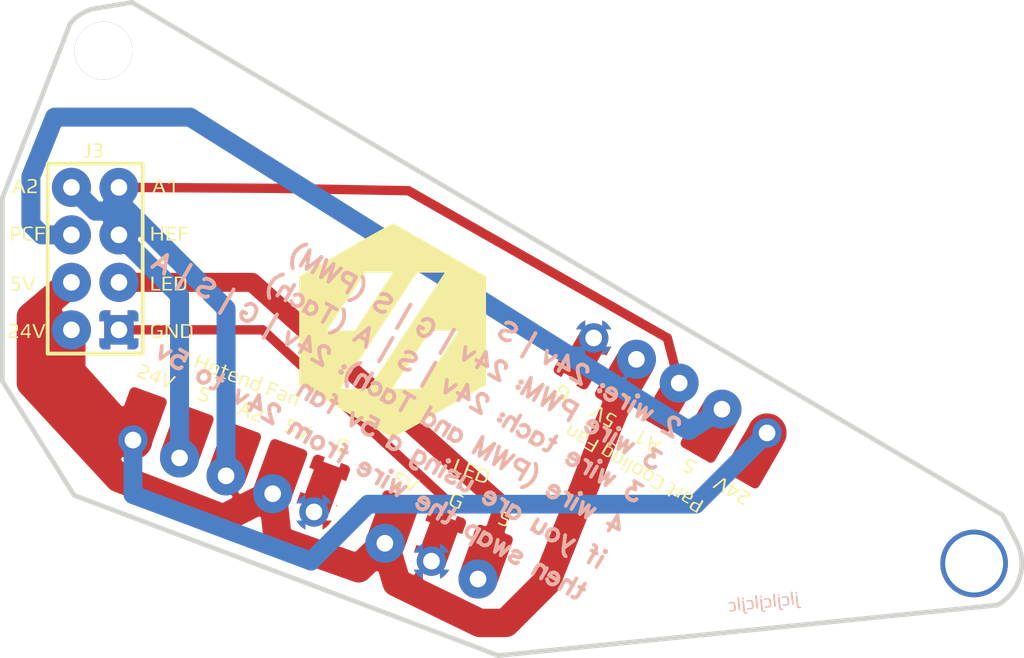
<source format=kicad_pcb>
(kicad_pcb (version 20211014) (generator pcbnew)
  (layers (0 "F.Cu" signal) (31 "B.Cu" signal) (34 "B.Paste" user) (35 "F.Paste" user) (36 "B.SilkS" user "B.Silkscreen") (37 "F.SilkS" user "F.Silkscreen") (38 "B.Mask" user) (39 "F.Mask" user) (44 "Edge.Cuts" user))
  (net 0 "")
  (gr_poly (pts (xy 187.80178 -54.66425) (xy 186.55177 -52.49918) (xy 185.18781 -53.28671) (xy 186.43782 -55.45178)) (layer "F.Cu") (width 0) (fill solid))
  (gr_poly (pts (xy 178.85257 -42.11574) (xy 178.9181 -42.14825) (xy 179.0319 -42.22445) (xy 179.13502 -42.31487) (xy 179.22494 -42.41749) (xy 179.30114 -42.53128) (xy 179.33365 -42.59732) (xy 178.85257 -42.59732)) (layer "F.Cu") (width 0) (fill solid))
  (gr_poly (pts (xy 187.74562 -54.04815) (xy 188.02502 -54.5338) (xy 187.5282 -54.5338) (xy 187.5282 -54.17362)) (layer "F.Cu") (width 0) (fill solid))
  (gr_poly (pts (xy 190.01511 -53.38643) (xy 188.7651 -51.22136) (xy 187.40114 -52.00886) (xy 188.65115 -54.17393)) (layer "F.Cu") (width 0) (fill solid))
  (gr_poly (pts (xy 173.33061 -45.96028) (xy 173.35906 -46.03953) (xy 173.30369 -46.05985) (xy 173.32198 -46.00295)) (layer "F.Cu") (width 0) (fill solid))
  (gr_poly (pts (xy 173.82998 -47.3334) (xy 174.02048 -47.85563) (xy 174.03521 -47.9176) (xy 174.03572 -47.97552) (xy 174.02352 -48.0319) (xy 173.99914 -48.08423) (xy 173.96358 -48.12995) (xy 173.91888 -48.16652) (xy 173.86198 -48.19497) (xy 173.55718 -48.30622) (xy 173.27626 -47.53508)) (layer "F.Cu") (width 0) (fill solid))
  (gr_poly (pts (xy 185.3443 -52.89702) (xy 185.75477 -53.60771) (xy 185.24423 -53.90235) (xy 184.96635 -53.42128) (xy 184.94095 -53.36286) (xy 184.93028 -53.30596) (xy 184.93232 -53.24805) (xy 184.94756 -53.19217) (xy 184.97448 -53.14086) (xy 185.01207 -53.09717) (xy 185.06338 -53.05958)) (layer "F.Cu") (width 0) (fill solid))
  (gr_poly (pts (xy 179.98353 -45.11822) (xy 179.12847 -42.76897) (xy 177.64846 -43.30766) (xy 178.50352 -45.6569)) (layer "F.Cu") (width 0) (fill solid))
  (gr_poly (pts (xy 172.76978 -46.14316) (xy 173.07458 -46.14316) (xy 172.80534 -46.2412)) (layer "F.Cu") (width 0) (fill solid))
  (gr_circle (center 161.68116 -57.96432) (end 162.46856 -57.96432) (layer "F.Cu") (width 0) (fill solid))
  (gr_poly (pts (xy 196.95048 -49.36787) (xy 195.70047 -47.2028) (xy 194.33651 -47.99032) (xy 195.58652 -50.15539)) (layer "F.Cu") (width 0) (fill solid))
  (gr_poly (pts (xy 171.65624 -44.74718) (xy 171.65624 -45.22876) (xy 171.17466 -45.22876) (xy 171.20717 -45.16272) (xy 171.28337 -45.04893) (xy 171.3738 -44.9458) (xy 171.47641 -44.85589) (xy 171.5902 -44.77969)) (layer "F.Cu") (width 0) (fill solid))
  (gr_poly (pts (xy 169.02523 -49.69144) (xy 168.17017 -47.34219) (xy 166.69016 -47.88087) (xy 167.54523 -50.23012)) (layer "F.Cu") (width 0) (fill solid))
  (gr_poly (pts (xy 182.48543 -44.20382) (xy 181.63037 -41.85457) (xy 180.15036 -42.39326) (xy 181.00542 -44.7425)) (layer "F.Cu") (width 0) (fill solid))
  (gr_circle (center 161.68116 -60.50432) (end 162.46856 -60.50432) (layer "F.Cu") (width 0) (fill solid))
  (gr_circle (center 159.14116 -63.04432) (end 159.92856 -63.04432) (layer "F.Cu") (width 0) (fill solid))
  (gr_poly (pts (xy 160.89934 -54.37784) (xy 161.22396 -54.37784) (xy 161.22396 -54.96712) (xy 160.63468 -54.96712) (xy 160.63468 -54.64251) (xy 160.64179 -54.57952) (xy 160.66109 -54.52465) (xy 160.69157 -54.47588) (xy 160.73272 -54.43474) (xy 160.78149 -54.40426) (xy 160.83635 -54.38495)) (layer "F.Cu") (width 0) (fill solid))
  (gr_poly (pts (xy 186.53252 -52.24119) (xy 186.59043 -52.24373) (xy 186.64631 -52.25846) (xy 186.69762 -52.28539) (xy 186.7413 -52.32349) (xy 186.7789 -52.3748) (xy 187.05728 -52.85587) (xy 186.54674 -53.15051) (xy 186.13628 -52.43982) (xy 186.4172 -52.27777) (xy 186.47562 -52.25237)) (layer "F.Cu") (width 0) (fill solid))
  (gr_poly (pts (xy 207.46313 -41.1226) (xy 207.64855 -41.13733) (xy 207.83194 -41.17035) (xy 208.01076 -41.22267) (xy 208.18348 -41.29278) (xy 208.34756 -41.38015) (xy 208.50199 -41.48429) (xy 208.64525 -41.60367) (xy 208.7753 -41.73677) (xy 208.89061 -41.88307) (xy 208.99069 -42.04004) (xy 209.074 -42.20667) (xy 209.13953 -42.38091) (xy 209.18728 -42.56125) (xy 209.21573 -42.74515) (xy 209.22538 -42.93108) (xy 209.21573 -43.117) (xy 209.18728 -43.3009) (xy 209.13953 -43.48124) (xy 209.074 -43.65548) (xy 208.99069 -43.82211) (xy 208.89061 -43.97908) (xy 208.7753 -44.12538) (xy 208.64525 -44.25848) (xy 208.50199 -44.37786) (xy 208.34756 -44.482) (xy 208.18348 -44.56938) (xy 208.01076 -44.63948) (xy 207.83194 -44.6918) (xy 207.64855 -44.72482) (xy 207.46313 -44.73956) (xy 207.2767 -44.73448) (xy 207.09229 -44.7106) (xy 206.91094 -44.66793) (xy 206.73466 -44.60697) (xy 206.566 -44.52772) (xy 206.40649 -44.43171) (xy 206.25765 -44.31995) (xy 206.121 -44.19346) (xy 205.99806 -44.05376) (xy 205.88986 -43.90186) (xy 205.79842 -43.73981) (xy 205.72374 -43.56912) (xy 205.66684 -43.39183) (xy 205.62874 -43.20946) (xy 205.60995 -43.02404) (xy 205.60995 -42.83811) (xy 205.62874 -42.65269) (xy 205.66684 -42.47032) (xy 205.72374 -42.29303) (xy 205.79842 -42.12234) (xy 205.88986 -41.96029) (xy 205.99806 -41.8084) (xy 206.121 -41.6687) (xy 206.25765 -41.5422) (xy 206.40649 -41.43044) (xy 206.566 -41.33443) (xy 206.73466 -41.25518) (xy 206.91094 -41.19422) (xy 207.09229 -41.15155) (xy 207.2767 -41.12768)) (layer "F.Cu") (width 0) (fill solid))
  (gr_poly (pts (xy 159.14116 -61.99784) (xy 159.27781 -62.00698) (xy 159.41192 -62.03391) (xy 159.54146 -62.0776) (xy 159.6644 -62.13805) (xy 159.77819 -62.21425) (xy 159.8808 -62.30467) (xy 159.97123 -62.40729) (xy 160.04743 -62.52108) (xy 160.10788 -62.64402) (xy 160.15157 -62.77356) (xy 160.17849 -62.90767) (xy 160.18763 -63.04432) (xy 160.17849 -63.18097) (xy 160.15157 -63.31508) (xy 160.10788 -63.44462) (xy 160.04743 -63.56756) (xy 159.97123 -63.68135) (xy 159.8808 -63.78397) (xy 159.77819 -63.87439) (xy 159.6644 -63.95059) (xy 159.54146 -64.01104) (xy 159.41192 -64.05473) (xy 159.27781 -64.08166) (xy 159.14116 -64.0908) (xy 159.0045 -64.08166) (xy 158.87039 -64.05473) (xy 158.74085 -64.01104) (xy 158.61792 -63.95059) (xy 158.50412 -63.87439) (xy 158.40151 -63.78397) (xy 158.31108 -63.68135) (xy 158.23488 -63.56756) (xy 158.17443 -63.44462) (xy 158.13074 -63.31508) (xy 158.10382 -63.18097) (xy 158.09468 -63.04432) (xy 158.10382 -62.90767) (xy 158.13074 -62.77356) (xy 158.17443 -62.64402) (xy 158.23488 -62.52108) (xy 158.31108 -62.40729) (xy 158.40151 -62.30467) (xy 158.50412 -62.21425) (xy 158.61792 -62.13805) (xy 158.74085 -62.0776) (xy 158.87039 -62.03391) (xy 159.0045 -62.00698)) (layer "F.Cu") (width 0) (fill solid))
  (gr_poly (pts (xy 177.50703 -46.04532) (xy 176.65197 -43.69607) (xy 175.17196 -44.23476) (xy 176.02702 -46.584)) (layer "F.Cu") (width 0) (fill solid))
  (gr_poly (pts (xy 172.41723 -47.84801) (xy 172.69764 -48.61864) (xy 172.39284 -48.7299) (xy 172.33087 -48.74463) (xy 172.27296 -48.74564) (xy 172.21657 -48.73345) (xy 172.16424 -48.70907) (xy 172.11852 -48.67351) (xy 172.08144 -48.6288) (xy 172.0535 -48.5714) (xy 171.86351 -48.04918)) (layer "F.Cu") (width 0) (fill solid))
  (gr_poly (pts (xy 192.27688 -52.08567) (xy 191.02687 -49.9206) (xy 189.66291 -50.70812) (xy 190.91292 -52.87319)) (layer "F.Cu") (width 0) (fill solid))
  (gr_poly (pts (xy 187.5282 -55.4482) (xy 188.00978 -55.4482) (xy 187.97727 -55.51424) (xy 187.90107 -55.62803) (xy 187.81064 -55.73064) (xy 187.70803 -55.82107) (xy 187.59424 -55.89727) (xy 187.5282 -55.92978)) (layer "F.Cu") (width 0) (fill solid))
  (gr_circle (center 178.39512 -43.05452) (end 179.18252 -43.05452) (layer "F.Cu") (width 0) (fill solid))
  (gr_poly (pts (xy 172.57064 -44.74718) (xy 172.63668 -44.77969) (xy 172.75048 -44.85589) (xy 172.85309 -44.9458) (xy 172.94352 -45.04893) (xy 173.01972 -45.16272) (xy 173.05223 -45.22876) (xy 172.57064 -45.22876)) (layer "F.Cu") (width 0) (fill solid))
  (gr_poly (pts (xy 160.63468 -55.88152) (xy 161.22396 -55.88152) (xy 161.22396 -56.4708) (xy 160.89934 -56.4708) (xy 160.83635 -56.46369) (xy 160.78149 -56.44438) (xy 160.73272 -56.4139) (xy 160.69157 -56.37276) (xy 160.66109 -56.32399) (xy 160.64179 -56.26912) (xy 160.63468 -56.20613)) (layer "F.Cu") (width 0) (fill solid))
  (gr_poly (pts (xy 180.88508 -41.05249) (xy 181.02122 -41.06164) (xy 181.15584 -41.08805) (xy 181.28538 -41.13225) (xy 181.40781 -41.1927) (xy 181.5216 -41.2689) (xy 181.62473 -41.35882) (xy 181.71515 -41.46194) (xy 181.79084 -41.57573) (xy 181.8513 -41.69816) (xy 181.88076 -41.78452) (xy 182.72709 -44.10964) (xy 182.74182 -44.17161) (xy 182.74284 -44.22952) (xy 182.73064 -44.28591) (xy 182.70626 -44.33874) (xy 182.6707 -44.38446) (xy 182.626 -44.42104) (xy 182.56859 -44.44898) (xy 182.38012 -44.51756) (xy 182.3466 -44.53839) (xy 182.32323 -44.56988) (xy 182.31358 -44.60798) (xy 182.31916 -44.6471) (xy 182.72404 -45.80128) (xy 182.7469 -45.8917) (xy 182.7535 -45.98009) (xy 182.74487 -46.06848) (xy 182.72099 -46.15383) (xy 182.68238 -46.23358) (xy 182.63006 -46.30623) (xy 182.58129 -46.35601) (xy 169.14266 -58.34481) (xy 169.05782 -58.40577) (xy 168.97705 -58.44336) (xy 168.89171 -58.46622) (xy 168.79874 -58.47435) (xy 162.65042 -58.47435) (xy 162.6174 -58.47994) (xy 162.58844 -58.49518) (xy 162.56558 -58.51956) (xy 162.51123 -58.60135) (xy 162.4208 -58.70397) (xy 162.31819 -58.79439) (xy 162.2044 -58.87059) (xy 162.08146 -58.93104) (xy 161.95192 -58.97473) (xy 161.81781 -59.00166) (xy 161.68116 -59.0108) (xy 161.5445 -59.00166) (xy 161.41039 -58.97473) (xy 161.28085 -58.93104) (xy 161.15792 -58.87059) (xy 161.04412 -58.79439) (xy 160.94151 -58.70397) (xy 160.85108 -58.60135) (xy 160.77488 -58.48756) (xy 160.71443 -58.36462) (xy 160.67074 -58.23508) (xy 160.64382 -58.10097) (xy 160.63468 -57.96432) (xy 160.64382 -57.82767) (xy 160.67074 -57.69356) (xy 160.71443 -57.56402) (xy 160.77488 -57.44108) (xy 160.85108 -57.32729) (xy 160.94151 -57.22467) (xy 161.04412 -57.13425) (xy 161.15792 -57.05805) (xy 161.28085 -56.9976) (xy 161.41039 -56.95391) (xy 161.5445 -56.92698) (xy 161.68116 -56.91784) (xy 161.81781 -56.92698) (xy 161.95192 -56.95391) (xy 162.08146 -56.9976) (xy 162.2044 -57.05805) (xy 162.31819 -57.13425) (xy 162.4208 -57.22467) (xy 162.51123 -57.32729) (xy 162.56711 -57.41111) (xy 162.58997 -57.43549) (xy 162.61892 -57.45073) (xy 162.65144 -57.45632) (xy 168.57065 -57.45632) (xy 168.60672 -57.44972) (xy 168.63822 -57.43041) (xy 181.60136 -45.8663) (xy 181.62524 -45.8343) (xy 181.63489 -45.7962) (xy 181.6293 -45.75657) (xy 181.36311 -44.99762) (xy 181.34279 -44.96308) (xy 181.31078 -44.9392) (xy 181.27218 -44.92955) (xy 181.23255 -44.93564) (xy 181.09946 -44.9839) (xy 181.03748 -44.99914) (xy 180.98008 -44.99965) (xy 180.92318 -44.98746) (xy 180.87086 -44.96308) (xy 180.82514 -44.92752) (xy 180.78856 -44.88281) (xy 180.76011 -44.82592) (xy 179.90921 -42.48708) (xy 179.89499 -42.43019) (xy 179.87416 -42.36974) (xy 179.84774 -42.23512) (xy 179.8386 -42.09897) (xy 179.84774 -41.96232) (xy 179.87416 -41.82821) (xy 179.91836 -41.69816) (xy 179.97881 -41.57573) (xy 180.05501 -41.46194) (xy 180.14492 -41.35882) (xy 180.24805 -41.2689) (xy 180.36184 -41.1927) (xy 180.48427 -41.13225) (xy 180.61432 -41.08805) (xy 180.74843 -41.06164)) (layer "F.Cu") (width 0) (fill solid))
  (gr_circle (center 159.14116 -60.50432) (end 159.92856 -60.50432) (layer "F.Cu") (width 0) (fill solid))
  (gr_poly (pts (xy 159.14116 -59.45784) (xy 159.27781 -59.46698) (xy 159.41192 -59.49391) (xy 159.54146 -59.5376) (xy 159.6644 -59.59805) (xy 159.77819 -59.67425) (xy 159.8808 -59.76467) (xy 159.97123 -59.86729) (xy 160.04743 -59.98108) (xy 160.10788 -60.10402) (xy 160.15157 -60.23356) (xy 160.17849 -60.36767) (xy 160.18763 -60.50432) (xy 160.17849 -60.64097) (xy 160.15157 -60.77508) (xy 160.10788 -60.90462) (xy 160.04743 -61.02756) (xy 159.97123 -61.14135) (xy 159.8808 -61.24397) (xy 159.77819 -61.33439) (xy 159.6644 -61.41059) (xy 159.54146 -61.47104) (xy 159.41192 -61.51473) (xy 159.27781 -61.54166) (xy 159.14116 -61.5508) (xy 159.0045 -61.54166) (xy 158.87039 -61.51473) (xy 158.74085 -61.47104) (xy 158.61792 -61.41059) (xy 158.50412 -61.33439) (xy 158.40151 -61.24397) (xy 158.31108 -61.14135) (xy 158.23488 -61.02756) (xy 158.17443 -60.90462) (xy 158.13074 -60.77508) (xy 158.10382 -60.64097) (xy 158.09468 -60.50432) (xy 158.10382 -60.36767) (xy 158.13074 -60.23356) (xy 158.17443 -60.10402) (xy 158.23488 -59.98108) (xy 158.31108 -59.86729) (xy 158.40151 -59.76467) (xy 158.50412 -59.67425) (xy 158.61792 -59.59805) (xy 158.74085 -59.5376) (xy 158.87039 -59.49391) (xy 159.0045 -59.46698)) (layer "F.Cu") (width 0) (fill solid))
  (gr_circle (center 180.88483 -42.09872) (end 181.67223 -42.09872) (layer "F.Cu") (width 0) (fill solid))
  (gr_poly (pts (xy 171.49267 -48.78428) (xy 170.6376 -46.43503) (xy 169.15759 -46.97371) (xy 170.01266 -49.32296)) (layer "F.Cu") (width 0) (fill solid))
  (gr_poly (pts (xy 193.31889 -48.31689) (xy 193.3768 -48.31892) (xy 193.43268 -48.33366) (xy 193.48399 -48.36058) (xy 193.52768 -48.39868) (xy 193.56578 -48.44999) (xy 194.81088 -50.60594) (xy 194.89572 -50.78069) (xy 194.93941 -50.91023) (xy 194.96633 -51.04434) (xy 194.97548 -51.181) (xy 194.96633 -51.31765) (xy 194.93941 -51.45176) (xy 194.89572 -51.5813) (xy 194.83527 -51.70424) (xy 194.75907 -51.81803) (xy 194.66864 -51.92064) (xy 194.56603 -52.01107) (xy 194.45224 -52.08727) (xy 194.3293 -52.14772) (xy 194.19976 -52.19141) (xy 194.06565 -52.21833) (xy 193.929 -52.22748) (xy 193.79234 -52.21833) (xy 193.65823 -52.19141) (xy 193.52869 -52.14772) (xy 193.40576 -52.08727) (xy 193.29196 -52.01107) (xy 193.18935 -51.92064) (xy 193.09892 -51.81803) (xy 193.02272 -51.70424) (xy 192.99377 -51.64582) (xy 191.75272 -49.49647) (xy 191.72732 -49.43805) (xy 191.71666 -49.38115) (xy 191.71869 -49.32324) (xy 191.73393 -49.26736) (xy 191.76085 -49.21605) (xy 191.79844 -49.17236) (xy 191.84975 -49.13477) (xy 193.20408 -48.35296) (xy 193.2625 -48.32756)) (layer "F.Cu") (width 0) (fill solid))
  (gr_circle (center 175.90516 -44.01057) (end 176.69256 -44.01057) (layer "F.Cu") (width 0) (fill solid))
  (gr_circle (center 172.11344 -45.6857) (end 172.90084 -45.6857) (layer "F.Cu") (width 0) (fill solid))
  (gr_poly (pts (xy 162.13836 -54.37784) (xy 162.46297 -54.37784) (xy 162.52596 -54.38495) (xy 162.58082 -54.40426) (xy 162.62959 -54.43474) (xy 162.67074 -54.47588) (xy 162.70122 -54.52465) (xy 162.72052 -54.57952) (xy 162.72763 -54.64251) (xy 162.72763 -54.96712) (xy 162.13836 -54.96712)) (layer "F.Cu") (width 0) (fill solid))
  (gr_poly (pts (xy 171.17466 -46.14316) (xy 171.65624 -46.14316) (xy 171.65624 -46.65929) (xy 171.39208 -46.7553) (xy 171.20209 -46.23308) (xy 171.18838 -46.17618)) (layer "F.Cu") (width 0) (fill solid))
  (gr_circle (center 159.14116 -55.42432) (end 159.92856 -55.42432) (layer "F.Cu") (width 0) (fill solid))
  (gr_poly (pts (xy 194.58828 -50.73947) (xy 193.33827 -48.5744) (xy 191.97431 -49.36192) (xy 193.22432 -51.52699)) (layer "F.Cu") (width 0) (fill solid))
  (gr_poly (pts (xy 180.97906 -38.99204) (xy 182.39333 -38.99255) (xy 182.48172 -39.00068) (xy 182.50611 -39.00474) (xy 182.59247 -39.02608) (xy 182.61584 -39.0337) (xy 182.69813 -39.06774) (xy 182.71998 -39.07891) (xy 182.79618 -39.12514) (xy 182.88457 -39.19575) (xy 185.07862 -41.38929) (xy 185.13552 -41.45229) (xy 185.1533 -41.47565) (xy 185.21426 -41.57167) (xy 185.24982 -41.64888) (xy 187.27166 -46.71771) (xy 188.53708 -50.00802) (xy 188.99479 -51.10073) (xy 190.23685 -53.25211) (xy 190.27241 -53.34355) (xy 190.32372 -53.44769) (xy 190.36741 -53.57723) (xy 190.39433 -53.71134) (xy 190.40348 -53.848) (xy 190.39433 -53.98465) (xy 190.36741 -54.11876) (xy 190.32372 -54.2483) (xy 190.26327 -54.37124) (xy 190.18707 -54.48503) (xy 190.09664 -54.58764) (xy 189.99403 -54.67807) (xy 189.88024 -54.75427) (xy 189.7573 -54.81472) (xy 189.62776 -54.85841) (xy 189.49365 -54.88533) (xy 189.357 -54.89448) (xy 189.22034 -54.88533) (xy 189.08623 -54.85841) (xy 188.95669 -54.81472) (xy 188.83376 -54.75427) (xy 188.71996 -54.67807) (xy 188.61735 -54.58764) (xy 188.52692 -54.48503) (xy 188.45072 -54.37124) (xy 188.39027 -54.2483) (xy 188.37859 -54.21985) (xy 187.17971 -52.14315) (xy 187.15431 -52.08473) (xy 187.14364 -52.02834) (xy 187.14567 -51.97043) (xy 187.16091 -51.91455) (xy 187.18784 -51.86324) (xy 187.22543 -51.81955) (xy 187.27674 -51.78145) (xy 187.48654 -51.66055) (xy 187.51397 -51.63718) (xy 187.53175 -51.60518) (xy 187.53683 -51.56911) (xy 187.52921 -51.53355) (xy 187.12434 -50.56378) (xy 185.85586 -47.26635) (xy 183.90412 -42.37329) (xy 183.88177 -42.33926) (xy 182.08244 -40.53992) (xy 182.04942 -40.51757) (xy 182.0103 -40.50995) (xy 181.17312 -40.50995) (xy 181.12841 -40.52011) (xy 177.99507 -42.04208) (xy 177.9651 -42.06494) (xy 177.94478 -42.09643) (xy 177.93817 -42.13352) (xy 177.93817 -42.59732) (xy 177.45659 -42.59732) (xy 177.4891 -42.53128) (xy 177.52161 -42.48251) (xy 177.53736 -42.44187) (xy 177.53482 -42.39818) (xy 177.51348 -42.35958) (xy 177.47843 -42.33316) (xy 177.43525 -42.32452) (xy 177.39258 -42.33468) (xy 177.20259 -42.42714) (xy 177.16957 -42.45305) (xy 177.14976 -42.48962) (xy 176.85766 -43.47108) (xy 176.85359 -43.50918) (xy 176.86375 -43.54525) (xy 176.89779 -43.61281) (xy 177.74869 -45.95114) (xy 177.76342 -46.01311) (xy 177.76444 -46.07102) (xy 177.75224 -46.12741) (xy 177.72786 -46.18024) (xy 177.6923 -46.22596) (xy 177.6476 -46.26254) (xy 177.59019 -46.29048) (xy 176.12106 -46.8254) (xy 176.05908 -46.84064) (xy 176.00168 -46.84115) (xy 175.94478 -46.82896) (xy 175.89246 -46.80458) (xy 175.84674 -46.76902) (xy 175.81016 -46.72431) (xy 175.78171 -46.66742) (xy 175.01666 -44.56531) (xy 174.99888 -44.53382) (xy 174.93843 -44.41088) (xy 174.89474 -44.28134) (xy 174.86782 -44.14723) (xy 174.86528 -44.10608) (xy 174.85563 -44.0695) (xy 174.83378 -44.03902) (xy 174.35728 -43.58538) (xy 174.32578 -43.56557) (xy 174.28972 -43.55744) (xy 174.25314 -43.56354) (xy 170.94149 -44.73244) (xy 170.90847 -44.75124) (xy 170.8851 -44.7807) (xy 170.87392 -44.81677) (xy 170.74184 -45.99635) (xy 170.74388 -46.0314) (xy 170.7581 -46.06391) (xy 170.8089 -46.1396) (xy 170.86935 -46.26203) (xy 170.91304 -46.39157) (xy 170.93438 -46.49317) (xy 171.73448 -48.69027) (xy 171.74921 -48.75225) (xy 171.74972 -48.81016) (xy 171.73752 -48.86655) (xy 171.71314 -48.91887) (xy 171.67758 -48.96459) (xy 171.63288 -49.00117) (xy 171.57598 -49.02962) (xy 170.10684 -49.56454) (xy 170.04487 -49.57927) (xy 169.98696 -49.58029) (xy 169.93057 -49.5681) (xy 169.87824 -49.5432) (xy 169.83252 -49.50815) (xy 169.79544 -49.46294) (xy 169.7675 -49.40604) (xy 168.91609 -47.06772) (xy 168.89425 -47.01692) (xy 168.86021 -46.98898) (xy 168.2115 -46.66437) (xy 168.17136 -46.6537) (xy 168.13022 -46.6603) (xy 168.09516 -46.68266) (xy 168.0718 -46.7172) (xy 168.06468 -46.75784) (xy 168.07383 -46.79848) (xy 168.09923 -46.83201) (xy 168.15104 -46.87773) (xy 168.24147 -46.98034) (xy 168.31767 -47.09414) (xy 168.34002 -47.13986) (xy 168.35221 -47.15916) (xy 168.38726 -47.20183) (xy 168.41571 -47.25873) (xy 169.26661 -49.59756) (xy 169.28185 -49.65903) (xy 169.28236 -49.71694) (xy 169.27017 -49.77384) (xy 169.24578 -49.82616) (xy 169.21022 -49.87188) (xy 169.16552 -49.90846) (xy 169.10862 -49.9369) (xy 167.63949 -50.47183) (xy 167.57751 -50.48656) (xy 167.5196 -50.48707) (xy 167.46321 -50.47488) (xy 167.41038 -50.45049) (xy 167.36466 -50.41493) (xy 167.32808 -50.37023) (xy 167.30014 -50.31333) (xy 166.51782 -48.16449) (xy 166.44467 -48.01768) (xy 166.40098 -47.88814) (xy 166.37406 -47.75403) (xy 166.36492 -47.61738) (xy 166.37406 -47.48072) (xy 166.40098 -47.34661) (xy 166.44467 -47.21707) (xy 166.50512 -47.09414) (xy 166.58132 -46.98034) (xy 166.67175 -46.87773) (xy 166.77436 -46.7873) (xy 166.88816 -46.7111) (xy 167.01109 -46.65065) (xy 167.14063 -46.60696) (xy 167.27474 -46.58004) (xy 167.4114 -46.5709) (xy 167.54805 -46.58004) (xy 167.62882 -46.5963) (xy 167.67048 -46.59579) (xy 167.70807 -46.57902) (xy 167.73601 -46.54854) (xy 167.74972 -46.50943) (xy 167.74617 -46.46777) (xy 167.72686 -46.4312) (xy 167.69435 -46.4058) (xy 167.2595 -46.18837) (xy 167.21886 -46.1777) (xy 167.17772 -46.18431) (xy 162.13074 -48.13401) (xy 162.09263 -48.15992) (xy 161.82949 -48.4444) (xy 161.80866 -48.47844) (xy 161.80257 -48.51806) (xy 161.81222 -48.55718) (xy 161.8361 -48.58918) (xy 161.87064 -48.6095) (xy 161.91026 -48.61509) (xy 161.94887 -48.60442) (xy 162.03269 -48.56327) (xy 162.16223 -48.51958) (xy 162.29634 -48.49266) (xy 162.433 -48.48352) (xy 162.56965 -48.49266) (xy 162.70376 -48.51958) (xy 162.8333 -48.56327) (xy 162.95624 -48.62372) (xy 163.07003 -48.69992) (xy 163.17264 -48.79035) (xy 163.26307 -48.89296) (xy 163.33927 -49.00676) (xy 163.39972 -49.12969) (xy 163.44341 -49.25923) (xy 163.4749 -49.41011) (xy 164.22319 -51.46598) (xy 164.23792 -51.52796) (xy 164.23894 -51.58587) (xy 164.22674 -51.64226) (xy 164.20236 -51.69509) (xy 164.1668 -51.7403) (xy 164.1221 -51.77739) (xy 164.06469 -51.80533) (xy 162.59556 -52.34025) (xy 162.53358 -52.35498) (xy 162.47567 -52.356) (xy 162.41928 -52.34381) (xy 162.36696 -52.31942) (xy 162.32124 -52.28386) (xy 162.28466 -52.23916) (xy 162.25621 -52.18226) (xy 161.97326 -51.40401) (xy 161.9509 -51.36896) (xy 161.91687 -51.34508) (xy 161.87623 -51.33746) (xy 161.83559 -51.3466) (xy 161.80206 -51.37099) (xy 159.91738 -53.47258) (xy 159.89807 -53.50459) (xy 159.89147 -53.54116) (xy 159.89655 -54.66486) (xy 159.90316 -54.70042) (xy 159.92195 -54.73141) (xy 159.97123 -54.78729) (xy 160.04743 -54.90108) (xy 160.10788 -55.02402) (xy 160.15157 -55.15356) (xy 160.17849 -55.28767) (xy 160.18763 -55.42432) (xy 160.17849 -55.56097) (xy 160.15157 -55.69508) (xy 160.10788 -55.82462) (xy 160.04743 -55.94756) (xy 159.97123 -56.06135) (xy 159.8808 -56.16397) (xy 159.77819 -56.25439) (xy 159.6644 -56.33059) (xy 159.54146 -56.39104) (xy 159.41192 -56.43473) (xy 159.27781 -56.46166) (xy 159.14116 -56.4708) (xy 159.0045 -56.46166) (xy 158.87039 -56.43473) (xy 158.76828 -56.40019) (xy 158.72866 -56.39511) (xy 158.69005 -56.40578) (xy 158.65856 -56.43016) (xy 158.63874 -56.4647) (xy 158.63417 -56.50433) (xy 158.64484 -56.54294) (xy 158.66973 -56.57392) (xy 159.05073 -56.89549) (xy 159.08426 -56.91428) (xy 159.12287 -56.91936) (xy 159.14116 -56.91784) (xy 159.27781 -56.92698) (xy 159.41192 -56.95391) (xy 159.54146 -56.9976) (xy 159.6644 -57.05805) (xy 159.77819 -57.13425) (xy 159.8808 -57.22467) (xy 159.97123 -57.32729) (xy 160.04743 -57.44108) (xy 160.10788 -57.56402) (xy 160.15157 -57.69356) (xy 160.17849 -57.82767) (xy 160.18763 -57.96432) (xy 160.17849 -58.10097) (xy 160.15157 -58.23508) (xy 160.10788 -58.36462) (xy 160.04743 -58.48756) (xy 159.97123 -58.60135) (xy 159.8808 -58.70397) (xy 159.77819 -58.79439) (xy 159.6644 -58.87059) (xy 159.54146 -58.93104) (xy 159.41192 -58.97473) (xy 159.27781 -59.00166) (xy 159.14116 -59.0108) (xy 159.0045 -59.00166) (xy 158.87039 -58.97473) (xy 158.74085 -58.93104) (xy 158.61792 -58.87059) (xy 158.50412 -58.79439) (xy 158.40151 -58.70397) (xy 158.31108 -58.60135) (xy 158.23488 -58.48756) (xy 158.17443 -58.36462) (xy 158.13074 -58.23508) (xy 158.10636 -58.11418) (xy 158.09417 -58.08268) (xy 158.07232 -58.05627) (xy 156.48533 -56.71667) (xy 156.40151 -56.63438) (xy 156.33344 -56.54395) (xy 156.27959 -56.44388) (xy 156.24098 -56.3372) (xy 156.21863 -56.22544) (xy 156.21304 -56.13095) (xy 156.21304 -52.58155) (xy 156.22168 -52.46624) (xy 156.24657 -52.35549) (xy 156.28772 -52.24983) (xy 156.34462 -52.15128) (xy 156.41726 -52.05984) (xy 161.11118 -46.98542) (xy 161.19703 -46.90567) (xy 161.2905 -46.84166) (xy 161.40125 -46.78832) (xy 166.98366 -44.63186) (xy 167.04665 -44.61002) (xy 167.09339 -44.59833) (xy 167.1579 -44.58665) (xy 167.20566 -44.58208) (xy 167.27119 -44.58004) (xy 167.31945 -44.58258) (xy 167.38396 -44.5902) (xy 167.43121 -44.59986) (xy 167.4942 -44.61713) (xy 167.53941 -44.63389) (xy 167.60088 -44.66132) (xy 169.14012 -45.43145) (xy 169.1772 -45.44212) (xy 169.21581 -45.43755) (xy 169.24985 -45.41926) (xy 169.27474 -45.38929) (xy 169.28642 -45.3522) (xy 169.42562 -44.11319) (xy 169.43374 -44.0568) (xy 169.44695 -43.99991) (xy 169.4627 -43.94758) (xy 169.48404 -43.89272) (xy 169.50791 -43.84344) (xy 169.53738 -43.79214) (xy 169.56786 -43.74692) (xy 169.60443 -43.7012) (xy 169.64202 -43.66107) (xy 169.6847 -43.62094) (xy 169.72737 -43.5864) (xy 169.77614 -43.55338) (xy 169.82338 -43.52594) (xy 169.87621 -43.50054) (xy 169.92904 -43.47972) (xy 174.2821 -41.94454) (xy 174.35576 -41.92625) (xy 174.39284 -41.92015) (xy 174.46853 -41.91355) (xy 174.50612 -41.91304) (xy 174.58232 -41.91762) (xy 174.61941 -41.9227) (xy 174.69358 -41.93844) (xy 174.72964 -41.94911) (xy 174.80076 -41.97604) (xy 174.8348 -41.99178) (xy 174.90084 -42.02887) (xy 174.93234 -42.0497) (xy 174.99228 -42.09592) (xy 175.41087 -42.49267) (xy 175.44542 -42.51401) (xy 175.48656 -42.5201) (xy 175.52619 -42.50994) (xy 175.5587 -42.48404) (xy 175.578 -42.44797) (xy 175.80203 -41.69562) (xy 175.82286 -41.63466) (xy 175.84267 -41.58792) (xy 175.87163 -41.53255) (xy 175.89855 -41.48886) (xy 175.93513 -41.43857) (xy 175.96815 -41.39946) (xy 176.01234 -41.35526) (xy 176.05044 -41.32173) (xy 176.10074 -41.28414) (xy 176.14341 -41.25671) (xy 176.2003 -41.22623) (xy 180.63972 -39.06977) (xy 180.74894 -39.02659) (xy 180.85917 -39.00119)) (layer "F.Cu") (width 0) (fill solid))
  (gr_circle (center 167.4114 -47.61737) (end 168.1988 -47.61737) (layer "F.Cu") (width 0) (fill solid))
  (gr_poly (pts (xy 180.0352 -44.50181) (xy 180.22519 -45.02404) (xy 180.23992 -45.08601) (xy 180.24094 -45.14392) (xy 180.22874 -45.20031) (xy 180.20436 -45.25314) (xy 180.1688 -45.29886) (xy 180.1241 -45.33544) (xy 180.06669 -45.36338) (xy 179.76189 -45.47463) (xy 179.48148 -44.70349)) (layer "F.Cu") (width 0) (fill solid))
  (gr_poly (pts (xy 178.62194 -45.01642) (xy 178.90236 -45.78756) (xy 178.59756 -45.8983) (xy 178.53558 -45.91354) (xy 178.47818 -45.91405) (xy 178.42128 -45.90186) (xy 178.36896 -45.87748) (xy 178.32324 -45.84192) (xy 178.28666 -45.79721) (xy 178.25821 -45.74032) (xy 178.06822 -45.21809)) (layer "F.Cu") (width 0) (fill solid))
  (gr_poly (pts (xy 161.68116 -59.45784) (xy 161.81781 -59.46698) (xy 161.95192 -59.49391) (xy 162.08146 -59.5376) (xy 162.2044 -59.59805) (xy 162.31819 -59.67425) (xy 162.4208 -59.76467) (xy 162.51123 -59.86729) (xy 162.58743 -59.98108) (xy 162.64788 -60.10402) (xy 162.69157 -60.23356) (xy 162.71849 -60.36767) (xy 162.72763 -60.50432) (xy 162.71849 -60.64097) (xy 162.69157 -60.77508) (xy 162.64788 -60.90462) (xy 162.58743 -61.02756) (xy 162.51123 -61.14135) (xy 162.4208 -61.24397) (xy 162.31819 -61.33439) (xy 162.2044 -61.41059) (xy 162.08146 -61.47104) (xy 161.95192 -61.51473) (xy 161.81781 -61.54166) (xy 161.68116 -61.5508) (xy 161.5445 -61.54166) (xy 161.41039 -61.51473) (xy 161.28085 -61.47104) (xy 161.15792 -61.41059) (xy 161.04412 -61.33439) (xy 160.94151 -61.24397) (xy 160.85108 -61.14135) (xy 160.77488 -61.02756) (xy 160.71443 -60.90462) (xy 160.67074 -60.77508) (xy 160.64382 -60.64097) (xy 160.63468 -60.50432) (xy 160.64382 -60.36767) (xy 160.67074 -60.23356) (xy 160.71443 -60.10402) (xy 160.77488 -59.98108) (xy 160.85108 -59.86729) (xy 160.94151 -59.76467) (xy 161.04412 -59.67425) (xy 161.15792 -59.59805) (xy 161.28085 -59.5376) (xy 161.41039 -59.49391) (xy 161.5445 -59.46698)) (layer "F.Cu") (width 0) (fill solid))
  (gr_circle (center 164.9222 -48.57495) (end 165.7096 -48.57495) (layer "F.Cu") (width 0) (fill solid))
  (gr_poly (pts (xy 163.98151 -51.56014) (xy 163.12644 -49.21089) (xy 161.64643 -49.74958) (xy 162.5015 -52.09882)) (layer "F.Cu") (width 0) (fill solid))
  (gr_poly (pts (xy 173.77867 -47.94971) (xy 172.9236 -45.60046) (xy 171.44359 -46.13915) (xy 172.29866 -48.48839)) (layer "F.Cu") (width 0) (fill solid))
  (gr_poly (pts (xy 195.68109 -46.94529) (xy 195.739 -46.94732) (xy 195.79488 -46.96206) (xy 195.84619 -46.98898) (xy 195.88988 -47.02708) (xy 195.92798 -47.07839) (xy 197.17207 -49.23332) (xy 197.21474 -49.33746) (xy 197.24827 -49.38776) (xy 197.30872 -49.51069) (xy 197.35241 -49.64023) (xy 197.37933 -49.77434) (xy 197.38848 -49.911) (xy 197.37933 -50.04765) (xy 197.35241 -50.18176) (xy 197.30872 -50.3113) (xy 197.24827 -50.43424) (xy 197.17207 -50.54803) (xy 197.08164 -50.65064) (xy 196.97903 -50.74107) (xy 196.86524 -50.81727) (xy 196.7423 -50.87772) (xy 196.61276 -50.92141) (xy 196.47865 -50.94833) (xy 196.342 -50.95748) (xy 196.20534 -50.94833) (xy 196.07123 -50.92141) (xy 195.94169 -50.87772) (xy 195.81876 -50.81727) (xy 195.70496 -50.74107) (xy 195.60235 -50.65064) (xy 195.51192 -50.54803) (xy 195.43572 -50.43424) (xy 195.36206 -50.28488) (xy 194.11492 -48.12487) (xy 194.08952 -48.06645) (xy 194.07886 -48.00955) (xy 194.08089 -47.95164) (xy 194.09613 -47.89576) (xy 194.12305 -47.84445) (xy 194.16064 -47.80076) (xy 194.21195 -47.76317) (xy 195.56628 -46.98136) (xy 195.6247 -46.95596)) (layer "F.Cu") (width 0) (fill solid))
  (gr_poly (pts (xy 162.46856 -56.21172) (xy 160.89376 -56.21172) (xy 160.89376 -54.63692) (xy 162.46856 -54.63692)) (layer "F.Cu") (width 0) (fill solid))
  (gr_circle (center 159.14116 -57.96432) (end 159.92856 -57.96432) (layer "F.Cu") (width 0) (fill solid))
  (gr_circle (center 169.90263 -46.66259) (end 170.69003 -46.66259) (layer "F.Cu") (width 0) (fill solid))
  (gr_circle (center 161.68116 -63.04432) (end 162.46856 -63.04432) (layer "F.Cu") (width 0) (fill solid))
  (gr_poly (pts (xy 177.44744 -43.51172) (xy 177.93817 -43.51172) (xy 177.93817 -43.79976) (xy 177.5973 -43.92371)) (layer "F.Cu") (width 0) (fill solid))
  (gr_poly (pts (xy 162.13836 -55.88152) (xy 162.72763 -55.88152) (xy 162.72763 -56.20613) (xy 162.72052 -56.26912) (xy 162.70122 -56.32399) (xy 162.67074 -56.37276) (xy 162.62959 -56.4139) (xy 162.58082 -56.44438) (xy 162.52596 -56.46369) (xy 162.46297 -56.4708) (xy 162.13836 -56.4708)) (layer "F.Cu") (width 0) (fill solid))
  (gr_poly (pts (xy 166.48526 -50.63484) (xy 165.63019 -48.2856) (xy 164.15019 -48.82428) (xy 165.00525 -51.17353)) (layer "F.Cu") (width 0) (fill solid))
  (gr_poly (pts (xy 186.13221 -55.4482) (xy 186.6138 -55.4482) (xy 186.6138 -55.92978) (xy 186.54776 -55.89727) (xy 186.43396 -55.82107) (xy 186.33135 -55.73064) (xy 186.24092 -55.62803) (xy 186.16472 -55.51424)) (layer "F.Cu") (width 0) (fill solid))
  (gr_poly (pts (xy 164.92219 -47.52848) (xy 165.05885 -47.53762) (xy 165.19296 -47.56454) (xy 165.3225 -47.60823) (xy 165.44544 -47.66868) (xy 165.55923 -47.74488) (xy 165.66184 -47.83531) (xy 165.75227 -47.93792) (xy 165.82847 -48.05172) (xy 165.88892 -48.17465) (xy 165.93261 -48.30419) (xy 165.95953 -48.43272) (xy 166.72712 -50.54092) (xy 166.74185 -50.60289) (xy 166.74236 -50.6603) (xy 166.73017 -50.71719) (xy 166.70578 -50.76952) (xy 166.67022 -50.81524) (xy 166.62552 -50.85181) (xy 166.56862 -50.88026) (xy 165.09949 -51.41518) (xy 165.03751 -51.42992) (xy 164.9796 -51.43042) (xy 164.92321 -51.41823) (xy 164.87038 -51.39385) (xy 164.82517 -51.35829) (xy 164.78808 -51.31358) (xy 164.76014 -51.25669) (xy 163.90874 -48.91836) (xy 163.894 -48.85639) (xy 163.894 -48.75631) (xy 163.88486 -48.71161) (xy 163.87572 -48.57496) (xy 163.88486 -48.4383) (xy 163.91178 -48.30419) (xy 163.95547 -48.17465) (xy 164.01592 -48.05172) (xy 164.09212 -47.93792) (xy 164.18255 -47.83531) (xy 164.28516 -47.74488) (xy 164.39896 -47.66868) (xy 164.52189 -47.60823) (xy 164.65143 -47.56454) (xy 164.78554 -47.53762)) (layer "F.Cu") (width 0) (fill solid))
  (gr_poly (pts (xy 162.13836 -55.88152) (xy 162.72763 -55.88152) (xy 162.72763 -56.20613) (xy 162.72052 -56.26912) (xy 162.70122 -56.32399) (xy 162.67074 -56.37276) (xy 162.62959 -56.4139) (xy 162.58082 -56.44438) (xy 162.52596 -56.46369) (xy 162.46297 -56.4708) (xy 162.13836 -56.4708)) (layer "B.Cu") (width 0) (fill solid))
  (gr_circle (center 161.68116 -60.50432) (end 162.46856 -60.50432) (layer "B.Cu") (width 0) (fill solid))
  (gr_circle (center 172.11344 -45.6857) (end 172.90084 -45.6857) (layer "B.Cu") (width 0) (fill solid))
  (gr_poly (pts (xy 171.65624 -44.74718) (xy 171.65624 -45.22876) (xy 171.17466 -45.22876) (xy 171.20717 -45.16272) (xy 171.28337 -45.04893) (xy 171.3738 -44.9458) (xy 171.47641 -44.85589) (xy 171.5902 -44.77969)) (layer "B.Cu") (width 0) (fill solid))
  (gr_poly (pts (xy 177.45659 -43.51172) (xy 177.93817 -43.51172) (xy 177.93817 -43.9933) (xy 177.87213 -43.96079) (xy 177.75834 -43.88459) (xy 177.65522 -43.79417) (xy 177.5653 -43.69155) (xy 177.4891 -43.57776)) (layer "B.Cu") (width 0) (fill solid))
  (gr_poly (pts (xy 159.14116 -54.37784) (xy 159.27781 -54.38698) (xy 159.41192 -54.41391) (xy 159.54146 -54.4576) (xy 159.6644 -54.51805) (xy 159.77819 -54.59425) (xy 159.8808 -54.68467) (xy 159.97123 -54.78729) (xy 160.04743 -54.90108) (xy 160.10788 -55.02402) (xy 160.15157 -55.15356) (xy 160.17849 -55.28767) (xy 160.18763 -55.42432) (xy 160.17849 -55.56097) (xy 160.15157 -55.69508) (xy 160.10788 -55.82462) (xy 160.04743 -55.94756) (xy 159.97123 -56.06135) (xy 159.8808 -56.16397) (xy 159.77819 -56.25439) (xy 159.6644 -56.33059) (xy 159.54146 -56.39104) (xy 159.41192 -56.43473) (xy 159.27781 -56.46166) (xy 159.14116 -56.4708) (xy 159.0045 -56.46166) (xy 158.87039 -56.43473) (xy 158.74085 -56.39104) (xy 158.61792 -56.33059) (xy 158.50412 -56.25439) (xy 158.40151 -56.16397) (xy 158.31108 -56.06135) (xy 158.23488 -55.94756) (xy 158.17443 -55.82462) (xy 158.13074 -55.69508) (xy 158.10382 -55.56097) (xy 158.09468 -55.42432) (xy 158.10382 -55.28767) (xy 158.13074 -55.15356) (xy 158.17443 -55.02402) (xy 158.23488 -54.90108) (xy 158.31108 -54.78729) (xy 158.40151 -54.68467) (xy 158.50412 -54.59425) (xy 158.61792 -54.51805) (xy 158.74085 -54.4576) (xy 158.87039 -54.41391) (xy 159.0045 -54.38698)) (layer "B.Cu") (width 0) (fill solid))
  (gr_poly (pts (xy 171.17466 -46.14316) (xy 171.65624 -46.14316) (xy 171.65624 -46.62424) (xy 171.5902 -46.59172) (xy 171.47641 -46.51603) (xy 171.3738 -46.42561) (xy 171.28337 -46.32248) (xy 171.20717 -46.20869)) (layer "B.Cu") (width 0) (fill solid))
  (gr_circle (center 159.14116 -57.96432) (end 159.92856 -57.96432) (layer "B.Cu") (width 0) (fill solid))
  (gr_poly (pts (xy 177.93817 -42.11574) (xy 177.93817 -42.59732) (xy 177.45659 -42.59732) (xy 177.4891 -42.53128) (xy 177.5653 -42.41749) (xy 177.65522 -42.31487) (xy 177.75834 -42.22445) (xy 177.87213 -42.14825)) (layer "B.Cu") (width 0) (fill solid))
  (gr_circle (center 159.14116 -63.04432) (end 159.92856 -63.04432) (layer "B.Cu") (width 0) (fill solid))
  (gr_circle (center 175.90516 -44.01057) (end 176.69256 -44.01057) (layer "B.Cu") (width 0) (fill solid))
  (gr_poly (pts (xy 187.5282 -54.05221) (xy 187.59424 -54.08472) (xy 187.70803 -54.16092) (xy 187.81064 -54.25135) (xy 187.90107 -54.35396) (xy 187.97727 -54.46776) (xy 188.00978 -54.5338) (xy 187.5282 -54.5338)) (layer "B.Cu") (width 0) (fill solid))
  (gr_circle (center 161.68116 -57.96432) (end 162.46856 -57.96432) (layer "B.Cu") (width 0) (fill solid))
  (gr_poly (pts (xy 161.68116 -56.91784) (xy 161.81781 -56.92698) (xy 161.95192 -56.95391) (xy 162.08146 -56.9976) (xy 162.2044 -57.05805) (xy 162.31819 -57.13425) (xy 162.4208 -57.22467) (xy 162.51123 -57.32729) (xy 162.58743 -57.44108) (xy 162.64788 -57.56402) (xy 162.69157 -57.69356) (xy 162.71849 -57.82767) (xy 162.72763 -57.96432) (xy 162.71849 -58.10097) (xy 162.69157 -58.23508) (xy 162.64788 -58.36462) (xy 162.58743 -58.48756) (xy 162.51123 -58.60135) (xy 162.4208 -58.70397) (xy 162.31819 -58.79439) (xy 162.2044 -58.87059) (xy 162.08146 -58.93104) (xy 161.95192 -58.97473) (xy 161.81781 -59.00166) (xy 161.68116 -59.0108) (xy 161.5445 -59.00166) (xy 161.41039 -58.97473) (xy 161.28085 -58.93104) (xy 161.15792 -58.87059) (xy 161.04412 -58.79439) (xy 160.94151 -58.70397) (xy 160.85108 -58.60135) (xy 160.77488 -58.48756) (xy 160.71443 -58.36462) (xy 160.67074 -58.23508) (xy 160.64382 -58.10097) (xy 160.63468 -57.96432) (xy 160.64382 -57.82767) (xy 160.67074 -57.69356) (xy 160.71443 -57.56402) (xy 160.77488 -57.44108) (xy 160.85108 -57.32729) (xy 160.94151 -57.22467) (xy 161.04412 -57.13425) (xy 161.15792 -57.05805) (xy 161.28085 -56.9976) (xy 161.41039 -56.95391) (xy 161.5445 -56.92698)) (layer "B.Cu") (width 0) (fill solid))
  (gr_poly (pts (xy 162.13836 -54.37784) (xy 162.46297 -54.37784) (xy 162.52596 -54.38495) (xy 162.58082 -54.40426) (xy 162.62959 -54.43474) (xy 162.67074 -54.47588) (xy 162.70122 -54.52465) (xy 162.72052 -54.57952) (xy 162.72763 -54.64251) (xy 162.72763 -54.96712) (xy 162.13836 -54.96712)) (layer "B.Cu") (width 0) (fill solid))
  (gr_circle (center 180.88483 -42.09872) (end 181.67223 -42.09872) (layer "B.Cu") (width 0) (fill solid))
  (gr_poly (pts (xy 178.85257 -42.11574) (xy 178.9181 -42.14825) (xy 179.0319 -42.22445) (xy 179.13502 -42.31487) (xy 179.22494 -42.41749) (xy 179.30114 -42.53128) (xy 179.33365 -42.59732) (xy 178.85257 -42.59732)) (layer "B.Cu") (width 0) (fill solid))
  (gr_circle (center 159.14116 -55.42432) (end 159.92856 -55.42432) (layer "B.Cu") (width 0) (fill solid))
  (gr_poly (pts (xy 175.90516 -42.9641) (xy 176.04181 -42.97324) (xy 176.17592 -43.00016) (xy 176.30546 -43.04385) (xy 176.4284 -43.1043) (xy 176.54219 -43.1805) (xy 176.6448 -43.27093) (xy 176.73523 -43.37354) (xy 176.81143 -43.48734) (xy 176.87188 -43.61027) (xy 176.91557 -43.73981) (xy 176.94249 -43.87392) (xy 176.95164 -44.01058) (xy 176.94249 -44.14723) (xy 176.91557 -44.28134) (xy 176.87188 -44.41088) (xy 176.81143 -44.53382) (xy 176.73523 -44.64761) (xy 176.6448 -44.75022) (xy 176.54219 -44.84065) (xy 176.4284 -44.91685) (xy 176.30546 -44.9773) (xy 176.17592 -45.02099) (xy 176.04181 -45.04791) (xy 175.90516 -45.05706) (xy 175.7685 -45.04791) (xy 175.63439 -45.02099) (xy 175.50485 -44.9773) (xy 175.38192 -44.91685) (xy 175.26812 -44.84065) (xy 175.16551 -44.75022) (xy 175.07508 -44.64761) (xy 174.99888 -44.53382) (xy 174.93843 -44.41088) (xy 174.89474 -44.28134) (xy 174.86782 -44.14723) (xy 174.85868 -44.01058) (xy 174.86782 -43.87392) (xy 174.89474 -43.73981) (xy 174.93843 -43.61027) (xy 174.99888 -43.48734) (xy 175.07508 -43.37354) (xy 175.16551 -43.27093) (xy 175.26812 -43.1805) (xy 175.38192 -43.1043) (xy 175.50485 -43.04385) (xy 175.63439 -43.00016) (xy 175.7685 -42.97324)) (layer "B.Cu") (width 0) (fill solid))
  (gr_poly (pts (xy 191.643 -51.53152) (xy 191.77965 -51.54066) (xy 191.91376 -51.56758) (xy 192.0433 -51.61127) (xy 192.16624 -51.67172) (xy 192.28003 -51.74792) (xy 192.38264 -51.83835) (xy 192.47307 -51.94096) (xy 192.54927 -52.05476) (xy 192.60972 -52.17769) (xy 192.65341 -52.30723) (xy 192.68033 -52.44134) (xy 192.68948 -52.578) (xy 192.68033 -52.71465) (xy 192.65341 -52.84876) (xy 192.60972 -52.9783) (xy 192.54927 -53.10124) (xy 192.47307 -53.21503) (xy 192.38264 -53.31764) (xy 192.28003 -53.40807) (xy 192.16624 -53.48427) (xy 192.0433 -53.54472) (xy 191.91376 -53.58841) (xy 191.77965 -53.61533) (xy 191.643 -53.62448) (xy 191.50634 -53.61533) (xy 191.37223 -53.58841) (xy 191.24269 -53.54472) (xy 191.11976 -53.48427) (xy 191.00596 -53.40807) (xy 190.90335 -53.31764) (xy 190.81292 -53.21503) (xy 190.73672 -53.10124) (xy 190.67627 -52.9783) (xy 190.63258 -52.84876) (xy 190.60566 -52.71465) (xy 190.59652 -52.578) (xy 190.60566 -52.44134) (xy 190.63258 -52.30723) (xy 190.67627 -52.17769) (xy 190.73672 -52.05476) (xy 190.81292 -51.94096) (xy 190.90335 -51.83835) (xy 191.00596 -51.74792) (xy 191.11976 -51.67172) (xy 191.24269 -51.61127) (xy 191.37223 -51.56758) (xy 191.50634 -51.54066)) (layer "B.Cu") (width 0) (fill solid))
  (gr_circle (center 159.14116 -60.50432) (end 159.92856 -60.50432) (layer "B.Cu") (width 0) (fill solid))
  (gr_poly (pts (xy 178.85257 -43.51172) (xy 179.33365 -43.51172) (xy 179.30114 -43.57776) (xy 179.22494 -43.69155) (xy 179.13502 -43.79417) (xy 179.0319 -43.88459) (xy 178.9181 -43.96079) (xy 178.85257 -43.9933)) (layer "B.Cu") (width 0) (fill solid))
  (gr_poly (pts (xy 192.17741 -49.53) (xy 192.22059 -49.53355) (xy 192.26326 -49.54168) (xy 192.30695 -49.55336) (xy 192.34759 -49.5686) (xy 192.38874 -49.58791) (xy 192.42786 -49.61077) (xy 193.38848 -50.2285) (xy 193.42049 -50.24221) (xy 193.45554 -50.24374) (xy 193.48856 -50.23408) (xy 193.52869 -50.21427) (xy 193.65823 -50.17058) (xy 193.79234 -50.14366) (xy 193.929 -50.13452) (xy 194.06565 -50.14366) (xy 194.19976 -50.17058) (xy 194.3293 -50.21427) (xy 194.45224 -50.27472) (xy 194.56603 -50.35092) (xy 194.66864 -50.44135) (xy 194.75907 -50.54396) (xy 194.83527 -50.65776) (xy 194.89572 -50.78069) (xy 194.93941 -50.91023) (xy 194.96633 -51.04434) (xy 194.97548 -51.181) (xy 194.96633 -51.31765) (xy 194.93941 -51.45176) (xy 194.89572 -51.5813) (xy 194.83527 -51.70424) (xy 194.75907 -51.81803) (xy 194.66864 -51.92064) (xy 194.56603 -52.01107) (xy 194.45224 -52.08727) (xy 194.3293 -52.14772) (xy 194.19976 -52.19141) (xy 194.06565 -52.21833) (xy 193.929 -52.22748) (xy 193.79234 -52.21833) (xy 193.65823 -52.19141) (xy 193.52869 -52.14772) (xy 193.40576 -52.08727) (xy 193.29196 -52.01107) (xy 193.18935 -51.92064) (xy 193.09892 -51.81803) (xy 193.02272 -51.70424) (xy 192.96227 -51.5813) (xy 192.91858 -51.45176) (xy 192.89166 -51.31765) (xy 192.88302 -51.17592) (xy 192.87896 -51.14036) (xy 192.8627 -51.10835) (xy 192.8368 -51.08397) (xy 192.2023 -50.67604) (xy 192.16674 -50.66182) (xy 192.12864 -50.66182) (xy 192.09308 -50.67554) (xy 188.87897 -52.69636) (xy 188.84849 -52.72532) (xy 188.83274 -52.76392) (xy 188.83426 -52.80609) (xy 188.85204 -52.84368) (xy 188.88354 -52.87111) (xy 188.92367 -52.8833) (xy 188.96533 -52.87822) (xy 189.08623 -52.83758) (xy 189.22034 -52.81066) (xy 189.357 -52.80152) (xy 189.49365 -52.81066) (xy 189.62776 -52.83758) (xy 189.7573 -52.88127) (xy 189.88024 -52.94172) (xy 189.99403 -53.01792) (xy 190.09664 -53.10835) (xy 190.18707 -53.21096) (xy 190.26327 -53.32476) (xy 190.32372 -53.44769) (xy 190.36741 -53.57723) (xy 190.39433 -53.71134) (xy 190.40348 -53.848) (xy 190.39433 -53.98465) (xy 190.36741 -54.11876) (xy 190.32372 -54.2483) (xy 190.26327 -54.37124) (xy 190.18707 -54.48503) (xy 190.09664 -54.58764) (xy 189.99403 -54.67807) (xy 189.88024 -54.75427) (xy 189.7573 -54.81472) (xy 189.62776 -54.85841) (xy 189.49365 -54.88533) (xy 189.357 -54.89448) (xy 189.22034 -54.88533) (xy 189.08623 -54.85841) (xy 188.95669 -54.81472) (xy 188.83376 -54.75427) (xy 188.71996 -54.67807) (xy 188.61735 -54.58764) (xy 188.52692 -54.48503) (xy 188.45072 -54.37124) (xy 188.39027 -54.2483) (xy 188.34658 -54.11876) (xy 188.31966 -53.98465) (xy 188.31052 -53.848) (xy 188.31966 -53.71134) (xy 188.34658 -53.57723) (xy 188.39027 -53.44769) (xy 188.45072 -53.32476) (xy 188.52692 -53.21096) (xy 188.61735 -53.10835) (xy 188.65392 -53.07584) (xy 188.67932 -53.04129) (xy 188.68847 -52.99964) (xy 188.67932 -52.95747) (xy 188.65392 -52.92293) (xy 188.61633 -52.9021) (xy 188.57315 -52.89905) (xy 188.53302 -52.91378) (xy 186.66155 -54.0898) (xy 186.63615 -54.11266) (xy 186.61938 -54.14264) (xy 186.6138 -54.17616) (xy 186.6138 -54.5338) (xy 185.98438 -54.5338) (xy 185.95644 -54.53786) (xy 185.93054 -54.54954) (xy 165.73855 -67.24091) (xy 165.65473 -67.28002) (xy 165.56939 -67.30288) (xy 165.47642 -67.31101) (xy 158.24657 -67.31101) (xy 158.1536 -67.30288) (xy 158.06826 -67.28002) (xy 157.98749 -67.24243) (xy 157.91484 -67.19163) (xy 157.85236 -67.12915) (xy 157.80105 -67.05549) (xy 157.76803 -66.98792) (xy 156.49956 -63.81699) (xy 156.47111 -63.71539) (xy 156.46298 -63.62242) (xy 156.46298 -61.08903) (xy 156.46501 -61.0428) (xy 156.4706 -60.9986) (xy 156.48025 -60.95542) (xy 156.49346 -60.91275) (xy 156.51073 -60.87211) (xy 156.53105 -60.83249) (xy 156.55493 -60.7949) (xy 156.58185 -60.75984) (xy 156.61335 -60.7253) (xy 157.19196 -60.14669) (xy 157.2265 -60.11519) (xy 157.26156 -60.08827) (xy 157.29915 -60.06439) (xy 157.33877 -60.04407) (xy 157.37941 -60.0268) (xy 157.42208 -60.01359) (xy 157.46526 -60.00394) (xy 157.50946 -59.99835) (xy 157.55569 -59.99632) (xy 158.17088 -59.99632) (xy 158.20339 -59.99073) (xy 158.23234 -59.97549) (xy 158.2552 -59.95111) (xy 158.31108 -59.86729) (xy 158.40151 -59.76467) (xy 158.50412 -59.67425) (xy 158.61792 -59.59805) (xy 158.74085 -59.5376) (xy 158.87039 -59.49391) (xy 159.0045 -59.46698) (xy 159.14116 -59.45784) (xy 159.27781 -59.46698) (xy 159.41192 -59.49391) (xy 159.54146 -59.5376) (xy 159.6644 -59.59805) (xy 159.77819 -59.67425) (xy 159.8808 -59.76467) (xy 159.97123 -59.86729) (xy 160.04743 -59.98108) (xy 160.10788 -60.10402) (xy 160.15157 -60.23356) (xy 160.17849 -60.36767) (xy 160.18763 -60.50432) (xy 160.17849 -60.64097) (xy 160.15157 -60.77508) (xy 160.10788 -60.90462) (xy 160.04743 -61.02756) (xy 159.97123 -61.14135) (xy 159.8808 -61.24397) (xy 159.77819 -61.33439) (xy 159.6644 -61.41059) (xy 159.54146 -61.47104) (xy 159.41192 -61.51473) (xy 159.27781 -61.54166) (xy 159.14116 -61.5508) (xy 159.0045 -61.54166) (xy 158.87039 -61.51473) (xy 158.74085 -61.47104) (xy 158.61792 -61.41059) (xy 158.50412 -61.33439) (xy 158.40151 -61.24397) (xy 158.31108 -61.14135) (xy 158.25673 -61.05956) (xy 158.23387 -61.03518) (xy 158.20491 -61.01994) (xy 158.17189 -61.01435) (xy 157.80664 -61.01435) (xy 157.76752 -61.02197) (xy 157.73501 -61.04432) (xy 157.51098 -61.26835) (xy 157.48863 -61.30086) (xy 157.48101 -61.33998) (xy 157.48101 -63.50914) (xy 157.48812 -63.54724) (xy 158.56102 -66.22897) (xy 158.58286 -66.2625) (xy 158.61639 -66.28485) (xy 158.65551 -66.29298) (xy 165.30523 -66.29298) (xy 165.33317 -66.28892) (xy 165.35907 -66.27723) (xy 191.8782 -49.60823) (xy 191.91782 -49.58537) (xy 191.95897 -49.56657) (xy 191.99961 -49.55184) (xy 192.04381 -49.54016) (xy 192.08445 -49.53355)) (layer "B.Cu") (width 0) (fill solid))
  (gr_poly (pts (xy 167.4114 -46.5709) (xy 167.54805 -46.58004) (xy 167.68216 -46.60696) (xy 167.8117 -46.65065) (xy 167.93464 -46.7111) (xy 168.04843 -46.7873) (xy 168.15104 -46.87773) (xy 168.24147 -46.98034) (xy 168.31767 -47.09414) (xy 168.37812 -47.21707) (xy 168.42181 -47.34661) (xy 168.44873 -47.48072) (xy 168.45788 -47.61738) (xy 168.44873 -47.75403) (xy 168.42181 -47.88814) (xy 168.37812 -48.01768) (xy 168.31767 -48.14062) (xy 168.24147 -48.25441) (xy 168.15104 -48.35702) (xy 168.04843 -48.44745) (xy 167.96562 -48.50282) (xy 167.94124 -48.52517) (xy 167.926 -48.55464) (xy 167.92041 -48.58715) (xy 167.92041 -56.55411) (xy 167.91838 -56.60034) (xy 167.91279 -56.64454) (xy 167.90314 -56.68772) (xy 167.88993 -56.73039) (xy 167.87266 -56.77154) (xy 167.85234 -56.81065) (xy 167.82846 -56.84824) (xy 167.80154 -56.8833) (xy 167.77004 -56.91784) (xy 162.55492 -62.13297) (xy 162.52088 -62.16396) (xy 162.47414 -62.1985) (xy 162.44671 -62.23) (xy 162.4335 -62.26962) (xy 162.43807 -62.31077) (xy 162.4584 -62.34734) (xy 162.51123 -62.40729) (xy 162.58743 -62.52108) (xy 162.64788 -62.64402) (xy 162.69157 -62.77356) (xy 162.71849 -62.90767) (xy 162.72763 -63.04432) (xy 162.71849 -63.18097) (xy 162.69157 -63.31508) (xy 162.64788 -63.44462) (xy 162.58743 -63.56756) (xy 162.51123 -63.68135) (xy 162.4208 -63.78397) (xy 162.31819 -63.87439) (xy 162.2044 -63.95059) (xy 162.08146 -64.01104) (xy 161.95192 -64.05473) (xy 161.81781 -64.08166) (xy 161.68116 -64.0908) (xy 161.5445 -64.08166) (xy 161.41039 -64.05473) (xy 161.28085 -64.01104) (xy 161.15792 -63.95059) (xy 161.04412 -63.87439) (xy 160.94151 -63.78397) (xy 160.85108 -63.68135) (xy 160.77488 -63.56756) (xy 160.71443 -63.44462) (xy 160.67074 -63.31508) (xy 160.64382 -63.18097) (xy 160.63468 -63.04432) (xy 160.64382 -62.90767) (xy 160.67074 -62.77356) (xy 160.71443 -62.64402) (xy 160.77488 -62.52108) (xy 160.82822 -62.44132) (xy 160.84397 -62.40119) (xy 160.84143 -62.3575) (xy 160.82111 -62.3189) (xy 160.78657 -62.29299) (xy 160.7439 -62.28334) (xy 160.66414 -62.28334) (xy 160.62502 -62.29096) (xy 160.59251 -62.31331) (xy 160.18713 -62.71869) (xy 160.16782 -62.74562) (xy 160.15817 -62.77711) (xy 160.15919 -62.81013) (xy 160.17849 -62.90767) (xy 160.18763 -63.04432) (xy 160.17849 -63.18097) (xy 160.15157 -63.31508) (xy 160.10788 -63.44462) (xy 160.04743 -63.56756) (xy 159.97123 -63.68135) (xy 159.8808 -63.78397) (xy 159.77819 -63.87439) (xy 159.6644 -63.95059) (xy 159.54146 -64.01104) (xy 159.41192 -64.05473) (xy 159.27781 -64.08166) (xy 159.14116 -64.0908) (xy 159.0045 -64.08166) (xy 158.87039 -64.05473) (xy 158.74085 -64.01104) (xy 158.61792 -63.95059) (xy 158.50412 -63.87439) (xy 158.40151 -63.78397) (xy 158.31108 -63.68135) (xy 158.23488 -63.56756) (xy 158.17443 -63.44462) (xy 158.13074 -63.31508) (xy 158.10382 -63.18097) (xy 158.09468 -63.04432) (xy 158.10382 -62.90767) (xy 158.13074 -62.77356) (xy 158.17443 -62.64402) (xy 158.23488 -62.52108) (xy 158.31108 -62.40729) (xy 158.40151 -62.30467) (xy 158.50412 -62.21425) (xy 158.61792 -62.13805) (xy 158.74085 -62.0776) (xy 158.87039 -62.03391) (xy 159.0045 -62.00698) (xy 159.14116 -61.99784) (xy 159.27781 -62.00698) (xy 159.37534 -62.02629) (xy 159.40836 -62.0273) (xy 159.43986 -62.01765) (xy 159.46678 -61.99886) (xy 160.04946 -61.41618) (xy 160.084 -61.38468) (xy 160.11906 -61.35725) (xy 160.15665 -61.33338) (xy 160.19627 -61.31306) (xy 160.23691 -61.29629) (xy 160.27958 -61.28258) (xy 160.32276 -61.27292) (xy 160.36696 -61.26734) (xy 160.41319 -61.2653) (xy 160.7439 -61.2653) (xy 160.78657 -61.25616) (xy 160.82111 -61.22974) (xy 160.84194 -61.19114) (xy 160.84448 -61.14796) (xy 160.82822 -61.10732) (xy 160.77488 -61.02756) (xy 160.71443 -60.90462) (xy 160.67074 -60.77508) (xy 160.64382 -60.64097) (xy 160.63468 -60.50432) (xy 160.64382 -60.36767) (xy 160.67074 -60.23356) (xy 160.71443 -60.10402) (xy 160.77488 -59.98108) (xy 160.85108 -59.86729) (xy 160.94151 -59.76467) (xy 161.04412 -59.67425) (xy 161.15792 -59.59805) (xy 161.28085 -59.5376) (xy 161.41039 -59.49391) (xy 161.5445 -59.46698) (xy 161.68116 -59.45784) (xy 161.81781 -59.46698) (xy 161.91534 -59.48629) (xy 161.94836 -59.4873) (xy 161.97986 -59.47765) (xy 162.00678 -59.45886) (xy 164.38321 -57.08243) (xy 164.40556 -57.04941) (xy 164.41318 -57.0103) (xy 164.41318 -49.54473) (xy 164.40759 -49.51222) (xy 164.39235 -49.48275) (xy 164.36797 -49.4604) (xy 164.28516 -49.40503) (xy 164.18255 -49.3146) (xy 164.09212 -49.21199) (xy 164.01592 -49.0982) (xy 163.95547 -48.97526) (xy 163.91178 -48.84572) (xy 163.88486 -48.71161) (xy 163.87572 -48.57496) (xy 163.88486 -48.4383) (xy 163.91178 -48.30419) (xy 163.95547 -48.17465) (xy 164.01592 -48.05172) (xy 164.09212 -47.93792) (xy 164.18255 -47.83531) (xy 164.28516 -47.74488) (xy 164.39896 -47.66868) (xy 164.52189 -47.60823) (xy 164.65143 -47.56454) (xy 164.78554 -47.53762) (xy 164.92219 -47.52848) (xy 165.05885 -47.53762) (xy 165.19296 -47.56454) (xy 165.3225 -47.60823) (xy 165.44544 -47.66868) (xy 165.55923 -47.74488) (xy 165.66184 -47.83531) (xy 165.75227 -47.93792) (xy 165.82847 -48.05172) (xy 165.88892 -48.17465) (xy 165.93261 -48.30419) (xy 165.95953 -48.4383) (xy 165.96868 -48.57496) (xy 165.95953 -48.71161) (xy 165.93261 -48.84572) (xy 165.88892 -48.97526) (xy 165.82847 -49.0982) (xy 165.75227 -49.21199) (xy 165.66184 -49.3146) (xy 165.55923 -49.40503) (xy 165.47642 -49.4604) (xy 165.45204 -49.48275) (xy 165.4368 -49.51222) (xy 165.43121 -49.54473) (xy 165.43121 -57.26125) (xy 165.42918 -57.30748) (xy 165.42359 -57.35167) (xy 165.41394 -57.39485) (xy 165.40073 -57.43752) (xy 165.38346 -57.47867) (xy 165.36314 -57.51779) (xy 165.33926 -57.55538) (xy 165.31234 -57.59043) (xy 165.28084 -57.62498) (xy 162.72713 -60.17869) (xy 162.70782 -60.20562) (xy 162.69817 -60.23711) (xy 162.69919 -60.27013) (xy 162.70833 -60.31585) (xy 162.7256 -60.35598) (xy 162.75812 -60.38494) (xy 162.79977 -60.39764) (xy 162.84295 -60.39154) (xy 162.87953 -60.36818) (xy 166.87241 -56.3753) (xy 166.89476 -56.34228) (xy 166.90238 -56.30316) (xy 166.90238 -48.58715) (xy 166.89679 -48.55464) (xy 166.88155 -48.52517) (xy 166.85717 -48.50282) (xy 166.77436 -48.44745) (xy 166.67175 -48.35702) (xy 166.58132 -48.25441) (xy 166.50512 -48.14062) (xy 166.44467 -48.01768) (xy 166.40098 -47.88814) (xy 166.37406 -47.75403) (xy 166.36492 -47.61738) (xy 166.37406 -47.48072) (xy 166.40098 -47.34661) (xy 166.44467 -47.21707) (xy 166.50512 -47.09414) (xy 166.58132 -46.98034) (xy 166.67175 -46.87773) (xy 166.77436 -46.7873) (xy 166.88816 -46.7111) (xy 167.01109 -46.65065) (xy 167.14063 -46.60696) (xy 167.27474 -46.58004)) (layer "B.Cu") (width 0) (fill solid))
  (gr_poly (pts (xy 187.5282 -55.4482) (xy 188.00978 -55.4482) (xy 187.97727 -55.51424) (xy 187.90107 -55.62803) (xy 187.81064 -55.73064) (xy 187.70803 -55.82107) (xy 187.59424 -55.89727) (xy 187.5282 -55.92978)) (layer "B.Cu") (width 0) (fill solid))
  (gr_poly (pts (xy 159.14116 -56.91784) (xy 159.27781 -56.92698) (xy 159.41192 -56.95391) (xy 159.54146 -56.9976) (xy 159.6644 -57.05805) (xy 159.77819 -57.13425) (xy 159.8808 -57.22467) (xy 159.97123 -57.32729) (xy 160.04743 -57.44108) (xy 160.10788 -57.56402) (xy 160.15157 -57.69356) (xy 160.17849 -57.82767) (xy 160.18763 -57.96432) (xy 160.17849 -58.10097) (xy 160.15157 -58.23508) (xy 160.10788 -58.36462) (xy 160.04743 -58.48756) (xy 159.97123 -58.60135) (xy 159.8808 -58.70397) (xy 159.77819 -58.79439) (xy 159.6644 -58.87059) (xy 159.54146 -58.93104) (xy 159.41192 -58.97473) (xy 159.27781 -59.00166) (xy 159.14116 -59.0108) (xy 159.0045 -59.00166) (xy 158.87039 -58.97473) (xy 158.74085 -58.93104) (xy 158.61792 -58.87059) (xy 158.50412 -58.79439) (xy 158.40151 -58.70397) (xy 158.31108 -58.60135) (xy 158.23488 -58.48756) (xy 158.17443 -58.36462) (xy 158.13074 -58.23508) (xy 158.10382 -58.10097) (xy 158.09468 -57.96432) (xy 158.10382 -57.82767) (xy 158.13074 -57.69356) (xy 158.17443 -57.56402) (xy 158.23488 -57.44108) (xy 158.31108 -57.32729) (xy 158.40151 -57.22467) (xy 158.50412 -57.13425) (xy 158.61792 -57.05805) (xy 158.74085 -56.9976) (xy 158.87039 -56.95391) (xy 159.0045 -56.92698)) (layer "B.Cu") (width 0) (fill solid))
  (gr_poly (pts (xy 180.88508 -41.05249) (xy 181.02122 -41.06164) (xy 181.15584 -41.08805) (xy 181.28538 -41.13225) (xy 181.40781 -41.1927) (xy 181.5216 -41.2689) (xy 181.62473 -41.35882) (xy 181.71515 -41.46194) (xy 181.79084 -41.57573) (xy 181.8513 -41.69816) (xy 181.89549 -41.82821) (xy 181.92242 -41.96232) (xy 181.93105 -42.09897) (xy 181.92242 -42.23512) (xy 181.89549 -42.36974) (xy 181.8513 -42.49928) (xy 181.79084 -42.6217) (xy 181.71515 -42.7355) (xy 181.62473 -42.83862) (xy 181.5216 -42.92904) (xy 181.40781 -43.00474) (xy 181.28538 -43.06519) (xy 181.15584 -43.10938) (xy 181.02122 -43.13631) (xy 180.88508 -43.14494) (xy 180.74843 -43.13631) (xy 180.61432 -43.10938) (xy 180.48427 -43.06519) (xy 180.36184 -43.00474) (xy 180.24805 -42.92904) (xy 180.14492 -42.83862) (xy 180.05501 -42.7355) (xy 179.97881 -42.6217) (xy 179.91836 -42.49928) (xy 179.87416 -42.36974) (xy 179.84774 -42.23512) (xy 179.8386 -42.09897) (xy 179.84774 -41.96232) (xy 179.87416 -41.82821) (xy 179.91836 -41.69816) (xy 179.97881 -41.57573) (xy 180.05501 -41.46194) (xy 180.14492 -41.35882) (xy 180.24805 -41.2689) (xy 180.36184 -41.1927) (xy 180.48427 -41.13225) (xy 180.61432 -41.08805) (xy 180.74843 -41.06164)) (layer "B.Cu") (width 0) (fill solid))
  (gr_circle (center 169.90263 -46.66259) (end 170.69003 -46.66259) (layer "B.Cu") (width 0) (fill solid))
  (gr_circle (center 164.9222 -48.57495) (end 165.7096 -48.57495) (layer "B.Cu") (width 0) (fill solid))
  (gr_poly (pts (xy 207.46313 -41.1226) (xy 207.64855 -41.13733) (xy 207.83194 -41.17035) (xy 208.01076 -41.22267) (xy 208.18348 -41.29278) (xy 208.34756 -41.38015) (xy 208.50199 -41.48429) (xy 208.64525 -41.60367) (xy 208.7753 -41.73677) (xy 208.89061 -41.88307) (xy 208.99069 -42.04004) (xy 209.074 -42.20667) (xy 209.13953 -42.38091) (xy 209.18728 -42.56125) (xy 209.21573 -42.74515) (xy 209.22538 -42.93108) (xy 209.21573 -43.117) (xy 209.18728 -43.3009) (xy 209.13953 -43.48124) (xy 209.074 -43.65548) (xy 208.99069 -43.82211) (xy 208.89061 -43.97908) (xy 208.7753 -44.12538) (xy 208.64525 -44.25848) (xy 208.50199 -44.37786) (xy 208.34756 -44.482) (xy 208.18348 -44.56938) (xy 208.01076 -44.63948) (xy 207.83194 -44.6918) (xy 207.64855 -44.72482) (xy 207.46313 -44.73956) (xy 207.2767 -44.73448) (xy 207.09229 -44.7106) (xy 206.91094 -44.66793) (xy 206.73466 -44.60697) (xy 206.566 -44.52772) (xy 206.40649 -44.43171) (xy 206.25765 -44.31995) (xy 206.121 -44.19346) (xy 205.99806 -44.05376) (xy 205.88986 -43.90186) (xy 205.79842 -43.73981) (xy 205.72374 -43.56912) (xy 205.66684 -43.39183) (xy 205.62874 -43.20946) (xy 205.60995 -43.02404) (xy 205.60995 -42.83811) (xy 205.62874 -42.65269) (xy 205.66684 -42.47032) (xy 205.72374 -42.29303) (xy 205.79842 -42.12234) (xy 205.88986 -41.96029) (xy 205.99806 -41.8084) (xy 206.121 -41.6687) (xy 206.25765 -41.5422) (xy 206.40649 -41.43044) (xy 206.566 -41.33443) (xy 206.73466 -41.25518) (xy 206.91094 -41.19422) (xy 207.09229 -41.15155) (xy 207.2767 -41.12768)) (layer "B.Cu") (width 0) (fill solid))
  (gr_poly (pts (xy 169.90263 -45.61636) (xy 170.03928 -45.62551) (xy 170.17339 -45.65192) (xy 170.30293 -45.69612) (xy 170.42587 -45.75657) (xy 170.53966 -45.83277) (xy 170.64228 -45.92269) (xy 170.7327 -46.02581) (xy 170.8089 -46.1396) (xy 170.86935 -46.26203) (xy 170.91304 -46.39157) (xy 170.93996 -46.52619) (xy 170.94911 -46.66234) (xy 170.93996 -46.79899) (xy 170.91304 -46.93361) (xy 170.86935 -47.06315) (xy 170.8089 -47.18558) (xy 170.7327 -47.29937) (xy 170.64228 -47.40249) (xy 170.53966 -47.49241) (xy 170.42587 -47.56861) (xy 170.30293 -47.62906) (xy 170.17339 -47.67326) (xy 170.03928 -47.69967) (xy 169.90263 -47.70882) (xy 169.76598 -47.69967) (xy 169.63186 -47.67326) (xy 169.50232 -47.62906) (xy 169.37939 -47.56861) (xy 169.2656 -47.49241) (xy 169.16298 -47.40249) (xy 169.07256 -47.29937) (xy 168.99636 -47.18558) (xy 168.9359 -47.06315) (xy 168.89222 -46.93361) (xy 168.86529 -46.79899) (xy 168.85615 -46.66234) (xy 168.86529 -46.52619) (xy 168.89222 -46.39157) (xy 168.9359 -46.26203) (xy 168.99636 -46.1396) (xy 169.07256 -46.02581) (xy 169.16298 -45.92269) (xy 169.2656 -45.83277) (xy 169.37939 -45.75657) (xy 169.50232 -45.69612) (xy 169.63186 -45.65192) (xy 169.76598 -45.62551)) (layer "B.Cu") (width 0) (fill solid))
  (gr_poly (pts (xy 160.89934 -54.37784) (xy 161.22396 -54.37784) (xy 161.22396 -54.96712) (xy 160.63468 -54.96712) (xy 160.63468 -54.64251) (xy 160.64179 -54.57952) (xy 160.66109 -54.52465) (xy 160.69157 -54.47588) (xy 160.73272 -54.43474) (xy 160.78149 -54.40426) (xy 160.83635 -54.38495)) (layer "B.Cu") (width 0) (fill solid))
  (gr_poly (pts (xy 172.57064 -46.14316) (xy 173.05223 -46.14316) (xy 173.01972 -46.20869) (xy 172.94352 -46.32248) (xy 172.85309 -46.42561) (xy 172.75048 -46.51603) (xy 172.63668 -46.59172) (xy 172.57064 -46.62424)) (layer "B.Cu") (width 0) (fill solid))
  (gr_poly (pts (xy 186.13221 -55.4482) (xy 186.6138 -55.4482) (xy 186.6138 -55.92978) (xy 186.54776 -55.89727) (xy 186.43396 -55.82107) (xy 186.33135 -55.73064) (xy 186.24092 -55.62803) (xy 186.16472 -55.51424)) (layer "B.Cu") (width 0) (fill solid))
  (gr_circle (center 167.4114 -47.61737) (end 168.1988 -47.61737) (layer "B.Cu") (width 0) (fill solid))
  (gr_poly (pts (xy 162.46856 -56.21172) (xy 160.89376 -56.21172) (xy 160.89376 -54.63692) (xy 162.46856 -54.63692)) (layer "B.Cu") (width 0) (fill solid))
  (gr_circle (center 161.68116 -63.04432) (end 162.46856 -63.04432) (layer "B.Cu") (width 0) (fill solid))
  (gr_circle (center 178.39512 -43.05452) (end 179.18252 -43.05452) (layer "B.Cu") (width 0) (fill solid))
  (gr_poly (pts (xy 160.63468 -55.88152) (xy 161.22396 -55.88152) (xy 161.22396 -56.4708) (xy 160.89934 -56.4708) (xy 160.83635 -56.46369) (xy 160.78149 -56.44438) (xy 160.73272 -56.4139) (xy 160.69157 -56.37276) (xy 160.66109 -56.32399) (xy 160.64179 -56.26912) (xy 160.63468 -56.20613)) (layer "B.Cu") (width 0) (fill solid))
  (gr_line (start 178.3466 -55.26869) (end 178.23906 -55.17334) (layer "B.SilkS") (width 0.2032))
  (gr_line (start 186.37976 -46.70981) (end 186.3964 -46.6477) (layer "B.SilkS") (width 0.2032))
  (gr_line (start 183.9025 -44.70996) (end 183.85259 -44.89625) (layer "B.SilkS") (width 0.2032))
  (gr_line (start 176.34074 -49.75809) (end 176.02255 -49.20696) (layer "B.SilkS") (width 0.2032))
  (gr_line (start 171.52569 -57.03633) (end 171.49686 -56.89551) (layer "B.SilkS") (width 0.2032))
  (gr_line (start 173.16249 -58.94407) (end 172.88202 -58.00379) (layer "B.SilkS") (width 0.2032))
  (gr_line (start 187.09004 -49.95824) (end 186.96586 -49.92496) (layer "B.SilkS") (width 0.2032))
  (gr_line (start 176.9047 -53.8258) (end 176.84262 -53.80916) (layer "B.SilkS") (width 0.2032))
  (gr_line (start 172.76884 -59.17135) (end 172.48837 -58.23104) (layer "B.SilkS") (width 0.2032))
  (gr_line (start 174.89185 -48.2667) (end 175.00996 -48.19853) (layer "B.SilkS") (width 0.2032))
  (gr_line (start 181.12153 -49.69316) (end 180.95917 -48.68468) (layer "B.SilkS") (width 0.2032))
  (gr_poly (pts (xy 197.01205 -41.1358) (xy 196.92366 -41.12666) (xy 196.98208 -40.57091) (xy 196.98817 -40.53382) (xy 196.99884 -40.50284) (xy 197.01306 -40.47896) (xy 197.03186 -40.46118) (xy 197.05523 -40.44899) (xy 197.08368 -40.44187) (xy 197.1172 -40.43883) (xy 197.17004 -40.44289) (xy 197.20661 -40.45153) (xy 197.20052 -40.50944) (xy 197.16292 -40.50284) (xy 197.1426 -40.50182) (xy 197.12482 -40.50334) (xy 197.11009 -40.50741) (xy 197.0979 -40.51401) (xy 197.08774 -40.52265) (xy 197.08012 -40.53586) (xy 197.07453 -40.55313)) (layer "B.SilkS") (width 0) (fill solid))
  (gr_line (start 186.96586 -49.92496) (end 186.86439 -49.93106) (layer "B.SilkS") (width 0.2032))
  (gr_line (start 173.80983 -58.46536) (end 173.72502 -58.40935) (layer "B.SilkS") (width 0.2032))
  (gr_line (start 183.71225 -52.85318) (end 183.54989 -51.8447) (layer "B.SilkS") (width 0.2032))
  (gr_line (start 189.26131 -51.60987) (end 188.94313 -51.05877) (layer "B.SilkS") (width 0.2032))
  (gr_line (start 188.37302 -50.16225) (end 188.43513 -50.17889) (layer "B.SilkS") (width 0.2032))
  (gr_line (start 183.15299 -50.84818) (end 182.67573 -50.02151) (layer "B.SilkS") (width 0.2032))
  (gr_line (start 166.65727 -57.67671) (end 166.59517 -57.66008) (layer "B.SilkS") (width 0.2032))
  (gr_line (start 173.74471 -53.4798) (end 173.76134 -53.41769) (layer "B.SilkS") (width 0.2032))
  (gr_line (start 171.37354 -50.24554) (end 171.31753 -50.33035) (layer "B.SilkS") (width 0.2032))
  (gr_line (start 174.9174 -47.6746) (end 174.79322 -47.64133) (layer "B.SilkS") (width 0.2032))
  (gr_line (start 191.28927 -49.70424) (end 190.73817 -50.02242) (layer "B.SilkS") (width 0.2032))
  (gr_line (start 171.43641 -57.24535) (end 171.49241 -57.16054) (layer "B.SilkS") (width 0.2032))
  (gr_line (start 182.28482 -46.32627) (end 182.16674 -46.39444) (layer "B.SilkS") (width 0.2032))
  (gr_line (start 184.34207 -52.48953) (end 183.8648 -51.66286) (layer "B.SilkS") (width 0.2032))
  (gr_line (start 188.85852 -46.76678) (end 188.82972 -46.62596) (layer "B.SilkS") (width 0.2032))
  (gr_line (start 184.16892 -49.31689) (end 184.04474 -49.28359) (layer "B.SilkS") (width 0.2032))
  (gr_line (start 185.57636 -42.04553) (end 185.46881 -41.95015) (layer "B.SilkS") (width 0.2032))
  (gr_line (start 178.35811 -51.28861) (end 177.88084 -50.46197) (layer "B.SilkS") (width 0.2032))
  (gr_line (start 181.61756 -46.13414) (end 181.49336 -46.10087) (layer "B.SilkS") (width 0.2032))
  (gr_line (start 187.90894 -52.28569) (end 187.97104 -52.30233) (layer "B.SilkS") (width 0.2032))
  (gr_line (start 189.45976 -51.86271) (end 189.39766 -51.84607) (layer "B.SilkS") (width 0.2032))
  (gr_line (start 164.68331 -54.00316) (end 164.57576 -53.90779) (layer "B.SilkS") (width 0.2032))
  (gr_line (start 185.10308 -42.37126) (end 185.15909 -42.28645) (layer "B.SilkS") (width 0.2032))
  (gr_line (start 171.02564 -59.44298) (end 170.95137 -59.22342) (layer "B.SilkS") (width 0.2032))
  (gr_line (start 176.81826 -53.40332) (end 176.97571 -53.31241) (layer "B.SilkS") (width 0.2032))
  (gr_line (start 171.09267 -57.28634) (end 171.21685 -57.31962) (layer "B.SilkS") (width 0.2032))
  (gr_line (start 186.74631 -49.99923) (end 186.6903 -50.08405) (layer "B.SilkS") (width 0.2032))
  (gr_line (start 172.61431 -51.59461) (end 172.56884 -51.51589) (layer "B.SilkS") (width 0.2032))
  (gr_line (start 170.33405 -58.35418) (end 170.18713 -58.28154) (layer "B.SilkS") (width 0.2032))
  (gr_line (start 182.38464 -55.79008) (end 182.50882 -55.82335) (layer "B.SilkS") (width 0.2032))
  (gr_line (start 180.2337 -46.82815) (end 180.13225 -46.83424) (layer "B.SilkS") (width 0.2032))
  (gr_line (start 176.39675 -49.67325) (end 176.49819 -49.66715) (layer "B.SilkS") (width 0.2032))
  (gr_line (start 187.23858 -50.39733) (end 187.27186 -50.27315) (layer "B.SilkS") (width 0.2032))
  (gr_line (start 188.95834 -46.39424) (end 189.07645 -46.32606) (layer "B.SilkS") (width 0.2032))
  (gr_line (start 178.24053 -46.1759) (end 178.21173 -46.03508) (layer "B.SilkS") (width 0.2032))
  (gr_line (start 179.40731 -49.63314) (end 179.37403 -49.75732) (layer "B.SilkS") (width 0.2032))
  (gr_line (start 181.38515 -51.6589) (end 181.39125 -51.76034) (layer "B.SilkS") (width 0.2032))
  (gr_line (start 187.97386 -51.67086) (end 187.87242 -51.67696) (layer "B.SilkS") (width 0.2032))
  (gr_line (start 182.89917 -48.29944) (end 182.89308 -48.19797) (layer "B.SilkS") (width 0.2032))
  (gr_line (start 175.50053 -51.99369) (end 175.37635 -51.96042) (layer "B.SilkS") (width 0.2032))
  (gr_line (start 185.8519 -41.88645) (end 185.79589 -41.97126) (layer "B.SilkS") (width 0.2032))
  (gr_line (start 178.53502 -50.50416) (end 178.48958 -50.42542) (layer "B.SilkS") (width 0.2032))
  (gr_line (start 175.10053 -49.79179) (end 175.16261 -49.80843) (layer "B.SilkS") (width 0.2032))
  (gr_line (start 177.28669 -48.21468) (end 177.30332 -48.1526) (layer "B.SilkS") (width 0.2032))
  (gr_line (start 175.16261 -49.80843) (end 175.24745 -49.86444) (layer "B.SilkS") (width 0.2032))
  (gr_line (start 184.04474 -49.28359) (end 183.94326 -49.28969) (layer "B.SilkS") (width 0.2032))
  (gr_line (start 181.37129 -44.52581) (end 181.4894 -44.45762) (layer "B.SilkS") (width 0.2032))
  (gr_line (start 178.62453 -46.05916) (end 178.51699 -45.96381) (layer "B.SilkS") (width 0.2032))
  (gr_line (start 183.9585 -44.62515) (end 183.9025 -44.70996) (layer "B.SilkS") (width 0.2032))
  (gr_line (start 168.48914 -56.30415) (end 168.29232 -56.41779) (layer "B.SilkS") (width 0.2032))
  (gr_line (start 184.6108 -41.97316) (end 184.57753 -42.09735) (layer "B.SilkS") (width 0.2032))
  (gr_line (start 184.32193 -49.49098) (end 184.27646 -49.41224) (layer "B.SilkS") (width 0.2032))
  (gr_line (start 185.79589 -41.97126) (end 185.67781 -42.03943) (layer "B.SilkS") (width 0.2032))
  (gr_line (start 176.72288 -53.51089) (end 176.81826 -53.40332) (layer "B.SilkS") (width 0.2032))
  (gr_line (start 174.61489 -53.65973) (end 174.49071 -53.62646) (layer "B.SilkS") (width 0.2032))
  (gr_line (start 173.65075 -58.18979) (end 173.66739 -58.12769) (layer "B.SilkS") (width 0.2032))
  (gr_line (start 185.80813 -48.7379) (end 185.89294 -48.79388) (layer "B.SilkS") (width 0.2032))
  (gr_line (start 186.23059 -48.65143) (end 186.26386 -48.52725) (layer "B.SilkS") (width 0.2032))
  (gr_line (start 179.22278 -52.74988) (end 179.14076 -52.06243) (layer "B.SilkS") (width 0.2032))
  (gr_line (start 169.16984 -51.93771) (end 169.2453 -51.15933) (layer "B.SilkS") (width 0.2032))
  (gr_line (start 178.15125 -46.38489) (end 178.20726 -46.30008) (layer "B.SilkS") (width 0.2032))
  (gr_line (start 166.22461 -53.21825) (end 166.32608 -53.21216) (layer "B.SilkS") (width 0.2032))
  (gr_line (start 183.94326 -49.28969) (end 183.82518 -49.35788) (layer "B.SilkS") (width 0.2032))
  (gr_line (start 181.79938 -46.44908) (end 181.77055 -46.30826) (layer "B.SilkS") (width 0.2032))
  (gr_line (start 181.75135 -49.32954) (end 180.95917 -48.68468) (layer "B.SilkS") (width 0.2032))
  (gr_line (start 178.01069 -48.74143) (end 178.04396 -48.61725) (layer "B.SilkS") (width 0.2032))
  (gr_line (start 182.35467 -53.37451) (end 182.37741 -53.41388) (layer "B.SilkS") (width 0.2032))
  (gr_line (start 179.96004 -49.68143) (end 179.91457 -49.60269) (layer "B.SilkS") (width 0.2032))
  (gr_line (start 175.57442 -56.9217) (end 175.51234 -56.90506) (layer "B.SilkS") (width 0.2032))
  (gr_line (start 166.36062 -58.1629) (end 166.50144 -58.13409) (layer "B.SilkS") (width 0.2032))
  (gr_line (start 181.7661 -46.57326) (end 181.79938 -46.44908) (layer "B.SilkS") (width 0.2032))
  (gr_line (start 169.7263 -51.30154) (end 169.7202 -51.20007) (layer "B.SilkS") (width 0.2032))
  (gr_line (start 180.99712 -44.05952) (end 180.96384 -44.1837) (layer "B.SilkS") (width 0.2032))
  (gr_line (start 170.94413 -56.84723) (end 170.91085 -56.97143) (layer "B.SilkS") (width 0.2032))
  (gr_line (start 186.77067 -50.40505) (end 186.81613 -50.48379) (layer "B.SilkS") (width 0.2032))
  (gr_line (start 172.91359 -54.22209) (end 172.91969 -54.32353) (layer "B.SilkS") (width 0.2032))
  (gr_line (start 176.49819 -49.66715) (end 176.6163 -49.59898) (layer "B.SilkS") (width 0.2032))
  (gr_line (start 172.08581 -49.15197) (end 172.02983 -49.23678) (layer "B.SilkS") (width 0.2032))
  (gr_line (start 184.26145 -49.84079) (end 184.31746 -49.75598) (layer "B.SilkS") (width 0.2032))
  (gr_line (start 169.16984 -51.93771) (end 168.69257 -51.11107) (layer "B.SilkS") (width 0.2032))
  (gr_line (start 182.52473 -45.50542) (end 182.49145 -45.6296) (layer "B.SilkS") (width 0.2032))
  (gr_line (start 172.52604 -54.55081) (end 172.4412 -54.49481) (layer "B.SilkS") (width 0.2032))
  (gr_line (start 176.05898 -56.85188) (end 175.95753 -56.85797) (layer "B.SilkS") (width 0.2032))
  (gr_line (start 186.39228 -52.53151) (end 185.84118 -52.8497) (layer "B.SilkS") (width 0.2032))
  (gr_poly (pts (xy 197.69683 -41.42486) (xy 197.60844 -41.41571) (xy 197.68159 -40.71823) (xy 197.76998 -40.72788)) (layer "B.SilkS") (width 0) (fill solid))
  (gr_line (start 182.34083 -46.24143) (end 182.28482 -46.32627) (layer "B.SilkS") (width 0.2032))
  (gr_line (start 165.52948 -58.90519) (end 164.80223 -57.6455) (layer "B.SilkS") (width 0.2032))
  (gr_line (start 183.35701 -47.03787) (end 183.23283 -47.0046) (layer "B.SilkS") (width 0.2032))
  (gr_line (start 172.3343 -52.01871) (end 172.43574 -52.01262) (layer "B.SilkS") (width 0.2032))
  (gr_line (start 171.60212 -52.44144) (end 171.49457 -52.34607) (layer "B.SilkS") (width 0.2032))
  (gr_line (start 187.36586 -52.12687) (end 187.34923 -52.18897) (layer "B.SilkS") (width 0.2032))
  (gr_line (start 174.49071 -53.62646) (end 174.34379 -53.55381) (layer "B.SilkS") (width 0.2032))
  (gr_line (start 179.71823 -47.80808) (end 179.81361 -47.70053) (layer "B.SilkS") (width 0.2032))
  (gr_line (start 177.93794 -55.92452) (end 178.02278 -55.98053) (layer "B.SilkS") (width 0.2032))
  (gr_line (start 184.9105 -46.45588) (end 184.80905 -46.46195) (layer "B.SilkS") (width 0.2032))
  (gr_line (start 174.64349 -48.20015) (end 174.7283 -48.25616) (layer "B.SilkS") (width 0.2032))
  (gr_line (start 182.98734 -52.37942) (end 183.04944 -52.39605) (layer "B.SilkS") (width 0.2032))
  (gr_line (start 172.90305 -54.38564) (end 172.84705 -54.47045) (layer "B.SilkS") (width 0.2032))
  (gr_line (start 184.65131 -44.22515) (end 184.59531 -44.30996) (layer "B.SilkS") (width 0.2032))
  (gr_line (start 186.3964 -46.6477) (end 186.33432 -46.63107) (layer "B.SilkS") (width 0.2032))
  (gr_line (start 182.64192 -55.32661) (end 182.36029 -55.38424) (layer "B.SilkS") (width 0.2032))
  (gr_line (start 189.87099 -48.2477) (end 189.96634 -48.14013) (layer "B.SilkS") (width 0.2032))
  (gr_line (start 182.69882 -45.35243) (end 182.58073 -45.42061) (layer "B.SilkS") (width 0.2032))
  (gr_line (start 184.34207 -52.48953) (end 183.54989 -51.8447) (layer "B.SilkS") (width 0.2032))
  (gr_line (start 188.96213 -51.78262) (end 188.64397 -51.23152) (layer "B.SilkS") (width 0.2032))
  (gr_line (start 172.07082 -49.58052) (end 172.17837 -49.67589) (layer "B.SilkS") (width 0.2032))
  (gr_line (start 186.83859 -48.19543) (end 186.80531 -48.31961) (layer "B.SilkS") (width 0.2032))
  (gr_line (start 177.68186 -55.39005) (end 177.68796 -55.4915) (layer "B.SilkS") (width 0.2032))
  (gr_line (start 166.35163 -52.62006) (end 166.22745 -52.58678) (layer "B.SilkS") (width 0.2032))
  (gr_line (start 181.42846 -46.7157) (end 181.49054 -46.73234) (layer "B.SilkS") (width 0.2032))
  (gr_line (start 173.72502 -58.40935) (end 173.65685 -58.29124) (layer "B.SilkS") (width 0.2032))
  (gr_line (start 173.76277 -58.02015) (end 174.11705 -57.8156) (layer "B.SilkS") (width 0.2032))
  (gr_line (start 166.18163 -57.21652) (end 166.32245 -57.18769) (layer "B.SilkS") (width 0.2032))
  (gr_line (start 190.28735 -48.05979) (end 190.37218 -48.11577) (layer "B.SilkS") (width 0.2032))
  (gr_line (start 188.27986 -52.01907) (end 188.25105 -51.87825) (layer "B.SilkS") (width 0.2032))
  (gr_line (start 174.59802 -48.12144) (end 174.64349 -48.20015) (layer "B.SilkS") (width 0.2032))
  (gr_line (start 185.70498 -51.65016) (end 185.64291 -51.63352) (layer "B.SilkS") (width 0.2032))
  (gr_line (start 176.70556 -49.38999) (end 176.67676 -49.24915) (layer "B.SilkS") (width 0.2032))
  (gr_line (start 172.27829 -52.10352) (end 171.9601 -51.55242) (layer "B.SilkS") (width 0.2032))
  (gr_line (start 173.79127 -49.26954) (end 173.84727 -49.18471) (layer "B.SilkS") (width 0.2032))
  (gr_line (start 186.15182 -42.13318) (end 185.67455 -41.30652) (layer "B.SilkS") (width 0.2032))
  (gr_line (start 177.95471 -48.82626) (end 178.01069 -48.74143) (layer "B.SilkS") (width 0.2032))
  (gr_line (start 188.86741 -49.50942) (end 188.39177 -49.04922) (layer "B.SilkS") (width 0.2032))
  (gr_line (start 171.11822 -56.69424) (end 171.00014 -56.76242) (layer "B.SilkS") (width 0.2032))
  (gr_line (start 184.7153 -46.93597) (end 184.76076 -47.01471) (layer "B.SilkS") (width 0.2032))
  (gr_line (start 181.39191 -46.10696) (end 181.27383 -46.17514) (layer "B.SilkS") (width 0.2032))
  (gr_line (start 184.0438 -42.77288) (end 183.81652 -42.37923) (layer "B.SilkS") (width 0.2032))
  (gr_line (start 178.52943 -48.49444) (end 178.42796 -48.50053) (layer "B.SilkS") (width 0.2032))
  (gr_line (start 185.46881 -41.95015) (end 185.24153 -41.5565) (layer "B.SilkS") (width 0.2032))
  (gr_line (start 183.50392 -47.11052) (end 183.35701 -47.03787) (layer "B.SilkS") (width 0.2032))
  (gr_line (start 175.15679 -52.03469) (end 175.10079 -52.1195) (layer "B.SilkS") (width 0.2032))
  (gr_line (start 171.19942 -50.39852) (end 171.09798 -50.40462) (layer "B.SilkS") (width 0.2032))
  (gr_line (start 178.02278 -55.98053) (end 178.14696 -56.0138) (layer "B.SilkS") (width 0.2032))
  (gr_line (start 191.24871 -50.72489) (end 191.1639 -50.66888) (layer "B.SilkS") (width 0.2032))
  (gr_line (start 170.17758 -51.3559) (end 170.02013 -51.44681) (layer "B.SilkS") (width 0.2032))
  (gr_line (start 172.33712 -51.38724) (end 172.23567 -51.39334) (layer "B.SilkS") (width 0.2032))
  (gr_line (start 172.89086 -54.18272) (end 172.91359 -54.22209) (layer "B.SilkS") (width 0.2032))
  (gr_line (start 184.31746 -49.75598) (end 184.35073 -49.6318) (layer "B.SilkS") (width 0.2032))
  (gr_line (start 177.96969 -48.39771) (end 177.86215 -48.30234) (layer "B.SilkS") (width 0.2032))
  (gr_line (start 177.93169 -46.45916) (end 178.03317 -46.45306) (layer "B.SilkS") (width 0.2032))
  (gr_line (start 176.69476 -47.22581) (end 176.21912 -46.76561) (layer "B.SilkS") (width 0.2032))
  (gr_line (start 172.30255 -49.70917) (end 172.40399 -49.70307) (layer "B.SilkS") (width 0.2032))
  (gr_line (start 172.11756 -51.46151) (end 172.06158 -51.54632) (layer "B.SilkS") (width 0.2032))
  (gr_line (start 183.52927 -50.26352) (end 183.58528 -50.17871) (layer "B.SilkS") (width 0.2032))
  (gr_line (start 179.55585 -50.07226) (end 179.68003 -50.10553) (layer "B.SilkS") (width 0.2032))
  (gr_line (start 184.00392 -47.97653) (end 183.99173 -47.77361) (layer "B.SilkS") (width 0.2032))
  (gr_line (start 187.84658 -49.94135) (end 187.81331 -50.06553) (layer "B.SilkS") (width 0.2032))
  (gr_line (start 174.93038 -54.86069) (end 174.53673 -55.08797) (layer "B.SilkS") (width 0.2032))
  (gr_line (start 179.68003 -50.10553) (end 179.78147 -50.09944) (layer "B.SilkS") (width 0.2032))
  (gr_line (start 189.07645 -46.32606) (end 189.21727 -46.29724) (layer "B.SilkS") (width 0.2032))
  (gr_line (start 172.61136 -49.42588) (end 172.58256 -49.28506) (layer "B.SilkS") (width 0.2032))
  (gr_line (start 186.35172 -53.55216) (end 186.26691 -53.49615) (layer "B.SilkS") (width 0.2032))
  (gr_line (start 176.25136 -57.00326) (end 176.20589 -56.92452) (layer "B.SilkS") (width 0.2032))
  (gr_line (start 168.21805 -56.19823) (end 168.22412 -56.2997) (layer "B.SilkS") (width 0.2032))
  (gr_line (start 186.51527 -53.5627) (end 186.41382 -53.5688) (layer "B.SilkS") (width 0.2032))
  (gr_line (start 186.33432 -46.63107) (end 186.31768 -46.69317) (layer "B.SilkS") (width 0.2032))
  (gr_line (start 176.10571 -52.16916) (end 176.20716 -52.16306) (layer "B.SilkS") (width 0.2032))
  (gr_line (start 170.94974 -58.85695) (end 170.98302 -58.73277) (layer "B.SilkS") (width 0.2032))
  (gr_line (start 180.87177 -51.58788) (end 181.03816 -50.96697) (layer "B.SilkS") (width 0.2032))
  (gr_line (start 166.78755 -57.81144) (end 166.74208 -57.73272) (layer "B.SilkS") (width 0.2032))
  (gr_line (start 181.37461 -51.82245) (end 181.31861 -51.90726) (layer "B.SilkS") (width 0.2032))
  (gr_line (start 187.36503 -48.41636) (end 187.42713 -48.43299) (layer "B.SilkS") (width 0.2032))
  (gr_line (start 183.07301 -45.8187) (end 183.10628 -45.69452) (layer "B.SilkS") (width 0.2032))
  (gr_line (start 179.80703 -49.50734) (end 179.68285 -49.47406) (layer "B.SilkS") (width 0.2032))
  (gr_line (start 172.50902 -59.32134) (end 171.71682 -58.67651) (layer "B.SilkS") (width 0.2032))
  (gr_line (start 172.68959 -54.56135) (end 172.58812 -54.56745) (layer "B.SilkS") (width 0.2032))
  (gr_line (start 174.84161 -49.8888) (end 174.95972 -49.8206) (layer "B.SilkS") (width 0.2032))
  (gr_line (start 184.99554 -52.11226) (end 184.32145 -51.39923) (layer "B.SilkS") (width 0.2032))
  (gr_line (start 185.17687 -44.49907) (end 185.14806 -44.35825) (layer "B.SilkS") (width 0.2032))
  (gr_line (start 184.56772 -42.68035) (end 184.24954 -42.12925) (layer "B.SilkS") (width 0.2032))
  (gr_line (start 178.8403 -50.43289) (end 178.61302 -50.03924) (layer "B.SilkS") (width 0.2032))
  (gr_line (start 181.31861 -51.90726) (end 181.16115 -51.99816) (layer "B.SilkS") (width 0.2032))
  (gr_line (start 183.093 -49.78059) (end 183.03699 -49.86543) (layer "B.SilkS") (width 0.2032))
  (gr_line (start 183.00509 -48.02835) (end 183.35937 -47.8238) (layer "B.SilkS") (width 0.2032))
  (gr_line (start 171.92757 -52.09608) (end 171.87765 -52.28234) (layer "B.SilkS") (width 0.2032))
  (gr_line (start 181.57868 -44.24862) (end 181.54985 -44.10781) (layer "B.SilkS") (width 0.2032))
  (gr_line (start 180.88584 -44.64862) (end 180.85257 -44.7728) (layer "B.SilkS") (width 0.2032))
  (gr_line (start 175.07041 -47.84872) (end 175.02494 -47.76998) (layer "B.SilkS") (width 0.2032))
  (gr_line (start 166.50464 -52.79415) (end 166.45917 -52.71543) (layer "B.SilkS") (width 0.2032))
  (gr_line (start 182.679 -50.75443) (end 182.57753 -50.76052) (layer "B.SilkS") (width 0.2032))
  (gr_line (start 170.25023 -51.20899) (end 170.23359 -51.27109) (layer "B.SilkS") (width 0.2032))
  (gr_line (start 168.22412 -56.2997) (end 168.29232 -56.41779) (layer "B.SilkS") (width 0.2032))
  (gr_line (start 179.89958 -50.03126) (end 179.95559 -49.94643) (layer "B.SilkS") (width 0.2032))
  (gr_line (start 176.2004 -47.87864) (end 176.26248 -47.89528) (layer "B.SilkS") (width 0.2032))
  (gr_line (start 186.01662 -44.17171) (end 185.46224 -43.75696) (layer "B.SilkS") (width 0.2032))
  (gr_line (start 185.665 -54.05361) (end 185.18774 -53.22696) (layer "B.SilkS") (width 0.2032))
  (gr_line (start 185.89876 -46.56762) (end 185.5806 -46.01651) (layer "B.SilkS") (width 0.2032))
  (gr_line (start 168.99806 -56.64017) (end 169.03133 -56.51599) (layer "B.SilkS") (width 0.2032))
  (gr_line (start 178.21173 -46.03508) (end 177.73934 -46.3078) (layer "B.SilkS") (width 0.2032))
  (gr_line (start 179.40169 -47.62342) (end 179.30022 -47.62952) (layer "B.SilkS") (width 0.2032))
  (gr_line (start 175.64907 -52.43281) (end 175.68235 -52.3086) (layer "B.SilkS") (width 0.2032))
  (gr_line (start 182.03042 -52.72196) (end 181.47931 -53.04015) (layer "B.SilkS") (width 0.2032))
  (gr_line (start 173.3254 -51.49898) (end 173.04984 -51.65808) (layer "B.SilkS") (width 0.2032))
  (gr_line (start 174.36703 -58.24862) (end 174.01275 -58.45317) (layer "B.SilkS") (width 0.2032))
  (gr_line (start 172.50902 -59.32134) (end 172.03176 -58.4947) (layer "B.SilkS") (width 0.2032))
  (gr_line (start 173.65685 -58.29124) (end 173.65075 -58.18979) (layer "B.SilkS") (width 0.2032))
  (gr_line (start 183.99173 -47.77361) (end 183.91746 -47.55408) (layer "B.SilkS") (width 0.2032))
  (gr_line (start 188.19058 -52.22806) (end 188.24658 -52.14325) (layer "B.SilkS") (width 0.2032))
  (gr_line (start 179.45933 -47.90508) (end 179.60014 -47.87625) (layer "B.SilkS") (width 0.2032))
  (gr_line (start 174.79322 -47.64133) (end 174.69177 -47.64742) (layer "B.SilkS") (width 0.2032))
  (gr_line (start 168.69041 -55.92551) (end 168.56623 -55.89224) (layer "B.SilkS") (width 0.2032))
  (gr_line (start 170.01749 -58.16953) (end 169.8645 -57.99543) (layer "B.SilkS") (width 0.2032))
  (gr_line (start 185.11809 -41.94271) (end 185.01055 -41.84733) (layer "B.SilkS") (width 0.2032))
  (gr_line (start 185.033 -49.39535) (end 184.75746 -49.55443) (layer "B.SilkS") (width 0.2032))
  (gr_line (start 172.17837 -49.67589) (end 172.30255 -49.70917) (layer "B.SilkS") (width 0.2032))
  (gr_line (start 168.99643 -56.27372) (end 168.88279 -56.0769) (layer "B.SilkS") (width 0.2032))
  (gr_line (start 189.86652 -48.5127) (end 189.83772 -48.37188) (layer "B.SilkS") (width 0.2032))
  (gr_line (start 171.71029 -59.99243) (end 171.58611 -59.95916) (layer "B.SilkS") (width 0.2032))
  (gr_line (start 175.64066 -47.78189) (end 175.58468 -47.8667) (layer "B.SilkS") (width 0.2032))
  (gr_line (start 183.54428 -49.83497) (end 183.43674 -49.7396) (layer "B.SilkS") (width 0.2032))
  (gr_line (start 182.93387 -42.94134) (end 183.01868 -42.99734) (layer "B.SilkS") (width 0.2032))
  (gr_line (start 180.34528 -44.80326) (end 180.29984 -44.72452) (layer "B.SilkS") (width 0.2032))
  (gr_line (start 166.59517 -57.66008) (end 166.49372 -57.66617) (layer "B.SilkS") (width 0.2032))
  (gr_line (start 182.46999 -50.66515) (end 182.24271 -50.2715) (layer "B.SilkS") (width 0.2032))
  (gr_line (start 168.77525 -55.98152) (end 168.69041 -55.92551) (layer "B.SilkS") (width 0.2032))
  (gr_line (start 179.30022 -47.62952) (end 179.21541 -47.57351) (layer "B.SilkS") (width 0.2032))
  (gr_line (start 173.15728 -48.95326) (end 173.18609 -49.09408) (layer "B.SilkS") (width 0.2032))
  (gr_line (start 166.04851 -57.71324) (end 165.9637 -57.65723) (layer "B.SilkS") (width 0.2032))
  (gr_line (start 187.06449 -50.55034) (end 187.18258 -50.48216) (layer "B.SilkS") (width 0.2032))
  (gr_line (start 182.19674 -55.3737) (end 182.11192 -55.31769) (layer "B.SilkS") (width 0.2032))
  (gr_poly (pts (xy 197.36917 -41.17746) (xy 197.30466 -41.17441) (xy 197.20102 -41.16019) (xy 197.13346 -41.14342) (xy 197.14057 -41.07789) (xy 197.21677 -41.09923) (xy 197.28789 -41.11142) (xy 197.33209 -41.11447) (xy 197.36409 -41.11396) (xy 197.37628 -41.11091) (xy 197.39406 -41.09872) (xy 197.40524 -41.07891) (xy 197.41388 -41.04894) (xy 197.43674 -40.83558) (xy 197.43775 -40.80256) (xy 197.43267 -40.77919) (xy 197.41946 -40.76242) (xy 197.39711 -40.74972) (xy 197.36358 -40.74058) (xy 197.31736 -40.73398) (xy 197.2437 -40.73042) (xy 197.2061 -40.73194) (xy 197.16902 -40.73601) (xy 197.17562 -40.67048) (xy 197.24979 -40.66641) (xy 197.33158 -40.67149) (xy 197.40422 -40.68165) (xy 197.45401 -40.69689) (xy 197.47992 -40.70959) (xy 197.49973 -40.72483) (xy 197.51395 -40.74718) (xy 197.52462 -40.77614) (xy 197.52868 -40.81018) (xy 197.52716 -40.85031) (xy 197.50836 -41.02709) (xy 197.50278 -41.06468) (xy 197.49363 -41.09567) (xy 197.48144 -41.12107) (xy 197.4662 -41.14037) (xy 197.44639 -41.15612) (xy 197.42759 -41.16679) (xy 197.40829 -41.1739)) (layer "B.SilkS") (width 0) (fill solid))
  (gr_line (start 177.29553 -54.22999) (end 177.45298 -54.13908) (layer "B.SilkS") (width 0.2032))
  (gr_line (start 181.86402 -53.34289) (end 182.03042 -52.72196) (layer "B.SilkS") (width 0.2032))
  (gr_line (start 173.15281 -49.21826) (end 173.09683 -49.30307) (layer "B.SilkS") (width 0.2032))
  (gr_line (start 177.78481 -46.38652) (end 177.86962 -46.44252) (layer "B.SilkS") (width 0.2032))
  (gr_line (start 179.95813 -46.98725) (end 179.90822 -47.17351) (layer "B.SilkS") (width 0.2032))
  (gr_line (start 176.39957 -49.04178) (end 176.29812 -49.04788) (layer "B.SilkS") (width 0.2032))
  (gr_line (start 181.37858 -53.4657) (end 180.7881 -53.80662) (layer "B.SilkS") (width 0.2032))
  (gr_line (start 171.95187 -56.26541) (end 171.8504 -56.27151) (layer "B.SilkS") (width 0.2032))
  (gr_line (start 182.74339 -55.32051) (end 182.64192 -55.32661) (layer "B.SilkS") (width 0.2032))
  (gr_line (start 182.58566 -43.24733) (end 182.57959 -43.14588) (layer "B.SilkS") (width 0.2032))
  (gr_line (start 174.64133 -53.01462) (end 174.53378 -52.91924) (layer "B.SilkS") (width 0.2032))
  (gr_line (start 169.8645 -57.99543) (end 169.77357 -57.83798) (layer "B.SilkS") (width 0.2032))
  (gr_line (start 186.23506 -48.38644) (end 185.76267 -48.65916) (layer "B.SilkS") (width 0.2032))
  (gr_line (start 183.01423 -43.26234) (end 182.79468 -43.33661) (layer "B.SilkS") (width 0.2032))
  (gr_line (start 189.96634 -48.14013) (end 190.08445 -48.07196) (layer "B.SilkS") (width 0.2032))
  (gr_line (start 168.88279 -56.0769) (end 168.77525 -55.98152) (layer "B.SilkS") (width 0.2032))
  (gr_line (start 189.23881 -47.33455) (end 189.29316 -46.88326) (layer "B.SilkS") (width 0.2032))
  (gr_line (start 173.71941 -56.39963) (end 173.72995 -56.23608) (layer "B.SilkS") (width 0.2032))
  (gr_line (start 181.85348 -53.50644) (end 181.86402 -53.34289) (layer "B.SilkS") (width 0.2032))
  (gr_line (start 175.98151 -52.13588) (end 176.10571 -52.16916) (layer "B.SilkS") (width 0.2032))
  (gr_line (start 166.53344 -52.93499) (end 166.50464 -52.79415) (layer "B.SilkS") (width 0.2032))
  (gr_line (start 180.13225 -46.83424) (end 180.01414 -46.90242) (layer "B.SilkS") (width 0.2032))
  (gr_line (start 177.86215 -48.30234) (end 177.73797 -48.26906) (layer "B.SilkS") (width 0.2032))
  (gr_line (start 178.01516 -48.47643) (end 177.96969 -48.39771) (layer "B.SilkS") (width 0.2032))
  (gr_line (start 182.07382 -50.57896) (end 182.01172 -50.56233) (layer "B.SilkS") (width 0.2032))
  (gr_line (start 182.89031 -55.39315) (end 182.80547 -55.33715) (layer "B.SilkS") (width 0.2032))
  (gr_line (start 166.23642 -58.12962) (end 166.36062 -58.1629) (layer "B.SilkS") (width 0.2032))
  (gr_line (start 176.27257 -49.63998) (end 176.39675 -49.67325) (layer "B.SilkS") (width 0.2032))
  (gr_line (start 175.35933 -56.73097) (end 175.39261 -56.60679) (layer "B.SilkS") (width 0.2032))
  (gr_line (start 181.54985 -44.10781) (end 181.50441 -44.02907) (layer "B.SilkS") (width 0.2032))
  (gr_line (start 176.21808 -57.12744) (end 176.25136 -57.00326) (layer "B.SilkS") (width 0.2032))
  (gr_line (start 183.21108 -49.71242) (end 183.093 -49.78059) (layer "B.SilkS") (width 0.2032))
  (gr_line (start 174.58423 -57.38842) (end 174.43122 -57.21433) (layer "B.SilkS") (width 0.2032))
  (gr_line (start 186.72873 -53.38698) (end 186.67275 -53.4718) (layer "B.SilkS") (width 0.2032))
  (gr_line (start 185.16353 -42.02142) (end 184.69117 -42.29417) (layer "B.SilkS") (width 0.2032))
  (gr_line (start 171.09798 -50.40462) (end 170.99043 -50.30924) (layer "B.SilkS") (width 0.2032))
  (gr_line (start 177.00614 -53.8197) (end 176.9047 -53.8258) (layer "B.SilkS") (width 0.2032))
  (gr_line (start 176.68961 -53.63507) (end 176.72288 -53.51089) (layer "B.SilkS") (width 0.2032))
  (gr_line (start 183.67354 -47.22251) (end 183.50392 -47.11052) (layer "B.SilkS") (width 0.2032))
  (gr_line (start 170.95137 -59.22342) (end 170.9392 -59.0205) (layer "B.SilkS") (width 0.2032))
  (gr_line (start 182.48165 -46.21263) (end 182.16346 -45.66152) (layer "B.SilkS") (width 0.2032))
  (gr_line (start 170.37712 -57.64697) (end 170.14985 -57.25332) (layer "B.SilkS") (width 0.2032))
  (gr_line (start 176.26248 -47.89528) (end 176.27912 -47.83317) (layer "B.SilkS") (width 0.2032))
  (gr_line (start 178.05872 -45.86096) (end 177.93454 -45.82769) (layer "B.SilkS") (width 0.2032))
  (gr_line (start 175.70025 -57.32145) (end 175.82443 -57.35472) (layer "B.SilkS") (width 0.2032))
  (gr_line (start 178.24841 -56.00771) (end 178.40586 -55.9168) (layer "B.SilkS") (width 0.2032))
  (gr_line (start 176.41453 -51.8859) (end 176.38572 -51.74508) (layer "B.SilkS") (width 0.2032))
  (gr_line (start 180.31086 -52.48907) (end 180.38632 -51.71069) (layer "B.SilkS") (width 0.2032))
  (gr_line (start 184.56203 -44.43415) (end 184.59086 -44.57496) (layer "B.SilkS") (width 0.2032))
  (gr_line (start 185.53932 -43.34504) (end 185.57869 -43.32231) (layer "B.SilkS") (width 0.2032))
  (gr_line (start 182.40481 -48.95227) (end 181.73072 -48.23924) (layer "B.SilkS") (width 0.2032))
  (gr_line (start 182.90301 -50.41516) (end 182.8531 -50.60144) (layer "B.SilkS") (width 0.2032))
  (gr_line (start 186.71656 -53.18406) (end 186.7393 -53.22343) (layer "B.SilkS") (width 0.2032))
  (gr_line (start 187.54448 -47.94534) (end 187.38375 -47.30333) (layer "B.SilkS") (width 0.2032))
  (gr_line (start 178.53058 -50.76916) (end 178.56385 -50.64498) (layer "B.SilkS") (width 0.2032))
  (gr_line (start 185.4838 -51.35798) (end 185.50044 -51.29588) (layer "B.SilkS") (width 0.2032))
  (gr_line (start 177.15471 -54.25881) (end 177.29553 -54.22999) (layer "B.SilkS") (width 0.2032))
  (gr_line (start 182.3835 -53.51536) (end 182.36686 -53.57743) (layer "B.SilkS") (width 0.2032))
  (gr_line (start 177.47741 -47.99959) (end 177.57889 -47.9935) (layer "B.SilkS") (width 0.2032))
  (gr_line (start 174.71298 -50.12052) (end 174.74625 -49.99634) (layer "B.SilkS") (width 0.2032))
  (gr_line (start 173.24829 -51.91089) (end 173.3043 -51.82608) (layer "B.SilkS") (width 0.2032))
  (gr_line (start 172.16859 -56.82261) (end 172.22459 -56.7378) (layer "B.SilkS") (width 0.2032))
  (gr_line (start 180.56852 -47.31717) (end 180.34124 -46.92352) (layer "B.SilkS") (width 0.2032))
  (gr_line (start 171.99653 -49.36098) (end 172.02536 -49.5018) (layer "B.SilkS") (width 0.2032))
  (gr_line (start 175.10079 -52.1195) (end 175.06751 -52.24371) (layer "B.SilkS") (width 0.2032))
  (gr_line (start 178.20726 -46.30008) (end 178.24053 -46.1759) (layer "B.SilkS") (width 0.2032))
  (gr_line (start 184.69117 -42.29417) (end 184.73661 -42.37288) (layer "B.SilkS") (width 0.2032))
  (gr_line (start 185.04928 -54.0417) (end 184.4949 -53.62696) (layer "B.SilkS") (width 0.2032))
  (gr_line (start 183.25508 -48.46137) (end 183.11426 -48.49017) (layer "B.SilkS") (width 0.2032))
  (gr_line (start 187.58705 -52.41907) (end 187.52494 -52.40243) (layer "B.SilkS") (width 0.2032))
  (gr_line (start 178.75343 -48.15517) (end 178.70352 -48.34143) (layer "B.SilkS") (width 0.2032))
  (gr_line (start 175.60808 -52.08907) (end 175.50053 -51.99369) (layer "B.SilkS") (width 0.2032))
  (gr_line (start 164.94993 -54.37408) (end 165.34358 -54.1468) (layer "B.SilkS") (width 0.2032))
  (gr_line (start 190.08445 -48.07196) (end 190.22527 -48.04316) (layer "B.SilkS") (width 0.2032))
  (gr_line (start 177.38925 -53.75597) (end 177.2878 -53.76207) (layer "B.SilkS") (width 0.2032))
  (gr_line (start 175.00996 -48.19853) (end 175.06594 -48.11372) (layer "B.SilkS") (width 0.2032))
  (gr_line (start 191.1639 -50.66888) (end 191.11843 -50.59017) (layer "B.SilkS") (width 0.2032))
  (gr_line (start 182.57753 -50.76052) (end 182.46999 -50.66515) (layer "B.SilkS") (width 0.2032))
  (gr_line (start 170.76023 -57.58324) (end 170.70423 -57.66808) (layer "B.SilkS") (width 0.2032))
  (gr_line (start 187.24532 -48.11806) (end 186.92713 -47.56696) (layer "B.SilkS") (width 0.2032))
  (gr_line (start 171.89305 -56.98169) (end 171.57486 -56.43059) (layer "B.SilkS") (width 0.2032))
  (gr_line (start 175.24933 -52.55861) (end 175.37351 -52.59189) (layer "B.SilkS") (width 0.2032))
  (gr_line (start 184.90768 -47.08735) (end 185.00912 -47.08126) (layer "B.SilkS") (width 0.2032))
  (gr_line (start 186.26386 -48.52725) (end 186.23506 -48.38644) (layer "B.SilkS") (width 0.2032))
  (gr_line (start 172.02983 -49.23678) (end 171.99653 -49.36098) (layer "B.SilkS") (width 0.2032))
  (gr_line (start 178.72598 -46.05307) (end 178.62453 -46.05916) (layer "B.SilkS") (width 0.2032))
  (gr_line (start 172.53709 -49.20635) (end 172.42955 -49.11097) (layer "B.SilkS") (width 0.2032))
  (gr_line (start 174.36703 -58.24862) (end 173.88977 -57.42195) (layer "B.SilkS") (width 0.2032))
  (gr_line (start 171.94738 -49.96672) (end 171.62919 -49.41559) (layer "B.SilkS") (width 0.2032))
  (gr_line (start 170.18713 -58.28154) (end 170.01749 -58.16953) (layer "B.SilkS") (width 0.2032))
  (gr_line (start 182.07702 -55.07542) (end 182.17238 -54.96788) (layer "B.SilkS") (width 0.2032))
  (gr_line (start 179.19999 -46.14682) (end 178.72273 -45.32015) (layer "B.SilkS") (width 0.2032))
  (gr_line (start 185.59581 -51.18834) (end 185.95009 -50.98379) (layer "B.SilkS") (width 0.2032))
  (gr_line (start 180.57703 -44.93188) (end 180.45285 -44.89861) (layer "B.SilkS") (width 0.2032))
  (gr_line (start 182.34527 -45.97643) (end 182.3741 -46.11725) (layer "B.SilkS") (width 0.2032))
  (gr_line (start 180.79656 -44.85761) (end 180.67848 -44.92581) (layer "B.SilkS") (width 0.2032))
  (gr_line (start 168.55412 -51.9258) (end 167.99976 -51.51107) (layer "B.SilkS") (width 0.2032))
  (gr_line (start 178.21173 -46.03508) (end 178.16626 -45.95634) (layer "B.SilkS") (width 0.2032))
  (gr_line (start 185.55807 -51.57751) (end 185.4899 -51.45943) (layer "B.SilkS") (width 0.2032))
  (gr_line (start 174.11466 -57.02968) (end 173.99048 -56.9964) (layer "B.SilkS") (width 0.2032))
  (gr_line (start 182.64964 -55.79452) (end 182.80712 -55.70362) (layer "B.SilkS") (width 0.2032))
  (gr_line (start 184.15134 -42.86826) (end 184.0438 -42.77288) (layer "B.SilkS") (width 0.2032))
  (gr_line (start 183.20852 -52.67162) (end 183.22516 -52.60952) (layer "B.SilkS") (width 0.2032))
  (gr_line (start 181.50441 -44.02907) (end 181.39684 -43.93369) (layer "B.SilkS") (width 0.2032))
  (gr_line (start 180.34124 -46.92352) (end 180.2337 -46.82815) (layer "B.SilkS") (width 0.2032))
  (gr_line (start 172.84705 -54.47045) (end 172.68959 -54.56135) (layer "B.SilkS") (width 0.2032))
  (gr_line (start 186.19795 -46.3949) (end 185.87976 -45.84379) (layer "B.SilkS") (width 0.2032))
  (gr_line (start 166.65889 -58.04316) (end 166.75427 -57.93562) (layer "B.SilkS") (width 0.2032))
  (gr_line (start 172.57809 -49.55009) (end 172.61136 -49.42588) (layer "B.SilkS") (width 0.2032))
  (gr_line (start 172.43574 -52.01262) (end 172.55385 -51.94444) (layer "B.SilkS") (width 0.2032))
  (gr_line (start 182.32983 -54.87695) (end 182.47067 -54.84815) (layer "B.SilkS") (width 0.2032))
  (gr_line (start 179.27025 -45.21398) (end 179.1627 -45.1186) (layer "B.SilkS") (width 0.2032))
  (gr_line (start 174.43122 -57.21433) (end 174.26157 -57.10232) (layer "B.SilkS") (width 0.2032))
  (gr_line (start 183.91746 -47.55408) (end 183.82655 -47.3966) (layer "B.SilkS") (width 0.2032))
  (gr_line (start 187.23691 -43.46717) (end 186.96137 -43.62625) (layer "B.SilkS") (width 0.2032))
  (gr_line (start 183.00397 -52.31734) (end 182.98734 -52.37942) (layer "B.SilkS") (width 0.2032))
  (gr_line (start 169.85658 -51.43627) (end 169.77177 -51.38026) (layer "B.SilkS") (width 0.2032))
  (gr_line (start 178.35648 -50.92217) (end 178.47457 -50.85397) (layer "B.SilkS") (width 0.2032))
  (gr_line (start 171.70356 -52.43535) (end 171.60212 -52.44144) (layer "B.SilkS") (width 0.2032))
  (gr_line (start 188.34889 -45.52045) (end 188.42436 -44.74207) (layer "B.SilkS") (width 0.2032))
  (gr_line (start 191.41226 -50.73543) (end 191.31079 -50.74152) (layer "B.SilkS") (width 0.2032))
  (gr_line (start 177.95295 -55.49597) (end 177.75613 -55.60961) (layer "B.SilkS") (width 0.2032))
  (gr_line (start 182.79846 -48.72499) (end 182.12437 -48.01196) (layer "B.SilkS") (width 0.2032))
  (gr_line (start 172.56884 -51.51589) (end 172.4613 -51.42052) (layer "B.SilkS") (width 0.2032))
  (gr_line (start 186.41382 -53.5688) (end 186.35172 -53.55216) (layer "B.SilkS") (width 0.2032))
  (gr_line (start 164.13629 -58.7648) (end 163.74264 -58.99205) (layer "B.SilkS") (width 0.2032))
  (gr_line (start 175.64544 -56.40831) (end 175.78626 -56.37951) (layer "B.SilkS") (width 0.2032))
  (gr_line (start 182.26095 -44.01218) (end 182.10022 -43.37014) (layer "B.SilkS") (width 0.2032))
  (gr_line (start 178.46024 -55.46552) (end 178.3466 -55.26869) (layer "B.SilkS") (width 0.2032))
  (gr_line (start 186.05649 -48.80444) (end 186.17458 -48.73625) (layer "B.SilkS") (width 0.2032))
  (gr_line (start 174.71776 -58.25609) (end 174.75103 -58.13191) (layer "B.SilkS") (width 0.2032))
  (gr_line (start 185.84583 -51.62135) (end 185.70498 -51.65016) (layer "B.SilkS") (width 0.2032))
  (gr_line (start 178.94785 -50.52827) (end 178.8403 -50.43289) (layer "B.SilkS") (width 0.2032))
  (gr_line (start 168.56623 -55.89224) (end 168.46478 -55.89833) (layer "B.SilkS") (width 0.2032))
  (gr_line (start 185.665 -54.05361) (end 185.74047 -53.27525) (layer "B.SilkS") (width 0.2032))
  (gr_line (start 174.67513 -57.54588) (end 174.58423 -57.38842) (layer "B.SilkS") (width 0.2032))
  (gr_line (start 172.58256 -49.28506) (end 172.53709 -49.20635) (layer "B.SilkS") (width 0.2032))
  (gr_line (start 172.01847 -52.25354) (end 171.70031 -51.70243) (layer "B.SilkS") (width 0.2032))
  (gr_line (start 173.84727 -49.18471) (end 173.81844 -49.04389) (layer "B.SilkS") (width 0.2032))
  (gr_line (start 177.65897 -45.9868) (end 177.6257 -46.11098) (layer "B.SilkS") (width 0.2032))
  (gr_line (start 188.25105 -51.87825) (end 187.77866 -52.15097) (layer "B.SilkS") (width 0.2032))
  (gr_line (start 184.86805 -44.78235) (end 184.9695 -44.77626) (layer "B.SilkS") (width 0.2032))
  (gr_line (start 185.15909 -42.28645) (end 185.19236 -42.16224) (layer "B.SilkS") (width 0.2032))
  (gr_line (start 179.599 -55.43791) (end 178.87172 -54.17822) (layer "B.SilkS") (width 0.2032))
  (gr_line (start 187.08108 -43.92455) (end 187.15982 -43.87908) (layer "B.SilkS") (width 0.2032))
  (gr_line (start 173.76134 -53.41769) (end 173.69924 -53.40106) (layer "B.SilkS") (width 0.2032))
  (gr_line (start 181.39125 -51.76034) (end 181.37461 -51.82245) (layer "B.SilkS") (width 0.2032))
  (gr_line (start 179.28196 -47.32515) (end 179.40007 -47.25697) (layer "B.SilkS") (width 0.2032))
  (gr_line (start 169.77357 -57.83798) (end 169.6993 -57.61842) (layer "B.SilkS") (width 0.2032))
  (gr_line (start 186.23506 -48.38644) (end 186.18959 -48.3077) (layer "B.SilkS") (width 0.2032))
  (gr_line (start 183.60938 -48.25682) (end 183.13209 -47.43015) (layer "B.SilkS") (width 0.2032))
  (gr_line (start 185.14806 -44.35825) (end 185.1026 -44.27951) (layer "B.SilkS") (width 0.2032))
  (gr_line (start 191.31079 -50.74152) (end 191.24871 -50.72489) (layer "B.SilkS") (width 0.2032))
  (gr_line (start 188.07249 -52.29626) (end 188.19058 -52.22806) (layer "B.SilkS") (width 0.2032))
  (gr_line (start 165.91861 -52.87007) (end 165.94744 -53.01089) (layer "B.SilkS") (width 0.2032))
  (gr_line (start 185.03468 -46.48916) (end 184.9105 -46.45588) (layer "B.SilkS") (width 0.2032))
  (gr_line (start 188.20559 -51.79951) (end 188.09804 -51.70413) (layer "B.SilkS") (width 0.2032))
  (gr_line (start 175.51234 -56.90506) (end 175.42751 -56.84906) (layer "B.SilkS") (width 0.2032))
  (gr_line (start 180.86123 -51.75143) (end 180.87177 -51.58788) (layer "B.SilkS") (width 0.2032))
  (gr_line (start 169.91865 -51.4529) (end 169.85658 -51.43627) (layer "B.SilkS") (width 0.2032))
  (gr_line (start 175.58468 -47.8667) (end 175.46657 -47.9349) (layer "B.SilkS") (width 0.2032))
  (gr_line (start 177.30332 -48.1526) (end 177.35933 -48.06777) (layer "B.SilkS") (width 0.2032))
  (gr_line (start 177.21653 -51.94772) (end 176.73927 -51.12105) (layer "B.SilkS") (width 0.2032))
  (gr_line (start 174.53378 -52.91924) (end 174.3065 -52.52559) (layer "B.SilkS") (width 0.2032))
  (gr_line (start 174.75103 -58.13191) (end 174.76157 -57.96836) (layer "B.SilkS") (width 0.2032))
  (gr_line (start 179.61564 -45.53945) (end 179.34007 -45.69853) (layer "B.SilkS") (width 0.2032))
  (gr_line (start 189.87541 -51.25534) (end 189.39977 -50.79514) (layer "B.SilkS") (width 0.2032))
  (gr_line (start 190.30116 -48.62916) (end 190.18308 -48.69733) (layer "B.SilkS") (width 0.2032))
  (gr_line (start 171.531 -50.15463) (end 171.42345 -50.05925) (layer "B.SilkS") (width 0.2032))
  (gr_line (start 166.44416 -53.14398) (end 166.50017 -53.05917) (layer "B.SilkS") (width 0.2032))
  (gr_line (start 166.32608 -53.21216) (end 166.44416 -53.14398) (layer "B.SilkS") (width 0.2032))
  (gr_line (start 178.70352 -48.34143) (end 178.64752 -48.42626) (layer "B.SilkS") (width 0.2032))
  (gr_line (start 179.5814 -49.48013) (end 179.46329 -49.54833) (layer "B.SilkS") (width 0.2032))
  (gr_line (start 173.71778 -56.03316) (end 173.64351 -55.81362) (layer "B.SilkS") (width 0.2032))
  (gr_line (start 182.6932 -43.34271) (end 182.60839 -43.2867) (layer "B.SilkS") (width 0.2032))
  (gr_poly (pts (xy 195.4784 -40.97731) (xy 195.42709 -40.9768) (xy 195.36664 -40.9707) (xy 195.29856 -40.96004) (xy 195.23151 -40.94378) (xy 195.23862 -40.87774) (xy 195.27621 -40.88993) (xy 195.34835 -40.90619) (xy 195.40778 -40.9133) (xy 195.44588 -40.91482) (xy 195.47179 -40.91076) (xy 195.49059 -40.89857) (xy 195.4977 -40.88993) (xy 195.50786 -40.86555) (xy 195.51396 -40.8305) (xy 195.5358 -40.61815) (xy 195.53224 -40.5897) (xy 195.52259 -40.56989) (xy 195.50481 -40.55516) (xy 195.4784 -40.545) (xy 195.43826 -40.53687) (xy 195.3768 -40.53078) (xy 195.30415 -40.5323) (xy 195.26656 -40.53586) (xy 195.27367 -40.47032) (xy 195.30974 -40.46728) (xy 195.38746 -40.46778) (xy 195.48805 -40.47896) (xy 195.52412 -40.4876) (xy 195.55155 -40.49725) (xy 195.57796 -40.50944) (xy 195.59727 -40.52468) (xy 195.60946 -40.54703) (xy 195.62013 -40.57599) (xy 195.62622 -40.61002) (xy 195.62521 -40.65015) (xy 195.60641 -40.82745) (xy 195.60082 -40.86453) (xy 195.59168 -40.89603) (xy 195.57949 -40.92092) (xy 195.56374 -40.94022) (xy 195.54444 -40.95597) (xy 195.52513 -40.96664) (xy 195.5043 -40.97375)) (layer "B.SilkS") (width 0) (fill solid))
  (gr_line (start 179.27988 -48.37607) (end 179.26324 -48.43818) (layer "B.SilkS") (width 0.2032))
  (gr_line (start 185.19236 -42.16224) (end 185.16353 -42.02142) (layer "B.SilkS") (width 0.2032))
  (gr_line (start 171.31832 -57.31352) (end 171.43641 -57.24535) (layer "B.SilkS") (width 0.2032))
  (gr_line (start 178.42796 -48.50053) (end 178.32042 -48.40516) (layer "B.SilkS") (width 0.2032))
  (gr_line (start 182.76747 -43.56227) (end 182.85231 -43.61825) (layer "B.SilkS") (width 0.2032))
  (gr_line (start 183.11426 -48.49017) (end 183.05218 -48.47353) (layer "B.SilkS") (width 0.2032))
  (gr_line (start 175.64514 -47.51689) (end 175.67394 -47.65771) (layer "B.SilkS") (width 0.2032))
  (gr_line (start 182.57959 -43.14588) (end 182.67494 -43.03834) (layer "B.SilkS") (width 0.2032))
  (gr_line (start 183.10628 -45.69452) (end 183.07745 -45.5537) (layer "B.SilkS") (width 0.2032))
  (gr_line (start 182.67326 -45.94453) (end 182.79745 -45.9778) (layer "B.SilkS") (width 0.2032))
  (gr_line (start 170.45823 -58.38746) (end 170.33405 -58.35418) (layer "B.SilkS") (width 0.2032))
  (gr_line (start 171.87918 -59.68499) (end 171.40191 -58.85832) (layer "B.SilkS") (width 0.2032))
  (gr_line (start 187.77866 -52.15097) (end 187.82413 -52.22971) (layer "B.SilkS") (width 0.2032))
  (gr_line (start 189.27935 -46.31387) (end 189.36418 -46.36988) (layer "B.SilkS") (width 0.2032))
  (gr_line (start 187.4113 -52.20561) (end 187.42794 -52.1435) (layer "B.SilkS") (width 0.2032))
  (gr_line (start 165.9637 -57.65723) (end 165.89552 -57.53915) (layer "B.SilkS") (width 0.2032))
  (gr_line (start 184.42691 -42.70916) (end 184.3709 -42.79399) (layer "B.SilkS") (width 0.2032))
  (gr_line (start 175.37351 -52.59189) (end 175.47498 -52.58579) (layer "B.SilkS") (width 0.2032))
  (gr_line (start 187.187 -43.65345) (end 186.80064 -42.98424) (layer "B.SilkS") (width 0.2032))
  (gr_line (start 178.48905 -55.60634) (end 178.46024 -55.46552) (layer "B.SilkS") (width 0.2032))
  (gr_line (start 183.16308 -52.59288) (end 183.14644 -52.65498) (layer "B.SilkS") (width 0.2032))
  (gr_line (start 172.1836 -56.39407) (end 172.07605 -56.29869) (layer "B.SilkS") (width 0.2032))
  (gr_line (start 185.21649 -46.80407) (end 185.18769 -46.66325) (layer "B.SilkS") (width 0.2032))
  (gr_line (start 182.74146 -46.06262) (end 182.42328 -45.51151) (layer "B.SilkS") (width 0.2032))
  (gr_line (start 176.10853 -51.53769) (end 176.00706 -51.54378) (layer "B.SilkS") (width 0.2032))
  (gr_line (start 189.21727 -46.29724) (end 189.27935 -46.31387) (layer "B.SilkS") (width 0.2032))
  (gr_line (start 166.87035 -52.37307) (end 166.76281 -52.27769) (layer "B.SilkS") (width 0.2032))
  (gr_line (start 174.26157 -57.10232) (end 174.11466 -57.02968) (layer "B.SilkS") (width 0.2032))
  (gr_line (start 186.81204 -46.04034) (end 186.3364 -45.58014) (layer "B.SilkS") (width 0.2032))
  (gr_line (start 171.8393 -55.05226) (end 171.91476 -54.27388) (layer "B.SilkS") (width 0.2032))
  (gr_line (start 185.1026 -44.27951) (end 184.99505 -44.18416) (layer "B.SilkS") (width 0.2032))
  (gr_line (start 179.40007 -47.25697) (end 179.54089 -47.22815) (layer "B.SilkS") (width 0.2032))
  (gr_line (start 167.25671 -53.04226) (end 166.87035 -52.37307) (layer "B.SilkS") (width 0.2032))
  (gr_line (start 177.8366 -48.89444) (end 177.95471 -48.82626) (layer "B.SilkS") (width 0.2032))
  (gr_line (start 175.37325 -50.26416) (end 175.27788 -50.3717) (layer "B.SilkS") (width 0.2032))
  (gr_line (start 186.18959 -48.3077) (end 186.08205 -48.21232) (layer "B.SilkS") (width 0.2032))
  (gr_line (start 182.92447 -45.37961) (end 182.80029 -45.34634) (layer "B.SilkS") (width 0.2032))
  (gr_line (start 189.07361 -46.95753) (end 189.01153 -46.9409) (layer "B.SilkS") (width 0.2032))
  (gr_line (start 164.95113 -53.37616) (end 165.03596 -53.43215) (layer "B.SilkS") (width 0.2032))
  (gr_line (start 190.01953 -48.68679) (end 189.91199 -48.59141) (layer "B.SilkS") (width 0.2032))
  (gr_line (start 166.12598 -52.59288) (end 166.00789 -52.66105) (layer "B.SilkS") (width 0.2032))
  (gr_line (start 187.12695 -45.85853) (end 186.65131 -45.39833) (layer "B.SilkS") (width 0.2032))
  (gr_line (start 174.74178 -50.26134) (end 174.71298 -50.12052) (layer "B.SilkS") (width 0.2032))
  (gr_line (start 176.38572 -51.74508) (end 176.34026 -51.66634) (layer "B.SilkS") (width 0.2032))
  (gr_line (start 165.34358 -54.1468) (end 165.1784 -53.76981) (layer "B.SilkS") (width 0.2032))
  (gr_line (start 185.74047 -53.27525) (end 185.14999 -53.61614) (layer "B.SilkS") (width 0.2032))
  (gr_line (start 164.25763 -59.42954) (end 164.0953 -58.42106) (layer "B.SilkS") (width 0.2032))
  (gr_line (start 170.48467 -57.74235) (end 170.37712 -57.64697) (layer "B.SilkS") (width 0.2032))
  (gr_line (start 187.38166 -48.35425) (end 187.36503 -48.41636) (layer "B.SilkS") (width 0.2032))
  (gr_line (start 179.1674 -50.45397) (end 179.04929 -50.52217) (layer "B.SilkS") (width 0.2032))
  (gr_line (start 186.86439 -49.93106) (end 186.74631 -49.99923) (layer "B.SilkS") (width 0.2032))
  (gr_poly (pts (xy 196.4309 -41.07738) (xy 196.37959 -41.07687) (xy 196.31914 -41.07078) (xy 196.25056 -41.06011) (xy 196.18147 -41.04335) (xy 196.18807 -40.97782) (xy 196.26478 -40.99915) (xy 196.33539 -41.01084) (xy 196.38111 -41.01439) (xy 196.41159 -41.01388) (xy 196.43445 -41.00576) (xy 196.4502 -40.99001) (xy 196.45833 -40.96512) (xy 196.46392 -40.93006) (xy 196.48576 -40.71772) (xy 196.48373 -40.68927) (xy 196.47509 -40.66997) (xy 196.45731 -40.65524) (xy 196.42988 -40.64457) (xy 196.38975 -40.63695) (xy 196.32828 -40.63085) (xy 196.2917 -40.63034) (xy 196.21906 -40.63644) (xy 196.22566 -40.5704) (xy 196.26072 -40.56735) (xy 196.33895 -40.56786) (xy 196.43902 -40.57904) (xy 196.46341 -40.58412) (xy 196.51624 -40.60291) (xy 196.5391 -40.61663) (xy 196.55485 -40.63542) (xy 196.56755 -40.66082) (xy 196.57618 -40.69232) (xy 196.57872 -40.72991) (xy 196.55891 -40.92752) (xy 196.55282 -40.96461) (xy 196.54316 -40.9961) (xy 196.53046 -41.021) (xy 196.50506 -41.04894) (xy 196.48678 -41.06214) (xy 196.46747 -41.07078)) (layer "B.SilkS") (width 0) (fill solid))
  (gr_line (start 177.27648 -56.7788) (end 176.5492 -55.51914) (layer "B.SilkS") (width 0.2032))
  (gr_line (start 186.22208 -41.20034) (end 186.11453 -41.10497) (layer "B.SilkS") (width 0.2032))
  (gr_line (start 166.00789 -52.66105) (end 165.95189 -52.74589) (layer "B.SilkS") (width 0.2032))
  (gr_line (start 164.45232 -54.29399) (end 163.89794 -53.87924) (layer "B.SilkS") (width 0.2032))
  (gr_line (start 173.29365 -49.18943) (end 172.97547 -48.63833) (layer "B.SilkS") (width 0.2032))
  (gr_line (start 175.78151 -47.75309) (end 175.46332 -47.20196) (layer "B.SilkS") (width 0.2032))
  (gr_line (start 187.95413 -50.0367) (end 187.63594 -49.4856) (layer "B.SilkS") (width 0.2032))
  (gr_poly (pts (xy 195.09181 -41.10786) (xy 195.00088 -41.09821) (xy 195.01053 -41.00474) (xy 195.10146 -41.01439)) (layer "B.SilkS") (width 0) (fill solid))
  (gr_line (start 178.25501 -50.92827) (end 178.35648 -50.92217) (layer "B.SilkS") (width 0.2032))
  (gr_line (start 185.89294 -48.79388) (end 185.95505 -48.81051) (layer "B.SilkS") (width 0.2032))
  (gr_line (start 174.74625 -49.99634) (end 174.84161 -49.8888) (layer "B.SilkS") (width 0.2032))
  (gr_line (start 171.82485 -56.86361) (end 171.94905 -56.89688) (layer "B.SilkS") (width 0.2032))
  (gr_line (start 187.53609 -43.29445) (end 187.21791 -42.74334) (layer "B.SilkS") (width 0.2032))
  (gr_line (start 175.01897 -50.4687) (end 174.89479 -50.43543) (layer "B.SilkS") (width 0.2032))
  (gr_line (start 178.32042 -48.40516) (end 178.09314 -48.01151) (layer "B.SilkS") (width 0.2032))
  (gr_line (start 184.07987 -45.2899) (end 183.76168 -44.73879) (layer "B.SilkS") (width 0.2032))
  (gr_poly (pts (xy 196.05955 -41.03573) (xy 195.97116 -41.02658) (xy 196.02958 -40.47083) (xy 196.03567 -40.43375) (xy 196.04634 -40.40276) (xy 196.06056 -40.37888) (xy 196.07936 -40.3611) (xy 196.10273 -40.34891) (xy 196.13118 -40.3418) (xy 196.16521 -40.33875) (xy 196.20433 -40.34078) (xy 196.25411 -40.35145) (xy 196.24802 -40.40936) (xy 196.21957 -40.40378) (xy 196.1901 -40.40174) (xy 196.17283 -40.40327) (xy 196.15759 -40.40733) (xy 196.1454 -40.41394) (xy 196.13524 -40.42257) (xy 196.12762 -40.43578) (xy 196.12203 -40.45305)) (layer "B.SilkS") (width 0) (fill solid))
  (gr_line (start 171.42345 -50.05925) (end 171.37354 -50.24554) (layer "B.SilkS") (width 0.2032))
  (gr_line (start 176.97571 -53.31241) (end 177.11653 -53.28361) (layer "B.SilkS") (width 0.2032))
  (gr_line (start 170.81014 -57.39698) (end 170.76023 -57.58324) (layer "B.SilkS") (width 0.2032))
  (gr_line (start 181.49336 -46.10087) (end 181.39191 -46.10696) (layer "B.SilkS") (width 0.2032))
  (gr_line (start 191.62572 -50.55971) (end 191.56972 -50.64452) (layer "B.SilkS") (width 0.2032))
  (gr_line (start 164.53477 -53.56407) (end 164.63012 -53.4565) (layer "B.SilkS") (width 0.2032))
  (gr_line (start 176.20716 -52.16306) (end 176.32525 -52.09489) (layer "B.SilkS") (width 0.2032))
  (gr_line (start 187.34923 -52.18897) (end 187.4113 -52.20561) (layer "B.SilkS") (width 0.2032))
  (gr_line (start 164.5303 -53.82907) (end 164.50149 -53.68825) (layer "B.SilkS") (width 0.2032))
  (gr_line (start 166.21206 -57.72381) (end 166.11061 -57.72988) (layer "B.SilkS") (width 0.2032))
  (gr_line (start 181.27383 -46.17514) (end 181.21782 -46.25997) (layer "B.SilkS") (width 0.2032))
  (gr_line (start 174.86088 -52.94035) (end 174.7428 -53.00853) (layer "B.SilkS") (width 0.2032))
  (gr_line (start 185.16353 -42.02142) (end 185.11809 -41.94271) (layer "B.SilkS") (width 0.2032))
  (gr_line (start 186.20011 -51.41681) (end 185.84583 -51.62135) (layer "B.SilkS") (width 0.2032))
  (gr_line (start 175.65352 -52.16779) (end 175.60808 -52.08907) (layer "B.SilkS") (width 0.2032))
  (gr_line (start 179.3642 -50.34036) (end 179.04604 -49.78923) (layer "B.SilkS") (width 0.2032))
  (gr_line (start 185.14359 -44.62325) (end 185.17687 -44.49907) (layer "B.SilkS") (width 0.2032))
  (gr_line (start 172.40399 -49.70307) (end 172.5221 -49.6349) (layer "B.SilkS") (width 0.2032))
  (gr_line (start 174.57366 -47.7156) (end 174.51768 -47.80043) (layer "B.SilkS") (width 0.2032))
  (gr_line (start 185.01055 -41.84733) (end 184.88637 -41.81406) (layer "B.SilkS") (width 0.2032))
  (gr_line (start 165.95189 -52.74589) (end 165.91861 -52.87007) (layer "B.SilkS") (width 0.2032))
  (gr_line (start 173.87194 -58.482) (end 173.80983 -58.46536) (layer "B.SilkS") (width 0.2032))
  (gr_line (start 184.6363 -44.6537) (end 184.74385 -44.74908) (layer "B.SilkS") (width 0.2032))
  (gr_line (start 174.9668 -52.66926) (end 174.91689 -52.85552) (layer "B.SilkS") (width 0.2032))
  (gr_line (start 170.70423 -57.66808) (end 170.58614 -57.73625) (layer "B.SilkS") (width 0.2032))
  (gr_line (start 179.98887 -49.82225) (end 179.96004 -49.68143) (layer "B.SilkS") (width 0.2032))
  (gr_line (start 189.38102 -51.90817) (end 189.44313 -51.92481) (layer "B.SilkS") (width 0.2032))
  (gr_line (start 172.4613 -51.42052) (end 172.33712 -51.38724) (layer "B.SilkS") (width 0.2032))
  (gr_line (start 179.18661 -47.43269) (end 179.28196 -47.32515) (layer "B.SilkS") (width 0.2032))
  (gr_line (start 171.67631 -56.42452) (end 171.64304 -56.5487) (layer "B.SilkS") (width 0.2032))
  (gr_line (start 176.20589 -56.92452) (end 176.12108 -56.86851) (layer "B.SilkS") (width 0.2032))
  (gr_line (start 183.31256 -49.70632) (end 183.21108 -49.71242) (layer "B.SilkS") (width 0.2032))
  (gr_line (start 181.77055 -46.30826) (end 181.29818 -46.58098) (layer "B.SilkS") (width 0.2032))
  (gr_line (start 189.44313 -51.92481) (end 189.45976 -51.86271) (layer "B.SilkS") (width 0.2032))
  (gr_line (start 168.68312 -56.82198) (end 168.7846 -56.81591) (layer "B.SilkS") (width 0.2032))
  (gr_line (start 171.49241 -57.16054) (end 171.52569 -57.03633) (layer "B.SilkS") (width 0.2032))
  (gr_line (start 189.91199 -48.59141) (end 189.86652 -48.5127) (layer "B.SilkS") (width 0.2032))
  (gr_line (start 183.20659 -43.4137) (end 183.20049 -43.31225) (layer "B.SilkS") (width 0.2032))
  (gr_line (start 191.11843 -50.59017) (end 191.11234 -50.48869) (layer "B.SilkS") (width 0.2032))
  (gr_line (start 187.24305 -50.13233) (end 186.77067 -50.40505) (layer "B.SilkS") (width 0.2032))
  (gr_line (start 166.22745 -52.58678) (end 166.12598 -52.59288) (layer "B.SilkS") (width 0.2032))
  (gr_line (start 173.3043 -51.82608) (end 173.27549 -51.68526) (layer "B.SilkS") (width 0.2032))
  (gr_line (start 184.88637 -41.81406) (end 184.78489 -41.82016) (layer "B.SilkS") (width 0.2032))
  (gr_line (start 172.40021 -54.15107) (end 172.56658 -53.53014) (layer "B.SilkS") (width 0.2032))
  (gr_line (start 175.06594 -48.11372) (end 175.09921 -47.98954) (layer "B.SilkS") (width 0.2032))
  (gr_line (start 183.14644 -52.65498) (end 183.20852 -52.67162) (layer "B.SilkS") (width 0.2032))
  (gr_line (start 182.60839 -43.2867) (end 182.58566 -43.24733) (layer "B.SilkS") (width 0.2032))
  (gr_line (start 183.017 -45.90354) (end 183.07301 -45.8187) (layer "B.SilkS") (width 0.2032))
  (gr_line (start 175.16142 -50.80635) (end 175.55507 -50.57909) (layer "B.SilkS") (width 0.2032))
  (gr_line (start 190.08161 -48.70343) (end 190.01953 -48.68679) (layer "B.SilkS") (width 0.2032))
  (gr_line (start 184.3709 -42.79399) (end 184.25279 -42.86216) (layer "B.SilkS") (width 0.2032))
  (gr_line (start 188.09804 -51.70413) (end 187.97386 -51.67086) (layer "B.SilkS") (width 0.2032))
  (gr_line (start 182.67494 -43.03834) (end 182.79305 -42.97014) (layer "B.SilkS") (width 0.2032))
  (gr_line (start 180.36029 -44.37468) (end 180.4784 -44.30651) (layer "B.SilkS") (width 0.2032))
  (gr_line (start 175.21679 -53.10225) (end 174.73952 -52.27561) (layer "B.SilkS") (width 0.2032))
  (gr_line (start 182.57586 -43.83034) (end 182.10022 -43.37014) (layer "B.SilkS") (width 0.2032))
  (gr_line (start 180.9976 -51.98762) (end 180.91277 -51.93162) (layer "B.SilkS") (width 0.2032))
  (gr_line (start 176.67676 -49.24915) (end 176.63129 -49.17043) (layer "B.SilkS") (width 0.2032))
  (gr_line (start 182.05719 -50.64107) (end 182.07382 -50.57896) (layer "B.SilkS") (width 0.2032))
  (gr_line (start 172.38967 -54.31462) (end 172.40021 -54.15107) (layer "B.SilkS") (width 0.2032))
  (gr_line (start 173.33541 -56.51634) (end 172.78431 -56.83453) (layer "B.SilkS") (width 0.2032))
  (gr_line (start 173.66739 -58.12769) (end 173.76277 -58.02015) (layer "B.SilkS") (width 0.2032))
  (gr_line (start 174.95972 -49.8206) (end 175.10053 -49.79179) (layer "B.SilkS") (width 0.2032))
  (gr_line (start 187.85941 -47.76353) (end 187.38375 -47.30333) (layer "B.SilkS") (width 0.2032))
  (gr_line (start 175.27788 -50.3717) (end 175.15979 -50.4399) (layer "B.SilkS") (width 0.2032))
  (gr_line (start 171.06013 -57.82998) (end 170.58286 -57.00334) (layer "B.SilkS") (width 0.2032))
  (gr_line (start 183.07745 -45.5537) (end 183.03201 -45.47499) (layer "B.SilkS") (width 0.2032))
  (gr_line (start 187.15982 -43.87908) (end 187.21583 -43.79427) (layer "B.SilkS") (width 0.2032))
  (gr_line (start 176.04971 -52.25399) (end 175.73152 -51.70286) (layer "B.SilkS") (width 0.2032))
  (gr_line (start 170.23359 -51.27109) (end 170.17758 -51.3559) (layer "B.SilkS") (width 0.2032))
  (gr_line (start 187.87242 -51.67696) (end 187.75431 -51.74515) (layer "B.SilkS") (width 0.2032))
  (gr_line (start 173.16249 -58.94407) (end 172.48837 -58.23104) (layer "B.SilkS") (width 0.2032))
  (gr_line (start 186.6903 -50.08405) (end 186.65703 -50.20823) (layer "B.SilkS") (width 0.2032))
  (gr_line (start 171.42345 -50.05925) (end 171.19617 -49.66561) (layer "B.SilkS") (width 0.2032))
  (gr_line (start 171.21969 -56.68815) (end 171.11822 -56.69424) (layer "B.SilkS") (width 0.2032))
  (gr_line (start 168.30733 -55.98924) (end 168.25132 -56.07405) (layer "B.SilkS") (width 0.2032))
  (gr_line (start 187.73454 -43.54725) (end 187.67244 -43.53062) (layer "B.SilkS") (width 0.2032))
  (gr_line (start 185.95505 -48.81051) (end 186.05649 -48.80444) (layer "B.SilkS") (width 0.2032))
  (gr_line (start 186.81204 -46.04034) (end 186.65131 -45.39833) (layer "B.SilkS") (width 0.2032))
  (gr_poly (pts (xy 194.84238 -41.12463) (xy 194.75145 -41.11548) (xy 194.8246 -40.418) (xy 194.91553 -40.42765)) (layer "B.SilkS") (width 0) (fill solid))
  (gr_line (start 170.13516 -56.24609) (end 169.40791 -54.98642) (layer "B.SilkS") (width 0.2032))
  (gr_line (start 184.47682 -42.5229) (end 184.42691 -42.70916) (layer "B.SilkS") (width 0.2032))
  (gr_line (start 182.8531 -50.60144) (end 182.79709 -50.68625) (layer "B.SilkS") (width 0.2032))
  (gr_line (start 184.84557 -47.07072) (end 184.90768 -47.08735) (layer "B.SilkS") (width 0.2032))
  (gr_line (start 185.67781 -42.03943) (end 185.57636 -42.04553) (layer "B.SilkS") (width 0.2032))
  (gr_line (start 176.12271 -57.23498) (end 176.21808 -57.12744) (layer "B.SilkS") (width 0.2032))
  (gr_line (start 180.68739 -54.23217) (end 180.13304 -53.81741) (layer "B.SilkS") (width 0.2032))
  (gr_line (start 184.25279 -42.86216) (end 184.15134 -42.86826) (layer "B.SilkS") (width 0.2032))
  (gr_line (start 173.54016 -53.12552) (end 173.52352 -53.1876) (layer "B.SilkS") (width 0.2032))
  (gr_line (start 189.83772 -48.37188) (end 189.87099 -48.2477) (layer "B.SilkS") (width 0.2032))
  (gr_line (start 184.47865 -48.98059) (end 184.39991 -49.02606) (layer "B.SilkS") (width 0.2032))
  (gr_line (start 185.4899 -51.45943) (end 185.4838 -51.35798) (layer "B.SilkS") (width 0.2032))
  (gr_line (start 177.35933 -48.06777) (end 177.47741 -47.99959) (layer "B.SilkS") (width 0.2032))
  (gr_line (start 176.84262 -53.80916) (end 176.75778 -53.75315) (layer "B.SilkS") (width 0.2032))
  (gr_line (start 184.58009 -48.97452) (end 184.47865 -48.98059) (layer "B.SilkS") (width 0.2032))
  (gr_line (start 171.8504 -56.27151) (end 171.73232 -56.33968) (layer "B.SilkS") (width 0.2032))
  (gr_line (start 183.99335 -48.14008) (end 184.00392 -47.97653) (layer "B.SilkS") (width 0.2032))
  (gr_line (start 180.67848 -44.92581) (end 180.57703 -44.93188) (layer "B.SilkS") (width 0.2032))
  (gr_line (start 173.86838 -48.85763) (end 173.59282 -49.01671) (layer "B.SilkS") (width 0.2032))
  (gr_line (start 178.60675 -53.68289) (end 177.87947 -52.42323) (layer "B.SilkS") (width 0.2032))
  (gr_line (start 185.46224 -43.75696) (end 185.45004 -43.55406) (layer "B.SilkS") (width 0.2032))
  (gr_line (start 186.21537 -53.31597) (end 186.22591 -53.15242) (layer "B.SilkS") (width 0.2032))
  (gr_line (start 175.48799 -56.49925) (end 175.64544 -56.40831) (layer "B.SilkS") (width 0.2032))
  (gr_line (start 180.38632 -51.71069) (end 179.79585 -52.05161) (layer "B.SilkS") (width 0.2032))
  (gr_line (start 186.90094 -50.5398) (end 186.96304 -50.55643) (layer "B.SilkS") (width 0.2032))
  (gr_line (start 184.28561 -44.64624) (end 184.17806 -44.55088) (layer "B.SilkS") (width 0.2032))
  (gr_line (start 174.17415 -53.4418) (end 174.02116 -53.26771) (layer "B.SilkS") (width 0.2032))
  (gr_line (start 175.59307 -52.51762) (end 175.64907 -52.43281) (layer "B.SilkS") (width 0.2032))
  (gr_line (start 173.81844 -49.04389) (end 173.43208 -48.3747) (layer "B.SilkS") (width 0.2032))
  (gr_line (start 189.18232 -49.32761) (end 188.70668 -48.86741) (layer "B.SilkS") (width 0.2032))
  (gr_line (start 177.68796 -55.4915) (end 177.75613 -55.60961) (layer "B.SilkS") (width 0.2032))
  (gr_line (start 178.90007 -45.90008) (end 178.84409 -45.98489) (layer "B.SilkS") (width 0.2032))
  (gr_line (start 171.31753 -50.33035) (end 171.19942 -50.39852) (layer "B.SilkS") (width 0.2032))
  (gr_line (start 179.62123 -47.54915) (end 179.40169 -47.62342) (layer "B.SilkS") (width 0.2032))
  (gr_line (start 166.49372 -57.66617) (end 166.21206 -57.72381) (layer "B.SilkS") (width 0.2032))
  (gr_line (start 171.91476 -54.27388) (end 171.32429 -54.6148) (layer "B.SilkS") (width 0.2032))
  (gr_line (start 171.4392 -59.88654) (end 171.26955 -59.77453) (layer "B.SilkS") (width 0.2032))
  (gr_line (start 168.94205 -56.725) (end 168.99806 -56.64017) (layer "B.SilkS") (width 0.2032))
  (gr_line (start 181.21383 -44.61672) (end 180.89565 -44.06562) (layer "B.SilkS") (width 0.2032))
  (gr_line (start 165.94744 -53.01089) (end 165.99288 -53.08963) (layer "B.SilkS") (width 0.2032))
  (gr_line (start 177.51841 -48.34333) (end 177.4624 -48.42814) (layer "B.SilkS") (width 0.2032))
  (gr_line (start 183.71225 -52.85318) (end 183.23496 -52.02651) (layer "B.SilkS") (width 0.2032))
  (gr_line (start 178.16626 -45.95634) (end 178.05872 -45.86096) (layer "B.SilkS") (width 0.2032))
  (gr_line (start 165.99288 -53.08963) (end 166.10042 -53.18498) (layer "B.SilkS") (width 0.2032))
  (gr_poly (pts (xy 196.99376 -41.30751) (xy 196.90537 -41.29836) (xy 196.91502 -41.20489) (xy 197.00341 -41.21404)) (layer "B.SilkS") (width 0) (fill solid))
  (gr_line (start 190.24681 -49.08044) (end 190.30116 -48.62916) (layer "B.SilkS") (width 0.2032))
  (gr_line (start 168.46478 -55.89833) (end 168.30733 -55.98924) (layer "B.SilkS") (width 0.2032))
  (gr_line (start 179.95559 -49.94643) (end 179.98887 -49.82225) (layer "B.SilkS") (width 0.2032))
  (gr_line (start 183.43674 -49.7396) (end 183.31256 -49.70632) (layer "B.SilkS") (width 0.2032))
  (gr_line (start 184.35073 -49.6318) (end 184.32193 -49.49098) (layer "B.SilkS") (width 0.2032))
  (gr_line (start 188.86741 -49.50942) (end 188.70668 -48.86741) (layer "B.SilkS") (width 0.2032))
  (gr_line (start 178.15425 -55.11733) (end 178.03004 -55.08406) (layer "B.SilkS") (width 0.2032))
  (gr_line (start 170.02013 -51.44681) (end 169.91865 -51.4529) (layer "B.SilkS") (width 0.2032))
  (gr_line (start 177.58163 -53.90735) (end 177.53617 -53.82861) (layer "B.SilkS") (width 0.2032))
  (gr_line (start 172.23567 -51.39334) (end 172.11756 -51.46151) (layer "B.SilkS") (width 0.2032))
  (gr_line (start 188.42436 -44.74207) (end 187.83388 -45.08296) (layer "B.SilkS") (width 0.2032))
  (gr_line (start 185.6823 -48.33815) (end 185.64903 -48.46233) (layer "B.SilkS") (width 0.2032))
  (gr_line (start 175.82443 -57.35472) (end 175.96525 -57.32589) (layer "B.SilkS") (width 0.2032))
  (gr_line (start 171.80653 -49.99553) (end 171.75055 -50.08034) (layer "B.SilkS") (width 0.2032))
  (gr_line (start 170.58614 -57.73625) (end 170.48467 -57.74235) (layer "B.SilkS") (width 0.2032))
  (gr_line (start 185.76267 -48.65916) (end 185.80813 -48.7379) (layer "B.SilkS") (width 0.2032))
  (gr_line (start 177.11653 -53.28361) (end 177.24071 -53.31688) (layer "B.SilkS") (width 0.2032))
  (gr_line (start 173.09683 -49.30307) (end 172.97872 -49.37127) (layer "B.SilkS") (width 0.2032))
  (gr_line (start 173.58563 -53.20423) (end 173.60226 -53.14215) (layer "B.SilkS") (width 0.2032))
  (gr_line (start 183.11568 -43.25625) (end 183.01423 -43.26234) (layer "B.SilkS") (width 0.2032))
  (gr_line (start 176.18001 -49.11605) (end 176.124 -49.20089) (layer "B.SilkS") (width 0.2032))
  (gr_line (start 184.59086 -44.57496) (end 184.6363 -44.6537) (layer "B.SilkS") (width 0.2032))
  (gr_line (start 182.50882 -55.82335) (end 182.64964 -55.79452) (layer "B.SilkS") (width 0.2032))
  (gr_line (start 175.67394 -47.65771) (end 175.64066 -47.78189) (layer "B.SilkS") (width 0.2032))
  (gr_line (start 183.22516 -52.60952) (end 183.16308 -52.59288) (layer "B.SilkS") (width 0.2032))
  (gr_line (start 188.25331 -49.86398) (end 187.93513 -49.31288) (layer "B.SilkS") (width 0.2032))
  (gr_line (start 184.27646 -49.41224) (end 184.16892 -49.31689) (layer "B.SilkS") (width 0.2032))
  (gr_line (start 185.00912 -47.08126) (end 185.12721 -47.01308) (layer "B.SilkS") (width 0.2032))
  (gr_line (start 178.51699 -45.96381) (end 178.28971 -45.57016) (layer "B.SilkS") (width 0.2032))
  (gr_line (start 183.96008 -48.26426) (end 183.99335 -48.14008) (layer "B.SilkS") (width 0.2032))
  (gr_line (start 191.56972 -50.64452) (end 191.41226 -50.73543) (layer "B.SilkS") (width 0.2032))
  (gr_line (start 181.29818 -46.58098) (end 181.34363 -46.65972) (layer "B.SilkS") (width 0.2032))
  (gr_line (start 172.22459 -56.7378) (end 172.25787 -56.61362) (layer "B.SilkS") (width 0.2032))
  (gr_line (start 186.81613 -50.48379) (end 186.90094 -50.5398) (layer "B.SilkS") (width 0.2032))
  (gr_line (start 179.68285 -49.47406) (end 179.5814 -49.48013) (layer "B.SilkS") (width 0.2032))
  (gr_line (start 164.57576 -53.90779) (end 164.5303 -53.82907) (layer "B.SilkS") (width 0.2032))
  (gr_line (start 187.52494 -52.40243) (end 187.50831 -52.46451) (layer "B.SilkS") (width 0.2032))
  (gr_line (start 180.4784 -44.30651) (end 180.57985 -44.30041) (layer "B.SilkS") (width 0.2032))
  (gr_line (start 181.27266 -43.90042) (end 181.17121 -43.90651) (layer "B.SilkS") (width 0.2032))
  (gr_line (start 185.75794 -46.59645) (end 185.70193 -46.68126) (layer "B.SilkS") (width 0.2032))
  (gr_line (start 174.89479 -50.43543) (end 174.78725 -50.34008) (layer "B.SilkS") (width 0.2032))
  (gr_line (start 175.37635 -51.96042) (end 175.27488 -51.96652) (layer "B.SilkS") (width 0.2032))
  (gr_line (start 175.27488 -51.96652) (end 175.15679 -52.03469) (layer "B.SilkS") (width 0.2032))
  (gr_line (start 191.1229 -50.32514) (end 191.28927 -49.70424) (layer "B.SilkS") (width 0.2032))
  (gr_line (start 190.22527 -48.04316) (end 190.28735 -48.05979) (layer "B.SilkS") (width 0.2032))
  (gr_line (start 168.25132 -56.07405) (end 168.21805 -56.19823) (layer "B.SilkS") (width 0.2032))
  (gr_line (start 176.21704 -47.81654) (end 176.2004 -47.87864) (layer "B.SilkS") (width 0.2032))
  (gr_line (start 177.4624 -48.42814) (end 177.42913 -48.55232) (layer "B.SilkS") (width 0.2032))
  (gr_line (start 173.71255 -49.31498) (end 173.79127 -49.26954) (layer "B.SilkS") (width 0.2032))
  (gr_line (start 175.47498 -52.58579) (end 175.59307 -52.51762) (layer "B.SilkS") (width 0.2032))
  (gr_line (start 188.17432 -47.58171) (end 187.69868 -47.12152) (layer "B.SilkS") (width 0.2032))
  (gr_line (start 172.58812 -54.56745) (end 172.52604 -54.55081) (layer "B.SilkS") (width 0.2032))
  (gr_line (start 171.87918 -59.68499) (end 171.71682 -58.67651) (layer "B.SilkS") (width 0.2032))
  (gr_line (start 173.72995 -56.23608) (end 173.71778 -56.03316) (layer "B.SilkS") (width 0.2032))
  (gr_line (start 179.80751 -47.59906) (end 179.7227 -47.54308) (layer "B.SilkS") (width 0.2032))
  (gr_line (start 186.94613 -48.29081) (end 186.62794 -47.7397) (layer "B.SilkS") (width 0.2032))
  (gr_line (start 166.45917 -52.71543) (end 166.35163 -52.62006) (layer "B.SilkS") (width 0.2032))
  (gr_line (start 182.26095 -44.01218) (end 181.78531 -43.55198) (layer "B.SilkS") (width 0.2032))
  (gr_line (start 184.76076 -47.01471) (end 184.84557 -47.07072) (layer "B.SilkS") (width 0.2032))
  (gr_line (start 184.76942 -44.15696) (end 184.65131 -44.22515) (layer "B.SilkS") (width 0.2032))
  (gr_line (start 174.78725 -50.34008) (end 174.74178 -50.26134) (layer "B.SilkS") (width 0.2032))
  (gr_line (start 181.90504 -53.68663) (end 181.85958 -53.60789) (layer "B.SilkS") (width 0.2032))
  (gr_line (start 181.99508 -50.62443) (end 182.05719 -50.64107) (layer "B.SilkS") (width 0.2032))
  (gr_line (start 175.68235 -52.3086) (end 175.65352 -52.16779) (layer "B.SilkS") (width 0.2032))
  (gr_line (start 179.34198 -48.39271) (end 179.27988 -48.37607) (layer "B.SilkS") (width 0.2032))
  (gr_line (start 191.64236 -50.49761) (end 191.62572 -50.55971) (layer "B.SilkS") (width 0.2032))
  (gr_line (start 166.10042 -53.18498) (end 166.22461 -53.21825) (layer "B.SilkS") (width 0.2032))
  (gr_line (start 182.89892 -45.97171) (end 183.017 -45.90354) (layer "B.SilkS") (width 0.2032))
  (gr_line (start 178.49514 -55.70781) (end 178.48905 -55.60634) (layer "B.SilkS") (width 0.2032))
  (gr_line (start 184.04192 -49.91506) (end 184.14337 -49.90899) (layer "B.SilkS") (width 0.2032))
  (gr_line (start 180.27101 -44.5837) (end 180.30428 -44.45952) (layer "B.SilkS") (width 0.2032))
  (gr_line (start 177.73797 -48.26906) (end 177.63652 -48.27516) (layer "B.SilkS") (width 0.2032))
  (gr_line (start 181.98985 -53.74261) (end 181.90504 -53.68663) (layer "B.SilkS") (width 0.2032))
  (gr_line (start 183.03201 -45.47499) (end 182.92447 -45.37961) (layer "B.SilkS") (width 0.2032))
  (gr_line (start 189.39766 -51.84607) (end 189.38102 -51.90817) (layer "B.SilkS") (width 0.2032))
  (gr_line (start 184.63493 -46.61496) (end 184.60166 -46.73914) (layer "B.SilkS") (width 0.2032))
  (gr_line (start 177.71498 -45.90196) (end 177.65897 -45.9868) (layer "B.SilkS") (width 0.2032))
  (gr_line (start 171.45142 -56.8168) (end 171.34387 -56.72142) (layer "B.SilkS") (width 0.2032))
  (gr_line (start 179.54089 -47.22815) (end 179.6257 -47.28415) (layer "B.SilkS") (width 0.2032))
  (gr_line (start 181.94601 -44.19399) (end 181.78531 -43.55198) (layer "B.SilkS") (width 0.2032))
  (gr_line (start 177.49207 -51.78861) (end 176.94097 -52.1068) (layer "B.SilkS") (width 0.2032))
  (gr_line (start 181.21782 -46.25997) (end 181.18454 -46.38415) (layer "B.SilkS") (width 0.2032))
  (gr_line (start 185.18769 -46.66325) (end 185.14222 -46.58451) (layer "B.SilkS") (width 0.2032))
  (gr_line (start 181.05313 -43.97468) (end 180.99712 -44.05952) (layer "B.SilkS") (width 0.2032))
  (gr_line (start 165.89552 -57.53915) (end 165.9288 -57.41497) (layer "B.SilkS") (width 0.2032))
  (gr_line (start 166.50144 -58.13409) (end 166.65889 -58.04316) (layer "B.SilkS") (width 0.2032))
  (gr_line (start 186.08205 -48.21232) (end 185.95787 -48.17905) (layer "B.SilkS") (width 0.2032))
  (gr_line (start 177.31552 -48.3555) (end 177.28669 -48.21468) (layer "B.SilkS") (width 0.2032))
  (gr_line (start 181.30311 -54.24408) (end 181.37858 -53.4657) (layer "B.SilkS") (width 0.2032))
  (gr_line (start 173.60226 -53.14215) (end 173.54016 -53.12552) (layer "B.SilkS") (width 0.2032))
  (gr_line (start 180.86732 -51.8529) (end 180.86123 -51.75143) (layer "B.SilkS") (width 0.2032))
  (gr_line (start 182.31086 -53.66227) (end 182.1534 -53.75318) (layer "B.SilkS") (width 0.2032))
  (gr_line (start 177.73515 -48.90053) (end 177.8366 -48.89444) (layer "B.SilkS") (width 0.2032))
  (gr_line (start 184.82144 -42.42889) (end 184.88352 -42.44553) (layer "B.SilkS") (width 0.2032))
  (gr_line (start 183.20049 -43.31225) (end 183.11568 -43.25625) (layer "B.SilkS") (width 0.2032))
  (gr_line (start 181.17121 -43.90651) (end 181.05313 -43.97468) (layer "B.SilkS") (width 0.2032))
  (gr_line (start 189.01153 -46.9409) (end 188.90399 -46.84552) (layer "B.SilkS") (width 0.2032))
  (gr_line (start 185.50044 -51.29588) (end 185.59581 -51.18834) (layer "B.SilkS") (width 0.2032))
  (gr_line (start 175.88898 -51.61196) (end 175.83297 -51.69679) (layer "B.SilkS") (width 0.2032))
  (gr_line (start 164.94831 -54.00763) (end 164.80749 -54.03644) (layer "B.SilkS") (width 0.2032))
  (gr_line (start 174.76157 -57.96836) (end 174.7494 -57.76544) (layer "B.SilkS") (width 0.2032))
  (gr_line (start 182.93575 -55.47189) (end 182.89031 -55.39315) (layer "B.SilkS") (width 0.2032))
  (gr_line (start 177.73934 -46.3078) (end 177.78481 -46.38652) (layer "B.SilkS") (width 0.2032))
  (gr_line (start 184.57689 -54.31444) (end 184.4949 -53.62696) (layer "B.SilkS") (width 0.2032))
  (gr_line (start 186.80531 -48.31961) (end 186.7493 -48.40444) (layer "B.SilkS") (width 0.2032))
  (gr_poly (pts (xy 194.47764 -40.87723) (xy 194.41414 -40.87063) (xy 194.34657 -40.85996) (xy 194.27901 -40.8437) (xy 194.28612 -40.77766) (xy 194.32422 -40.78986) (xy 194.39737 -40.80611) (xy 194.45681 -40.81322) (xy 194.50964 -40.81424) (xy 194.53047 -40.8056) (xy 194.5452 -40.78986) (xy 194.55536 -40.76547) (xy 194.56196 -40.73042) (xy 194.5833 -40.51808) (xy 194.58127 -40.48963) (xy 194.57822 -40.47896) (xy 194.564 -40.4622) (xy 194.54266 -40.45) (xy 194.50913 -40.44035) (xy 194.4629 -40.43375) (xy 194.38924 -40.4307) (xy 194.31457 -40.43578) (xy 194.32117 -40.37025) (xy 194.35724 -40.3672) (xy 194.43496 -40.36771) (xy 194.53707 -40.37888) (xy 194.58635 -40.39209) (xy 194.61327 -40.40276) (xy 194.63613 -40.41648) (xy 194.64528 -40.4246) (xy 194.65848 -40.44746) (xy 194.66763 -40.47591) (xy 194.67372 -40.50995) (xy 194.67271 -40.55008) (xy 194.65391 -40.72686) (xy 194.64832 -40.76446) (xy 194.63918 -40.79595) (xy 194.62699 -40.82084) (xy 194.61175 -40.84015) (xy 194.59194 -40.8559) (xy 194.57314 -40.86656) (xy 194.5518 -40.87368) (xy 194.5259 -40.87723)) (layer "B.SilkS") (width 0) (fill solid))
  (gr_line (start 178.13083 -50.89499) (end 178.25501 -50.92827) (layer "B.SilkS") (width 0.2032))
  (gr_line (start 172.20392 -49.08379) (end 172.08581 -49.15197) (layer "B.SilkS") (width 0.2032))
  (gr_line (start 169.6993 -57.61842) (end 169.68713 -57.4155) (layer "B.SilkS") (width 0.2032))
  (gr_line (start 185.48332 -43.42988) (end 185.53932 -43.34504) (layer "B.SilkS") (width 0.2032))
  (gr_line (start 177.86962 -46.44252) (end 177.93169 -46.45916) (layer "B.SilkS") (width 0.2032))
  (gr_line (start 172.64313 -51.73543) (end 172.61431 -51.59461) (layer "B.SilkS") (width 0.2032))
  (gr_line (start 173.08306 -55.29742) (end 172.95886 -55.26415) (layer "B.SilkS") (width 0.2032))
  (gr_line (start 184.87087 -44.15088) (end 184.76942 -44.15696) (layer "B.SilkS") (width 0.2032))
  (gr_line (start 191.11234 -50.48869) (end 191.1229 -50.32514) (layer "B.SilkS") (width 0.2032))
  (gr_line (start 184.88352 -42.44553) (end 184.98499 -42.43943) (layer "B.SilkS") (width 0.2032))
  (gr_line (start 165.1784 -53.76981) (end 165.16177 -53.83189) (layer "B.SilkS") (width 0.2032))
  (gr_line (start 185.70193 -46.68126) (end 185.58385 -46.74943) (layer "B.SilkS") (width 0.2032))
  (gr_line (start 188.25105 -51.87825) (end 188.20559 -51.79951) (layer "B.SilkS") (width 0.2032))
  (gr_line (start 167.81264 -57.587) (end 167.08539 -56.32731) (layer "B.SilkS") (width 0.2032))
  (gr_line (start 179.21541 -47.57351) (end 179.19268 -47.53416) (layer "B.SilkS") (width 0.2032))
  (gr_line (start 183.96087 -55.24743) (end 183.23359 -53.98777) (layer "B.SilkS") (width 0.2032))
  (gr_line (start 187.71791 -43.60936) (end 187.73454 -43.54725) (layer "B.SilkS") (width 0.2032))
  (gr_line (start 186.7493 -48.40444) (end 186.63122 -48.47262) (layer "B.SilkS") (width 0.2032))
  (gr_line (start 178.40586 -55.9168) (end 178.46187 -55.83199) (layer "B.SilkS") (width 0.2032))
  (gr_line (start 169.02523 -56.41454) (end 168.99643 -56.27372) (layer "B.SilkS") (width 0.2032))
  (gr_line (start 166.74208 -57.73272) (end 166.65727 -57.67671) (layer "B.SilkS") (width 0.2032))
  (gr_line (start 184.78489 -41.82016) (end 184.66681 -41.88833) (layer "B.SilkS") (width 0.2032))
  (gr_line (start 177.45298 -54.13908) (end 177.54836 -54.03154) (layer "B.SilkS") (width 0.2032))
  (gr_line (start 175.95753 -56.85797) (end 175.67589 -56.9156) (layer "B.SilkS") (width 0.2032))
  (gr_line (start 188.24658 -52.14325) (end 188.27986 -52.01907) (layer "B.SilkS") (width 0.2032))
  (gr_line (start 175.07041 -47.84872) (end 174.59802 -48.12144) (layer "B.SilkS") (width 0.2032))
  (gr_line (start 182.85231 -43.61825) (end 182.99313 -43.58944) (layer "B.SilkS") (width 0.2032))
  (gr_line (start 190.6798 -48.83043) (end 190.24681 -49.08044) (layer "B.SilkS") (width 0.2032))
  (gr_line (start 172.07605 -56.29869) (end 171.95187 -56.26541) (layer "B.SilkS") (width 0.2032))
  (gr_line (start 181.39684 -43.93369) (end 181.27266 -43.90042) (layer "B.SilkS") (width 0.2032))
  (gr_line (start 169.2453 -51.15933) (end 168.65483 -51.50025) (layer "B.SilkS") (width 0.2032))
  (gr_line (start 169.68713 -57.4155) (end 169.69767 -57.25195) (layer "B.SilkS") (width 0.2032))
  (gr_line (start 177.00967 -47.044) (end 176.53403 -46.5838) (layer "B.SilkS") (width 0.2032))
  (gr_line (start 180.95404 -44.76671) (end 180.47675 -43.94006) (layer "B.SilkS") (width 0.2032))
  (gr_line (start 175.05172 -55.52544) (end 174.25954 -54.88061) (layer "B.SilkS") (width 0.2032))
  (gr_line (start 177.63652 -48.27516) (end 177.51841 -48.34333) (layer "B.SilkS") (width 0.2032))
  (gr_line (start 181.36242 -51.61953) (end 181.38515 -51.6589) (layer "B.SilkS") (width 0.2032))
  (gr_line (start 178.23906 -55.17334) (end 178.15425 -55.11733) (layer "B.SilkS") (width 0.2032))
  (gr_line (start 180.1355 -47.56716) (end 179.81731 -47.01606) (layer "B.SilkS") (width 0.2032))
  (gr_poly (pts (xy 195.10959 -40.93565) (xy 195.01866 -40.92651) (xy 195.07708 -40.37076) (xy 195.08368 -40.33367) (xy 195.09384 -40.30268) (xy 195.10857 -40.27881) (xy 195.12686 -40.26103) (xy 195.15074 -40.24884) (xy 195.17969 -40.24172) (xy 195.21424 -40.23918) (xy 195.26808 -40.24274) (xy 195.30415 -40.25137) (xy 195.29806 -40.30979) (xy 195.26046 -40.30319) (xy 195.23913 -40.30167) (xy 195.22084 -40.30319) (xy 195.2056 -40.30726) (xy 195.1929 -40.31386) (xy 195.18426 -40.3225) (xy 195.17715 -40.3357) (xy 195.16852 -40.37533)) (layer "B.SilkS") (width 0) (fill solid))
  (gr_line (start 186.26691 -53.49615) (end 186.22147 -53.41744) (layer "B.SilkS") (width 0.2032))
  (gr_line (start 172.91969 -54.32353) (end 172.90305 -54.38564) (layer "B.SilkS") (width 0.2032))
  (gr_line (start 180.31086 -52.48907) (end 179.8336 -51.66243) (layer "B.SilkS") (width 0.2032))
  (gr_line (start 171.63244 -50.14854) (end 171.531 -50.15463) (layer "B.SilkS") (width 0.2032))
  (gr_line (start 182.79305 -42.97014) (end 182.93387 -42.94134) (layer "B.SilkS") (width 0.2032))
  (gr_line (start 185.76241 -46.33142) (end 185.79122 -46.47224) (layer "B.SilkS") (width 0.2032))
  (gr_line (start 169.7202 -51.20007) (end 169.73077 -51.03652) (layer "B.SilkS") (width 0.2032))
  (gr_line (start 183.18553 -50.30452) (end 183.30971 -50.33779) (layer "B.SilkS") (width 0.2032))
  (gr_line (start 174.34379 -53.55381) (end 174.17415 -53.4418) (layer "B.SilkS") (width 0.2032))
  (gr_line (start 170.99043 -50.30924) (end 170.76315 -49.91562) (layer "B.SilkS") (width 0.2032))
  (gr_line (start 182.3741 -46.11725) (end 182.34083 -46.24143) (layer "B.SilkS") (width 0.2032))
  (gr_line (start 182.80547 -55.33715) (end 182.74339 -55.32051) (layer "B.SilkS") (width 0.2032))
  (gr_line (start 169.73077 -51.03652) (end 169.89714 -50.41562) (layer "B.SilkS") (width 0.2032))
  (gr_line (start 177.83307 -45.83379) (end 177.71498 -45.90196) (layer "B.SilkS") (width 0.2032))
  (gr_line (start 180.01414 -46.90242) (end 179.95813 -46.98725) (layer "B.SilkS") (width 0.2032))
  (gr_line (start 181.16115 -51.99816) (end 181.05968 -52.00426) (layer "B.SilkS") (width 0.2032))
  (gr_line (start 190.19032 -51.07353) (end 189.71468 -50.61333) (layer "B.SilkS") (width 0.2032))
  (gr_line (start 188.90399 -46.84552) (end 188.85852 -46.76678) (layer "B.SilkS") (width 0.2032))
  (gr_line (start 176.32357 -55.00108) (end 175.59632 -53.74142) (layer "B.SilkS") (width 0.2032))
  (gr_line (start 183.98591 -49.99989) (end 183.66773 -49.44879) (layer "B.SilkS") (width 0.2032))
  (gr_line (start 182.01116 -49.17953) (end 181.73072 -48.23924) (layer "B.SilkS") (width 0.2032))
  (gr_line (start 177.98229 -50.45588) (end 177.94902 -50.58006) (layer "B.SilkS") (width 0.2032))
  (gr_line (start 186.01309 -41.11106) (end 185.93434 -41.1565) (layer "B.SilkS") (width 0.2032))
  (gr_line (start 171.49457 -52.34607) (end 171.26729 -51.95242) (layer "B.SilkS") (width 0.2032))
  (gr_line (start 176.124 -49.20089) (end 176.09073 -49.32507) (layer "B.SilkS") (width 0.2032))
  (gr_line (start 174.51768 -47.80043) (end 174.48441 -47.92461) (layer "B.SilkS") (width 0.2032))
  (gr_line (start 173.55261 -55.65614) (end 173.3996 -55.48205) (layer "B.SilkS") (width 0.2032))
  (gr_line (start 179.32534 -48.45481) (end 179.34198 -48.39271) (layer "B.SilkS") (width 0.2032))
  (gr_line (start 182.58073 -45.42061) (end 182.52473 -45.50542) (layer "B.SilkS") (width 0.2032))
  (gr_line (start 176.27912 -47.83317) (end 176.21704 -47.81654) (layer "B.SilkS") (width 0.2032))
  (gr_line (start 181.5454 -44.3728) (end 181.57868 -44.24862) (layer "B.SilkS") (width 0.2032))
  (gr_line (start 166.32245 -57.18769) (end 166.44663 -57.22096) (layer "B.SilkS") (width 0.2032))
  (gr_line (start 179.19268 -47.53416) (end 179.18661 -47.43269) (layer "B.SilkS") (width 0.2032))
  (gr_line (start 184.17806 -44.55088) (end 184.07659 -44.55698) (layer "B.SilkS") (width 0.2032))
  (gr_line (start 178.04396 -48.61725) (end 178.01516 -48.47643) (layer "B.SilkS") (width 0.2032))
  (gr_line (start 187.81778 -49.80051) (end 187.84658 -49.94135) (layer "B.SilkS") (width 0.2032))
  (gr_line (start 178.56385 -50.64498) (end 178.53502 -50.50416) (layer "B.SilkS") (width 0.2032))
  (gr_line (start 178.64752 -48.42626) (end 178.52943 -48.49444) (layer "B.SilkS") (width 0.2032))
  (gr_line (start 168.47413 -56.73272) (end 168.55894 -56.78871) (layer "B.SilkS") (width 0.2032))
  (gr_line (start 179.26324 -48.43818) (end 179.32534 -48.45481) (layer "B.SilkS") (width 0.2032))
  (gr_line (start 184.51286 -45.03988) (end 184.28561 -44.64624) (layer "B.SilkS") (width 0.2032))
  (gr_line (start 187.81331 -50.06553) (end 187.7573 -50.15034) (layer "B.SilkS") (width 0.2032))
  (gr_line (start 182.40481 -48.95227) (end 182.12437 -48.01196) (layer "B.SilkS") (width 0.2032))
  (gr_line (start 179.04929 -50.52217) (end 178.94785 -50.52827) (layer "B.SilkS") (width 0.2032))
  (gr_line (start 188.82578 -51.54642) (end 188.85458 -51.68724) (layer "B.SilkS") (width 0.2032))
  (gr_line (start 176.6163 -49.59898) (end 176.67229 -49.51417) (layer "B.SilkS") (width 0.2032))
  (gr_line (start 179.7227 -47.54308) (end 179.62123 -47.54915) (layer "B.SilkS") (width 0.2032))
  (gr_line (start 178.94998 -45.7138) (end 178.90007 -45.90008) (layer "B.SilkS") (width 0.2032))
  (gr_line (start 182.37741 -53.41388) (end 182.3835 -53.51536) (layer "B.SilkS") (width 0.2032))
  (gr_line (start 186.22591 -53.15242) (end 186.39228 -52.53151) (layer "B.SilkS") (width 0.2032))
  (gr_line (start 175.67589 -56.9156) (end 175.57442 -56.9217) (layer "B.SilkS") (width 0.2032))
  (gr_line (start 188.34889 -45.52045) (end 187.87163 -44.69378) (layer "B.SilkS") (width 0.2032))
  (gr_line (start 179.22339 -50.36916) (end 179.1674 -50.45397) (layer "B.SilkS") (width 0.2032))
  (gr_line (start 178.15638 -50.30287) (end 178.0383 -50.37107) (layer "B.SilkS") (width 0.2032))
  (gr_line (start 182.21627 -50.91661) (end 182.2329 -50.85453) (layer "B.SilkS") (width 0.2032))
  (gr_line (start 186.7393 -53.22343) (end 186.74537 -53.32488) (layer "B.SilkS") (width 0.2032))
  (gr_line (start 175.15979 -50.4399) (end 175.01897 -50.4687) (layer "B.SilkS") (width 0.2032))
  (gr_line (start 182.79709 -50.68625) (end 182.679 -50.75443) (layer "B.SilkS") (width 0.2032))
  (gr_line (start 182.90247 -55.59607) (end 182.93575 -55.47189) (layer "B.SilkS") (width 0.2032))
  (gr_line (start 168.7846 -56.81591) (end 168.94205 -56.725) (layer "B.SilkS") (width 0.2032))
  (gr_line (start 179.78147 -50.09944) (end 179.89958 -50.03126) (layer "B.SilkS") (width 0.2032))
  (gr_line (start 188.55248 -49.69126) (end 188.39177 -49.04922) (layer "B.SilkS") (width 0.2032))
  (gr_line (start 186.60844 -41.86953) (end 186.22208 -41.20034) (layer "B.SilkS") (width 0.2032))
  (gr_line (start 186.56744 -41.52579) (end 186.2919 -41.6849) (layer "B.SilkS") (width 0.2032))
  (gr_line (start 164.25763 -59.42954) (end 163.46545 -58.78469) (layer "B.SilkS") (width 0.2032))
  (gr_line (start 172.42955 -49.11097) (end 172.30537 -49.0777) (layer "B.SilkS") (width 0.2032))
  (gr_line (start 183.58972 -49.91371) (end 183.54428 -49.83497) (layer "B.SilkS") (width 0.2032))
  (gr_line (start 187.42794 -52.1435) (end 187.36586 -52.12687) (layer "B.SilkS") (width 0.2032))
  (gr_line (start 172.56658 -53.53014) (end 172.01548 -53.84833) (layer "B.SilkS") (width 0.2032))
  (gr_line (start 185.85639 -48.18514) (end 185.73831 -48.25331) (layer "B.SilkS") (width 0.2032))
  (gr_line (start 183.91771 -49.88179) (end 184.04192 -49.91506) (layer "B.SilkS") (width 0.2032))
  (gr_line (start 190.18308 -48.69733) (end 190.08161 -48.70343) (layer "B.SilkS") (width 0.2032))
  (gr_line (start 175.78626 -56.37951) (end 175.91044 -56.41279) (layer "B.SilkS") (width 0.2032))
  (gr_line (start 181.75135 -49.32954) (end 181.27408 -48.50287) (layer "B.SilkS") (width 0.2032))
  (gr_line (start 176.29812 -49.04788) (end 176.18001 -49.11605) (layer "B.SilkS") (width 0.2032))
  (gr_line (start 179.81361 -47.70053) (end 179.80751 -47.59906) (layer "B.SilkS") (width 0.2032))
  (gr_line (start 171.22358 -55.04035) (end 170.6692 -54.62559) (layer "B.SilkS") (width 0.2032))
  (gr_line (start 179.1627 -45.1186) (end 179.06126 -45.1247) (layer "B.SilkS") (width 0.2032))
  (gr_line (start 185.074 -49.73909) (end 184.68764 -49.06987) (layer "B.SilkS") (width 0.2032))
  (gr_line (start 172.55385 -51.94444) (end 172.60984 -51.85961) (layer "B.SilkS") (width 0.2032))
  (gr_line (start 171.8393 -55.05226) (end 171.36203 -54.22559) (layer "B.SilkS") (width 0.2032))
  (gr_poly (pts (xy 196.74433 -41.32478) (xy 196.65594 -41.31564) (xy 196.72909 -40.61815) (xy 196.81748 -40.6278)) (layer "B.SilkS") (width 0) (fill solid))
  (gr_line (start 183.76917 -49.4427) (end 183.7359 -49.56688) (layer "B.SilkS") (width 0.2032))
  (gr_line (start 171.73232 -56.33968) (end 171.67631 -56.42452) (layer "B.SilkS") (width 0.2032))
  (gr_line (start 187.24305 -50.13233) (end 187.19759 -50.05362) (layer "B.SilkS") (width 0.2032))
  (gr_line (start 187.6983 -51.82996) (end 187.66502 -51.95415) (layer "B.SilkS") (width 0.2032))
  (gr_line (start 175.39261 -56.60679) (end 175.48799 -56.49925) (layer "B.SilkS") (width 0.2032))
  (gr_line (start 174.91689 -52.85552) (end 174.86088 -52.94035) (layer "B.SilkS") (width 0.2032))
  (gr_line (start 169.03133 -56.51599) (end 169.02523 -56.41454) (layer "B.SilkS") (width 0.2032))
  (gr_line (start 165.06639 -53.93944) (end 164.94831 -54.00763) (layer "B.SilkS") (width 0.2032))
  (gr_line (start 182.80029 -45.34634) (end 182.69882 -45.35243) (layer "B.SilkS") (width 0.2032))
  (gr_line (start 186.17458 -48.73625) (end 186.23059 -48.65143) (layer "B.SilkS") (width 0.2032))
  (gr_line (start 178.14696 -56.0138) (end 178.24841 -56.00771) (layer "B.SilkS") (width 0.2032))
  (gr_line (start 173.85433 -52.52422) (end 173.88761 -52.40004) (layer "B.SilkS") (width 0.2032))
  (gr_line (start 178.03004 -55.08406) (end 177.9286 -55.09013) (layer "B.SilkS") (width 0.2032))
  (gr_line (start 170.75119 -55.31307) (end 170.6692 -54.62559) (layer "B.SilkS") (width 0.2032))
  (gr_poly (pts (xy 197.96404 -41.23588) (xy 197.87311 -41.22623) (xy 197.93153 -40.67048) (xy 197.93813 -40.63339) (xy 197.94829 -40.60291) (xy 197.96302 -40.57853) (xy 197.98131 -40.56075) (xy 198.00519 -40.54906) (xy 198.03414 -40.54144) (xy 198.06869 -40.5389) (xy 198.12254 -40.54297) (xy 198.1586 -40.5516) (xy 198.15251 -40.60951) (xy 198.12406 -40.60393) (xy 198.0951 -40.6019) (xy 198.07732 -40.60342) (xy 198.06259 -40.60748) (xy 198.04989 -40.61409) (xy 198.04024 -40.62272) (xy 198.03262 -40.63593) (xy 198.02652 -40.6532)) (layer "B.SilkS") (width 0) (fill solid))
  (gr_line (start 179.06126 -45.1247) (end 178.98252 -45.17016) (layer "B.SilkS") (width 0.2032))
  (gr_poly (pts (xy 196.04177 -41.20743) (xy 195.95287 -41.19829) (xy 195.96303 -41.10482) (xy 196.05142 -41.11396)) (layer "B.SilkS") (width 0) (fill solid))
  (gr_line (start 187.6558 -43.59272) (end 187.71791 -43.60936) (layer "B.SilkS") (width 0.2032))
  (gr_line (start 186.74537 -53.32488) (end 186.72873 -53.38698) (layer "B.SilkS") (width 0.2032))
  (gr_line (start 181.77055 -46.30826) (end 181.72511 -46.22952) (layer "B.SilkS") (width 0.2032))
  (gr_line (start 173.3996 -55.48205) (end 173.22995 -55.37006) (layer "B.SilkS") (width 0.2032))
  (gr_line (start 170.9392 -59.0205) (end 170.94974 -58.85695) (layer "B.SilkS") (width 0.2032))
  (gr_line (start 187.19759 -50.05362) (end 187.09004 -49.95824) (layer "B.SilkS") (width 0.2032))
  (gr_line (start 189.56047 -51.43715) (end 189.39977 -50.79514) (layer "B.SilkS") (width 0.2032))
  (gr_line (start 182.79468 -43.33661) (end 182.6932 -43.34271) (layer "B.SilkS") (width 0.2032))
  (gr_line (start 178.47457 -50.85397) (end 178.53058 -50.76916) (layer "B.SilkS") (width 0.2032))
  (gr_line (start 180.57985 -44.30041) (end 180.70403 -44.33369) (layer "B.SilkS") (width 0.2032))
  (gr_line (start 175.42751 -56.84906) (end 175.35933 -56.73097) (layer "B.SilkS") (width 0.2032))
  (gr_line (start 187.57041 -52.48114) (end 187.58705 -52.41907) (layer "B.SilkS") (width 0.2032))
  (gr_line (start 188.45176 -50.11681) (end 188.38966 -50.10017) (layer "B.SilkS") (width 0.2032))
  (gr_line (start 182.1534 -53.75318) (end 182.05193 -53.75925) (layer "B.SilkS") (width 0.2032))
  (gr_line (start 191.63626 -50.39616) (end 191.64236 -50.49761) (layer "B.SilkS") (width 0.2032))
  (gr_line (start 173.84379 -52.68777) (end 173.85433 -52.52422) (layer "B.SilkS") (width 0.2032))
  (gr_line (start 185.95787 -48.17905) (end 185.85639 -48.18514) (layer "B.SilkS") (width 0.2032))
  (gr_line (start 185.64291 -51.63352) (end 185.55807 -51.57751) (layer "B.SilkS") (width 0.2032))
  (gr_line (start 165.9288 -57.41497) (end 166.02415 -57.30742) (layer "B.SilkS") (width 0.2032))
  (gr_line (start 176.32525 -52.09489) (end 176.38125 -52.01008) (layer "B.SilkS") (width 0.2032))
  (gr_line (start 175.38989 -50.20208) (end 175.37325 -50.26416) (layer "B.SilkS") (width 0.2032))
  (gr_line (start 186.11453 -41.10497) (end 186.01309 -41.11106) (layer "B.SilkS") (width 0.2032))
  (gr_line (start 185.79122 -46.47224) (end 185.75794 -46.59645) (layer "B.SilkS") (width 0.2032))
  (gr_line (start 172.30537 -49.0777) (end 172.20392 -49.08379) (layer "B.SilkS") (width 0.2032))
  (gr_line (start 165.16177 -53.83189) (end 165.06639 -53.93944) (layer "B.SilkS") (width 0.2032))
  (gr_line (start 171.26955 -59.77453) (end 171.11654 -59.60043) (layer "B.SilkS") (width 0.2032))
  (gr_line (start 176.38125 -52.01008) (end 176.41453 -51.8859) (layer "B.SilkS") (width 0.2032))
  (gr_line (start 171.58611 -59.95916) (end 171.4392 -59.88654) (layer "B.SilkS") (width 0.2032))
  (gr_line (start 175.09921 -47.98954) (end 175.07041 -47.84872) (layer "B.SilkS") (width 0.2032))
  (gr_line (start 176.12108 -56.86851) (end 176.05898 -56.85188) (layer "B.SilkS") (width 0.2032))
  (gr_line (start 184.68764 -49.06987) (end 184.58009 -48.97452) (layer "B.SilkS") (width 0.2032))
  (gr_line (start 184.80905 -46.46195) (end 184.69094 -46.53015) (layer "B.SilkS") (width 0.2032))
  (gr_line (start 184.99554 -52.11226) (end 184.71509 -51.17195) (layer "B.SilkS") (width 0.2032))
  (gr_line (start 183.30971 -50.33779) (end 183.41119 -50.3317) (layer "B.SilkS") (width 0.2032))
  (gr_line (start 181.72511 -46.22952) (end 181.61756 -46.13414) (layer "B.SilkS") (width 0.2032))
  (gr_line (start 180.29984 -44.72452) (end 180.27101 -44.5837) (layer "B.SilkS") (width 0.2032))
  (gr_line (start 187.7573 -50.15034) (end 187.63922 -50.21851) (layer "B.SilkS") (width 0.2032))
  (gr_line (start 187.97104 -52.30233) (end 188.07249 -52.29626) (layer "B.SilkS") (width 0.2032))
  (gr_line (start 168.08175 -52.19852) (end 167.99976 -51.51107) (layer "B.SilkS") (width 0.2032))
  (gr_line (start 185.18322 -46.92825) (end 185.21649 -46.80407) (layer "B.SilkS") (width 0.2032))
  (gr_line (start 171.49686 -56.89551) (end 171.45142 -56.8168) (layer "B.SilkS") (width 0.2032))
  (gr_line (start 183.60938 -48.25682) (end 183.25508 -48.46137) (layer "B.SilkS") (width 0.2032))
  (gr_line (start 187.82413 -52.22971) (end 187.90894 -52.28569) (layer "B.SilkS") (width 0.2032))
  (gr_line (start 183.05218 -48.47353) (end 182.96735 -48.41753) (layer "B.SilkS") (width 0.2032))
  (gr_line (start 183.82518 -49.35788) (end 183.76917 -49.4427) (layer "B.SilkS") (width 0.2032))
  (gr_line (start 189.6718 -47.08453) (end 189.23881 -47.33455) (layer "B.SilkS") (width 0.2032))
  (gr_line (start 173.68613 -56.52381) (end 173.71941 -56.39963) (layer "B.SilkS") (width 0.2032))
  (gr_line (start 174.02116 -53.26771) (end 173.93025 -53.11025) (layer "B.SilkS") (width 0.2032))
  (gr_line (start 185.73831 -48.25331) (end 185.6823 -48.33815) (layer "B.SilkS") (width 0.2032))
  (gr_line (start 179.60014 -47.87625) (end 179.71823 -47.80808) (layer "B.SilkS") (width 0.2032))
  (gr_line (start 172.06158 -51.54632) (end 172.0283 -51.6705) (layer "B.SilkS") (width 0.2032))
  (gr_line (start 185.45004 -43.55406) (end 185.48332 -43.42988) (layer "B.SilkS") (width 0.2032))
  (gr_line (start 176.08067 -47.58034) (end 175.76248 -47.02924) (layer "B.SilkS") (width 0.2032))
  (gr_line (start 183.04944 -52.39605) (end 183.06608 -52.33398) (layer "B.SilkS") (width 0.2032))
  (gr_line (start 184.60189 -52.33954) (end 184.32145 -51.39923) (layer "B.SilkS") (width 0.2032))
  (gr_line (start 177.93454 -45.82769) (end 177.83307 -45.83379) (layer "B.SilkS") (width 0.2032))
  (gr_line (start 173.55614 -58.71679) (end 172.88202 -58.00379) (layer "B.SilkS") (width 0.2032))
  (gr_line (start 186.22147 -53.41744) (end 186.21537 -53.31597) (layer "B.SilkS") (width 0.2032))
  (gr_line (start 182.90971 -48.13589) (end 183.00509 -48.02835) (layer "B.SilkS") (width 0.2032))
  (gr_line (start 176.00706 -51.54378) (end 175.88898 -51.61196) (layer "B.SilkS") (width 0.2032))
  (gr_line (start 177.45135 -53.77261) (end 177.38925 -53.75597) (layer "B.SilkS") (width 0.2032))
  (gr_line (start 171.34387 -56.72142) (end 171.21969 -56.68815) (layer "B.SilkS") (width 0.2032))
  (gr_line (start 181.4894 -44.45762) (end 181.5454 -44.3728) (layer "B.SilkS") (width 0.2032))
  (gr_line (start 182.79745 -45.9778) (end 182.89892 -45.97171) (layer "B.SilkS") (width 0.2032))
  (gr_line (start 177.61097 -48.86726) (end 177.73515 -48.90053) (layer "B.SilkS") (width 0.2032))
  (gr_line (start 179.62402 -50.19034) (end 179.30583 -49.63924) (layer "B.SilkS") (width 0.2032))
  (gr_line (start 174.01275 -58.45317) (end 173.87194 -58.482) (layer "B.SilkS") (width 0.2032))
  (gr_line (start 171.82165 -52.36718) (end 171.70356 -52.43535) (layer "B.SilkS") (width 0.2032))
  (gr_line (start 179.2733 -50.18288) (end 179.22339 -50.36916) (layer "B.SilkS") (width 0.2032))
  (gr_line (start 182.01172 -50.56233) (end 181.99508 -50.62443) (layer "B.SilkS") (width 0.2032))
  (gr_line (start 176.34026 -51.66634) (end 176.23271 -51.57096) (layer "B.SilkS") (width 0.2032))
  (gr_line (start 169.89714 -50.41562) (end 169.34604 -50.73378) (layer "B.SilkS") (width 0.2032))
  (gr_line (start 180.45285 -44.89861) (end 180.34528 -44.80326) (layer "B.SilkS") (width 0.2032))
  (gr_line (start 184.07659 -44.55698) (end 183.9585 -44.62515) (layer "B.SilkS") (width 0.2032))
  (gr_line (start 177.9286 -55.09013) (end 177.77114 -55.18106) (layer "B.SilkS") (width 0.2032))
  (gr_line (start 173.22995 -55.37006) (end 173.08306 -55.29742) (layer "B.SilkS") (width 0.2032))
  (gr_line (start 172.02536 -49.5018) (end 172.07082 -49.58052) (layer "B.SilkS") (width 0.2032))
  (gr_line (start 169.69767 -57.25195) (end 169.73095 -57.12777) (layer "B.SilkS") (width 0.2032))
  (gr_line (start 181.05968 -52.00426) (end 180.9976 -51.98762) (layer "B.SilkS") (width 0.2032))
  (gr_line (start 171.11654 -59.60043) (end 171.02564 -59.44298) (layer "B.SilkS") (width 0.2032))
  (gr_line (start 182.25884 -55.39033) (end 182.19674 -55.3737) (layer "B.SilkS") (width 0.2032))
  (gr_line (start 180.21503 -54.50489) (end 180.13304 -53.81741) (layer "B.SilkS") (width 0.2032))
  (gr_line (start 173.52352 -53.1876) (end 173.58563 -53.20423) (layer "B.SilkS") (width 0.2032))
  (gr_line (start 187.75431 -51.74515) (end 187.6983 -51.82996) (layer "B.SilkS") (width 0.2032))
  (gr_line (start 188.7653 -51.89626) (end 188.64722 -51.96443) (layer "B.SilkS") (width 0.2032))
  (gr_line (start 171.85645 -49.80924) (end 171.80653 -49.99553) (layer "B.SilkS") (width 0.2032))
  (gr_line (start 185.54423 -44.44443) (end 185.46224 -43.75696) (layer "B.SilkS") (width 0.2032))
  (gr_line (start 164.63012 -53.4565) (end 164.74823 -53.38833) (layer "B.SilkS") (width 0.2032))
  (gr_line (start 176.67229 -49.51417) (end 176.70556 -49.38999) (layer "B.SilkS") (width 0.2032))
  (gr_line (start 171.94905 -56.89688) (end 172.0505 -56.89079) (layer "B.SilkS") (width 0.2032))
  (gr_line (start 185.90181 -41.70017) (end 185.8519 -41.88645) (layer "B.SilkS") (width 0.2032))
  (gr_line (start 171.87765 -52.28234) (end 171.82165 -52.36718) (layer "B.SilkS") (width 0.2032))
  (gr_line (start 166.11061 -57.72988) (end 166.04851 -57.71324) (layer "B.SilkS") (width 0.2032))
  (gr_line (start 180.91277 -51.93162) (end 180.86732 -51.8529) (layer "B.SilkS") (width 0.2032))
  (gr_line (start 181.49054 -46.73234) (end 181.59201 -46.72627) (layer "B.SilkS") (width 0.2032))
  (gr_line (start 188.82972 -46.62596) (end 188.86299 -46.50178) (layer "B.SilkS") (width 0.2032))
  (gr_line (start 182.2329 -50.85453) (end 182.17083 -50.83789) (layer "B.SilkS") (width 0.2032))
  (gr_line (start 182.36029 -55.38424) (end 182.25884 -55.39033) (layer "B.SilkS") (width 0.2032))
  (gr_line (start 166.50017 -53.05917) (end 166.53344 -52.93499) (layer "B.SilkS") (width 0.2032))
  (gr_line (start 182.96735 -48.41753) (end 182.89917 -48.29944) (layer "B.SilkS") (width 0.2032))
  (gr_line (start 183.41119 -50.3317) (end 183.52927 -50.26352) (layer "B.SilkS") (width 0.2032))
  (gr_line (start 166.66136 -52.28379) (end 166.58262 -52.32925) (layer "B.SilkS") (width 0.2032))
  (gr_line (start 170.2214 -51.06817) (end 170.24413 -51.10754) (layer "B.SilkS") (width 0.2032))
  (gr_line (start 171.75055 -50.08034) (end 171.63244 -50.14854) (layer "B.SilkS") (width 0.2032))
  (gr_line (start 184.66681 -41.88833) (end 184.6108 -41.97316) (layer "B.SilkS") (width 0.2032))
  (gr_line (start 174.7494 -57.76544) (end 174.67513 -57.54588) (layer "B.SilkS") (width 0.2032))
  (gr_line (start 172.25787 -56.61362) (end 172.22906 -56.47278) (layer "B.SilkS") (width 0.2032))
  (gr_line (start 182.47067 -54.84815) (end 182.59485 -54.88142) (layer "B.SilkS") (width 0.2032))
  (gr_line (start 188.85458 -51.68724) (end 188.82131 -51.81142) (layer "B.SilkS") (width 0.2032))
  (gr_line (start 182.80712 -55.70362) (end 182.90247 -55.59607) (layer "B.SilkS") (width 0.2032))
  (gr_line (start 187.21583 -43.79427) (end 187.187 -43.65345) (layer "B.SilkS") (width 0.2032))
  (gr_line (start 187.67244 -43.53062) (end 187.6558 -43.59272) (layer "B.SilkS") (width 0.2032))
  (gr_line (start 182.89308 -48.19797) (end 182.90971 -48.13589) (layer "B.SilkS") (width 0.2032))
  (gr_line (start 178.84434 -48.31262) (end 178.52616 -47.76152) (layer "B.SilkS") (width 0.2032))
  (gr_line (start 166.02415 -57.30742) (end 166.18163 -57.21652) (layer "B.SilkS") (width 0.2032))
  (gr_line (start 186.67275 -53.4718) (end 186.51527 -53.5627) (layer "B.SilkS") (width 0.2032))
  (gr_line (start 182.15419 -50.89997) (end 182.21627 -50.91661) (layer "B.SilkS") (width 0.2032))
  (gr_line (start 178.38204 -50.33007) (end 178.25786 -50.2968) (layer "B.SilkS") (width 0.2032))
  (gr_line (start 176.23271 -51.57096) (end 176.10853 -51.53769) (layer "B.SilkS") (width 0.2032))
  (gr_line (start 181.59201 -46.72627) (end 181.7101 -46.65807) (layer "B.SilkS") (width 0.2032))
  (gr_line (start 186.96304 -50.55643) (end 187.06449 -50.55034) (layer "B.SilkS") (width 0.2032))
  (gr_line (start 177.71513 -55.26587) (end 177.68186 -55.39005) (layer "B.SilkS") (width 0.2032))
  (gr_line (start 181.85958 -53.60789) (end 181.85348 -53.50644) (layer "B.SilkS") (width 0.2032))
  (gr_line (start 178.03317 -46.45306) (end 178.15125 -46.38489) (layer "B.SilkS") (width 0.2032))
  (gr_line (start 167.21571 -52.69854) (end 166.94017 -52.85762) (layer "B.SilkS") (width 0.2032))
  (gr_line (start 183.82655 -47.3966) (end 183.67354 -47.22251) (layer "B.SilkS") (width 0.2032))
  (gr_line (start 172.5221 -49.6349) (end 172.57809 -49.55009) (layer "B.SilkS") (width 0.2032))
  (gr_line (start 186.49711 -46.22215) (end 186.3364 -45.58014) (layer "B.SilkS") (width 0.2032))
  (gr_line (start 183.11121 -43.52127) (end 183.20659 -43.4137) (layer "B.SilkS") (width 0.2032))
  (gr_line (start 189.87541 -51.25534) (end 189.71468 -50.61333) (layer "B.SilkS") (width 0.2032))
  (gr_line (start 184.73661 -42.37288) (end 184.82144 -42.42889) (layer "B.SilkS") (width 0.2032))
  (gr_line (start 182.04375 -55.19961) (end 182.07702 -55.07542) (layer "B.SilkS") (width 0.2032))
  (gr_line (start 189.29316 -46.88326) (end 189.17508 -46.95144) (layer "B.SilkS") (width 0.2032))
  (gr_line (start 181.30311 -54.24408) (end 180.82585 -53.41741) (layer "B.SilkS") (width 0.2032))
  (gr_line (start 170.24413 -51.10754) (end 170.25023 -51.20899) (layer "B.SilkS") (width 0.2032))
  (gr_line (start 177.67914 -48.98534) (end 177.31552 -48.3555) (layer "B.SilkS") (width 0.2032))
  (gr_line (start 181.7101 -46.65807) (end 181.7661 -46.57326) (layer "B.SilkS") (width 0.2032))
  (gr_line (start 184.9695 -44.77626) (end 185.08759 -44.70808) (layer "B.SilkS") (width 0.2032))
  (gr_line (start 175.96525 -57.32589) (end 176.12271 -57.23498) (layer "B.SilkS") (width 0.2032))
  (gr_line (start 187.85941 -47.76353) (end 187.69868 -47.12152) (layer "B.SilkS") (width 0.2032))
  (gr_line (start 174.7904 -48.2728) (end 174.89185 -48.2667) (layer "B.SilkS") (width 0.2032))
  (gr_line (start 176.69476 -47.22581) (end 176.53403 -46.5838) (layer "B.SilkS") (width 0.2032))
  (gr_line (start 188.86299 -46.50178) (end 188.95834 -46.39424) (layer "B.SilkS") (width 0.2032))
  (gr_line (start 185.18769 -46.66325) (end 184.7153 -46.93597) (layer "B.SilkS") (width 0.2032))
  (gr_line (start 181.14566 -44.49861) (end 181.26984 -44.53188) (layer "B.SilkS") (width 0.2032))
  (gr_line (start 184.69094 -46.53015) (end 184.63493 -46.61496) (layer "B.SilkS") (width 0.2032))
  (gr_line (start 166.75427 -57.93562) (end 166.78755 -57.81144) (layer "B.SilkS") (width 0.2032))
  (gr_line (start 182.36686 -53.57743) (end 182.31086 -53.66227) (layer "B.SilkS") (width 0.2032))
  (gr_line (start 175.55507 -50.57909) (end 175.38989 -50.20208) (layer "B.SilkS") (width 0.2032))
  (gr_line (start 181.34363 -46.65972) (end 181.42846 -46.7157) (layer "B.SilkS") (width 0.2032))
  (gr_line (start 184.14337 -49.90899) (end 184.26145 -49.84079) (layer "B.SilkS") (width 0.2032))
  (gr_line (start 164.50149 -53.68825) (end 164.53477 -53.56407) (layer "B.SilkS") (width 0.2032))
  (gr_line (start 187.27186 -50.27315) (end 187.24305 -50.13233) (layer "B.SilkS") (width 0.2032))
  (gr_line (start 183.06608 -52.33398) (end 183.00397 -52.31734) (layer "B.SilkS") (width 0.2032))
  (gr_line (start 179.1435 -48.1399) (end 178.82532 -47.58877) (layer "B.SilkS") (width 0.2032))
  (gr_poly (pts (xy 195.79437 -41.2247) (xy 195.70344 -41.21556) (xy 195.77659 -40.51808) (xy 195.86752 -40.52773)) (layer "B.SilkS") (width 0) (fill solid))
  (gr_line (start 188.43513 -50.17889) (end 188.45176 -50.11681) (layer "B.SilkS") (width 0.2032))
  (gr_line (start 187.42713 -48.43299) (end 187.44377 -48.37089) (layer "B.SilkS") (width 0.2032))
  (gr_line (start 173.05987 -56.67545) (end 172.58261 -55.84878) (layer "B.SilkS") (width 0.2032))
  (gr_line (start 182.17083 -50.83789) (end 182.15419 -50.89997) (layer "B.SilkS") (width 0.2032))
  (gr_line (start 173.69924 -53.40106) (end 173.6826 -53.46316) (layer "B.SilkS") (width 0.2032))
  (gr_line (start 179.37449 -47.84907) (end 179.45933 -47.90508) (layer "B.SilkS") (width 0.2032))
  (gr_line (start 173.6826 -53.46316) (end 173.74471 -53.4798) (layer "B.SilkS") (width 0.2032))
  (gr_line (start 164.80749 -54.03644) (end 164.68331 -54.00316) (layer "B.SilkS") (width 0.2032))
  (gr_line (start 177.53617 -53.82861) (end 177.45135 -53.77261) (layer "B.SilkS") (width 0.2032))
  (gr_line (start 173.85596 -52.89069) (end 173.84379 -52.68777) (layer "B.SilkS") (width 0.2032))
  (gr_line (start 164.74823 -53.38833) (end 164.88905 -53.35953) (layer "B.SilkS") (width 0.2032))
  (gr_line (start 182.05193 -53.75925) (end 181.98985 -53.74261) (layer "B.SilkS") (width 0.2032))
  (gr_line (start 174.7283 -48.25616) (end 174.7904 -48.2728) (layer "B.SilkS") (width 0.2032))
  (gr_line (start 186.80978 -48.05461) (end 186.83859 -48.19543) (layer "B.SilkS") (width 0.2032))
  (gr_line (start 177.03053 -54.22554) (end 177.15471 -54.25881) (layer "B.SilkS") (width 0.2032))
  (gr_line (start 179.65663 -45.88316) (end 179.27025 -45.21398) (layer "B.SilkS") (width 0.2032))
  (gr_line (start 185.14222 -46.58451) (end 185.03468 -46.48916) (layer "B.SilkS") (width 0.2032))
  (gr_line (start 186.20011 -51.41681) (end 185.72281 -50.59014) (layer "B.SilkS") (width 0.2032))
  (gr_line (start 177.54836 -54.03154) (end 177.58163 -53.90735) (layer "B.SilkS") (width 0.2032))
  (gr_line (start 187.50831 -52.46451) (end 187.57041 -52.48114) (layer "B.SilkS") (width 0.2032))
  (gr_line (start 164.88905 -53.35953) (end 164.95113 -53.37616) (layer "B.SilkS") (width 0.2032))
  (gr_line (start 191.61353 -50.35679) (end 191.63626 -50.39616) (layer "B.SilkS") (width 0.2032))
  (gr_line (start 185.12721 -47.01308) (end 185.18322 -46.92825) (layer "B.SilkS") (width 0.2032))
  (gr_line (start 166.76281 -52.27769) (end 166.66136 -52.28379) (layer "B.SilkS") (width 0.2032))
  (gr_line (start 182.11192 -55.31769) (end 182.04375 -55.19961) (layer "B.SilkS") (width 0.2032))
  (gr_line (start 163.97993 -54.56671) (end 163.89794 -53.87924) (layer "B.SilkS") (width 0.2032))
  (gr_line (start 179.46329 -49.54833) (end 179.40731 -49.63314) (layer "B.SilkS") (width 0.2032))
  (gr_line (start 187.44377 -48.37089) (end 187.38166 -48.35425) (layer "B.SilkS") (width 0.2032))
  (gr_line (start 184.98499 -42.43943) (end 185.10308 -42.37126) (layer "B.SilkS") (width 0.2032))
  (gr_line (start 184.74385 -44.74908) (end 184.86805 -44.78235) (layer "B.SilkS") (width 0.2032))
  (gr_line (start 181.26984 -44.53188) (end 181.37129 -44.52581) (layer "B.SilkS") (width 0.2032))
  (gr_line (start 178.0383 -50.37107) (end 177.98229 -50.45588) (layer "B.SilkS") (width 0.2032))
  (gr_line (start 176.63129 -49.17043) (end 176.52375 -49.07506) (layer "B.SilkS") (width 0.2032))
  (gr_line (start 176.75778 -53.75315) (end 176.68961 -53.63507) (layer "B.SilkS") (width 0.2032))
  (gr_line (start 175.83297 -51.69679) (end 175.79969 -51.82097) (layer "B.SilkS") (width 0.2032))
  (gr_line (start 188.38966 -50.10017) (end 188.37302 -50.16225) (layer "B.SilkS") (width 0.2032))
  (gr_line (start 174.7428 -53.00853) (end 174.64133 -53.01462) (layer "B.SilkS") (width 0.2032))
  (gr_line (start 183.58528 -50.17871) (end 183.61855 -50.05453) (layer "B.SilkS") (width 0.2032))
  (gr_line (start 172.21012 -51.98544) (end 172.3343 -52.01871) (layer "B.SilkS") (width 0.2032))
  (gr_line (start 179.69514 -52.47716) (end 179.14076 -52.06243) (layer "B.SilkS") (width 0.2032))
  (gr_line (start 180.85257 -44.7728) (end 180.79656 -44.85761) (layer "B.SilkS") (width 0.2032))
  (gr_line (start 173.64351 -55.81362) (end 173.55261 -55.65614) (layer "B.SilkS") (width 0.2032))
  (gr_line (start 178.46187 -55.83199) (end 178.49514 -55.70781) (layer "B.SilkS") (width 0.2032))
  (gr_line (start 174.66381 -50.72626) (end 174.10943 -50.3115) (layer "B.SilkS") (width 0.2032))
  (gr_line (start 172.0505 -56.89079) (end 172.16859 -56.82261) (layer "B.SilkS") (width 0.2032))
  (gr_line (start 173.18609 -49.09408) (end 173.15281 -49.21826) (layer "B.SilkS") (width 0.2032))
  (gr_line (start 172.60984 -51.85961) (end 172.64313 -51.73543) (layer "B.SilkS") (width 0.2032))
  (gr_line (start 184.59531 -44.30996) (end 184.56203 -44.43415) (layer "B.SilkS") (width 0.2032))
  (gr_line (start 182.99313 -43.58944) (end 183.11121 -43.52127) (layer "B.SilkS") (width 0.2032))
  (gr_line (start 181.12153 -49.69316) (end 180.64424 -48.86652) (layer "B.SilkS") (width 0.2032))
  (gr_line (start 175.02494 -47.76998) (end 174.9174 -47.6746) (layer "B.SilkS") (width 0.2032))
  (gr_line (start 183.61855 -50.05453) (end 183.58972 -49.91371) (layer "B.SilkS") (width 0.2032))
  (gr_line (start 185.08759 -44.70808) (end 185.14359 -44.62325) (layer "B.SilkS") (width 0.2032))
  (gr_line (start 173.93025 -53.11025) (end 173.85596 -52.89069) (layer "B.SilkS") (width 0.2032))
  (gr_line (start 177.77114 -55.18106) (end 177.71513 -55.26587) (layer "B.SilkS") (width 0.2032))
  (gr_line (start 174.69177 -47.64742) (end 174.57366 -47.7156) (layer "B.SilkS") (width 0.2032))
  (gr_line (start 172.22906 -56.47278) (end 172.1836 -56.39407) (layer "B.SilkS") (width 0.2032))
  (gr_line (start 169.77177 -51.38026) (end 169.7263 -51.30154) (layer "B.SilkS") (width 0.2032))
  (gr_line (start 171.21685 -57.31962) (end 171.31832 -57.31352) (layer "B.SilkS") (width 0.2032))
  (gr_line (start 177.2878 -53.76207) (end 177.00614 -53.8197) (layer "B.SilkS") (width 0.2032))
  (gr_line (start 172.4412 -54.49481) (end 172.39576 -54.41607) (layer "B.SilkS") (width 0.2032))
  (gr_line (start 168.55894 -56.78871) (end 168.68312 -56.82198) (layer "B.SilkS") (width 0.2032))
  (gr_line (start 173.27549 -51.68526) (end 172.88911 -51.01605) (layer "B.SilkS") (width 0.2032))
  (gr_line (start 184.99505 -44.18416) (end 184.87087 -44.15088) (layer "B.SilkS") (width 0.2032))
  (gr_line (start 179.91457 -49.60269) (end 179.80703 -49.50734) (layer "B.SilkS") (width 0.2032))
  (gr_line (start 173.16958 -51.95636) (end 173.24829 -51.91089) (layer "B.SilkS") (width 0.2032))
  (gr_line (start 182.17238 -54.96788) (end 182.32983 -54.87695) (layer "B.SilkS") (width 0.2032))
  (gr_line (start 183.03699 -49.86543) (end 183.00372 -49.98961) (layer "B.SilkS") (width 0.2032))
  (gr_line (start 188.82131 -51.81142) (end 188.7653 -51.89626) (layer "B.SilkS") (width 0.2032))
  (gr_line (start 176.52375 -49.07506) (end 176.39957 -49.04178) (layer "B.SilkS") (width 0.2032))
  (gr_line (start 171.00014 -56.76242) (end 170.94413 -56.84723) (layer "B.SilkS") (width 0.2032))
  (gr_line (start 189.17508 -46.95144) (end 189.07361 -46.95753) (layer "B.SilkS") (width 0.2032))
  (gr_line (start 178.48958 -50.42542) (end 178.38204 -50.33007) (layer "B.SilkS") (width 0.2032))
  (gr_line (start 178.84409 -45.98489) (end 178.72598 -46.05307) (layer "B.SilkS") (width 0.2032))
  (gr_line (start 186.31768 -46.69317) (end 186.37976 -46.70981) (layer "B.SilkS") (width 0.2032))
  (gr_line (start 178.25786 -50.2968) (end 178.15638 -50.30287) (layer "B.SilkS") (width 0.2032))
  (gr_poly (pts (xy 197.94626 -41.40758) (xy 197.85533 -41.39793) (xy 197.86498 -41.30446) (xy 197.95591 -41.31411)) (layer "B.SilkS") (width 0) (fill solid))
  (gr_line (start 187.18258 -50.48216) (end 187.23858 -50.39733) (layer "B.SilkS") (width 0.2032))
  (gr_line (start 181.03816 -50.96697) (end 180.48704 -51.28513) (layer "B.SilkS") (width 0.2032))
  (gr_line (start 185.38918 -51.88498) (end 184.71509 -51.17195) (layer "B.SilkS") (width 0.2032))
  (gr_line (start 180.30428 -44.45952) (end 180.36029 -44.37468) (layer "B.SilkS") (width 0.2032))
  (gr_line (start 176.37983 -47.40762) (end 176.21912 -46.76561) (layer "B.SilkS") (width 0.2032))
  (gr_line (start 174.19142 -50.99898) (end 174.10943 -50.3115) (layer "B.SilkS") (width 0.2032))
  (gr_line (start 175.05172 -55.52544) (end 174.88938 -54.51695) (layer "B.SilkS") (width 0.2032))
  (gr_line (start 172.39576 -54.41607) (end 172.38967 -54.31462) (layer "B.SilkS") (width 0.2032))
  (gr_poly (pts (xy 156.76118 -55.73268) (xy 156.42336 -55.24246) (xy 156.42336 -55.2323) (xy 156.5148 -55.2323) (xy 156.79419 -55.64378) (xy 156.79419 -55.2323) (xy 156.42336 -55.2323) (xy 156.42336 -55.15356) (xy 156.79419 -55.15356) (xy 156.79419 -54.991) (xy 156.88818 -54.991) (xy 156.88818 -55.15356) (xy 156.96946 -55.15356) (xy 156.96946 -55.2323) (xy 156.88818 -55.2323) (xy 156.88818 -55.73268)) (layer "F.SilkS") (width 0) (fill solid))
  (gr_poly (pts (xy 194.03771 -47.50612) (xy 193.41287 -47.01082) (xy 193.50685 -46.95748) (xy 194.03009 -47.38928) (xy 194.04025 -47.3842) (xy 193.92849 -46.71364) (xy 194.02755 -46.65522) (xy 194.14947 -47.44262)) (layer "F.SilkS") (width 0) (fill solid))
  (gr_line (start 157.87116 -64.31432) (end 157.87116 -54.15432) (layer "F.SilkS") (width 0.2032))
  (gr_poly (pts (xy 185.8645 -50.37074) (xy 185.6613 -50.01768) (xy 185.64453 -49.98313) (xy 185.63539 -49.95113) (xy 185.63336 -49.92116) (xy 185.63844 -49.89322) (xy 185.65215 -49.86528) (xy 185.67552 -49.83784) (xy 185.70803 -49.81092) (xy 185.7502 -49.784) (xy 185.81573 -49.75199) (xy 185.87059 -49.73828) (xy 185.91377 -49.74183) (xy 185.94578 -49.76368) (xy 185.91276 -49.70526) (xy 186.00166 -49.65192) (xy 186.27852 -50.13198) (xy 186.18962 -50.18278) (xy 185.97981 -49.82311) (xy 185.96102 -49.80279) (xy 185.93917 -49.79263) (xy 185.91225 -49.79162) (xy 185.89752 -49.79416) (xy 185.85942 -49.8094) (xy 185.81116 -49.8348) (xy 185.78118 -49.85359) (xy 185.75883 -49.87239) (xy 185.7441 -49.89068) (xy 185.7375 -49.90846) (xy 185.73699 -49.92471) (xy 185.74512 -49.95468) (xy 185.9534 -50.31994)) (layer "F.SilkS") (width 0) (fill solid))
  (gr_poly (pts (xy 177.1142 -47.64278) (xy 177.11674 -46.84522) (xy 177.23612 -46.7995) (xy 177.77714 -47.38624) (xy 177.67554 -47.42688) (xy 177.22342 -46.91634) (xy 177.2158 -46.92142) (xy 177.22088 -47.5996)) (layer "F.SilkS") (width 0) (fill solid))
  (gr_poly (pts (xy 157.04819 -63.49238) (xy 156.92729 -63.48679) (xy 156.86836 -63.47968) (xy 156.80944 -63.46952) (xy 156.80944 -63.39078) (xy 156.9339 -63.40805) (xy 157.02788 -63.41364) (xy 157.06445 -63.41262) (xy 157.09493 -63.40906) (xy 157.12033 -63.40348) (xy 157.13963 -63.39586) (xy 157.15284 -63.38468) (xy 157.1625 -63.36995) (xy 157.16808 -63.35064) (xy 157.17012 -63.32728) (xy 157.17012 -63.22568) (xy 157.16554 -63.19367) (xy 157.15234 -63.16675) (xy 157.12998 -63.1444) (xy 157.099 -63.12662) (xy 156.92831 -63.05092) (xy 156.90443 -63.03873) (xy 156.85211 -63.00368) (xy 156.83077 -62.98692) (xy 156.8135 -62.96863) (xy 156.79978 -62.94475) (xy 156.78962 -62.91681) (xy 156.78454 -62.88633) (xy 156.78404 -62.738) (xy 157.28188 -62.738) (xy 157.28188 -62.81928) (xy 156.88818 -62.81928) (xy 156.88818 -62.86754) (xy 156.89275 -62.89852) (xy 156.90748 -62.92545) (xy 156.93085 -62.9478) (xy 156.96438 -62.9666) (xy 157.20669 -63.08293) (xy 157.23768 -63.10528) (xy 157.26054 -63.12916) (xy 157.26918 -63.14186) (xy 157.27883 -63.17284) (xy 157.28188 -63.21044) (xy 157.28188 -63.33236) (xy 157.27832 -63.37249) (xy 157.26816 -63.40602) (xy 157.25038 -63.43345) (xy 157.226 -63.45428) (xy 157.19501 -63.47104) (xy 157.15488 -63.48272) (xy 157.10611 -63.48984)) (layer "F.SilkS") (width 0) (fill solid))
  (gr_poly (pts (xy 164.55898 -63.47968) (xy 164.33292 -63.3222) (xy 164.33292 -63.22822) (xy 164.55898 -63.37808) (xy 164.55898 -62.738) (xy 164.65804 -62.738) (xy 164.65804 -63.47968)) (layer "F.SilkS") (width 0) (fill solid))
  (gr_poly (pts (xy 156.50972 -58.27268) (xy 156.79674 -57.531) (xy 156.92628 -57.531) (xy 157.22092 -58.27268) (xy 157.10916 -58.27268) (xy 156.87294 -57.63514) (xy 156.86278 -57.63514) (xy 156.62401 -58.27268)) (layer "F.SilkS") (width 0) (fill solid))
  (gr_poly (pts (xy 182.26938 -45.70526) (xy 182.24195 -45.70222) (xy 182.21756 -45.6951) (xy 182.19674 -45.68444) (xy 182.17845 -45.6697) (xy 182.1627 -45.65142) (xy 182.14797 -45.62906) (xy 182.13578 -45.60316) (xy 182.10276 -45.50613) (xy 182.09768 -45.46854) (xy 182.10022 -45.43501) (xy 182.11038 -45.40504) (xy 182.12765 -45.3771) (xy 182.15508 -45.3517) (xy 182.19115 -45.32884) (xy 182.23738 -45.30852) (xy 182.34761 -45.26534) (xy 182.37149 -45.25213) (xy 182.38978 -45.23841) (xy 182.40248 -45.2247) (xy 182.40908 -45.20996) (xy 182.41111 -45.1932) (xy 182.40908 -45.1744) (xy 182.36946 -45.06214) (xy 182.35777 -45.0408) (xy 182.34355 -45.02505) (xy 182.32628 -45.0154) (xy 182.30596 -45.01134) (xy 182.28208 -45.01083) (xy 182.25363 -45.0154) (xy 182.22112 -45.02353) (xy 182.18404 -45.03674) (xy 182.13578 -45.05807) (xy 182.08548 -45.08347) (xy 181.9783 -45.1485) (xy 181.94528 -45.06214) (xy 182.05297 -45.00422) (xy 182.14848 -44.96308) (xy 182.19267 -44.94733) (xy 182.2328 -44.93564) (xy 182.26989 -44.92853) (xy 182.30342 -44.92498) (xy 182.3339 -44.92498) (xy 182.36234 -44.92955) (xy 182.38876 -44.93869) (xy 182.41264 -44.95292) (xy 182.43346 -44.97222) (xy 182.45175 -44.9961) (xy 182.46902 -45.02556) (xy 182.48376 -45.0596) (xy 182.51119 -45.13834) (xy 182.5183 -45.16424) (xy 182.52186 -45.20946) (xy 182.51881 -45.22927) (xy 182.5117 -45.24806) (xy 182.50103 -45.26635) (xy 182.4863 -45.28312) (xy 182.46648 -45.29836) (xy 182.4421 -45.31309) (xy 182.37962 -45.34154) (xy 182.26684 -45.38726) (xy 182.24296 -45.39996) (xy 182.22468 -45.41266) (xy 182.21198 -45.42536) (xy 182.20486 -45.43907) (xy 182.20182 -45.4538) (xy 182.20232 -45.47057) (xy 182.2069 -45.48886) (xy 182.23738 -45.5676) (xy 182.24754 -45.58792) (xy 182.26074 -45.60366) (xy 182.277 -45.61484) (xy 182.2958 -45.62094) (xy 182.31967 -45.62195) (xy 182.35117 -45.61738) (xy 182.38978 -45.60671) (xy 182.4355 -45.59046) (xy 182.5117 -45.5554) (xy 182.6133 -45.50156) (xy 182.64378 -45.5803) (xy 182.54827 -45.62652) (xy 182.47106 -45.65904) (xy 182.42127 -45.67732) (xy 182.37657 -45.69104) (xy 182.33644 -45.70018) (xy 182.30088 -45.70476)) (layer "F.SilkS") (width 0) (fill solid))
  (gr_poly (pts (xy 164.01288 -58.27268) (xy 164.01288 -57.531) (xy 164.52342 -57.531) (xy 164.52342 -57.60974) (xy 164.1221 -57.60974) (xy 164.1221 -57.8739) (xy 164.47262 -57.8739) (xy 164.47262 -57.95264) (xy 164.1221 -57.95264) (xy 164.1221 -58.19394) (xy 164.51072 -58.19394) (xy 164.51072 -58.27268)) (layer "F.SilkS") (width 0) (fill solid))
  (gr_poly (pts (xy 156.04998 -55.74538) (xy 155.98851 -55.74385) (xy 155.92806 -55.73979) (xy 155.86913 -55.73268) (xy 155.81122 -55.72252) (xy 155.81122 -55.64378) (xy 155.93364 -55.66105) (xy 156.02712 -55.66664) (xy 156.06471 -55.66562) (xy 156.09569 -55.66206) (xy 156.12059 -55.65648) (xy 156.13888 -55.64886) (xy 156.1531 -55.63768) (xy 156.16377 -55.62295) (xy 156.16986 -55.60364) (xy 156.1719 -55.58028) (xy 156.1719 -55.47868) (xy 156.16732 -55.44667) (xy 156.15361 -55.41975) (xy 156.13024 -55.3974) (xy 156.09824 -55.37962) (xy 155.90519 -55.29173) (xy 155.85135 -55.25668) (xy 155.83103 -55.23992) (xy 155.81528 -55.22163) (xy 155.80156 -55.19775) (xy 155.79039 -55.16981) (xy 155.78429 -55.13933) (xy 155.78328 -54.991) (xy 156.28366 -54.991) (xy 156.28366 -55.07228) (xy 155.88996 -55.07228) (xy 155.88996 -55.12054) (xy 155.89453 -55.15152) (xy 155.90824 -55.17845) (xy 155.93161 -55.2008) (xy 155.96362 -55.2196) (xy 156.16377 -55.31307) (xy 156.20847 -55.33593) (xy 156.23946 -55.35828) (xy 156.2608 -55.38216) (xy 156.27502 -55.40959) (xy 156.28264 -55.44413) (xy 156.28366 -55.58536) (xy 156.2801 -55.62549) (xy 156.26943 -55.65902) (xy 156.25216 -55.68645) (xy 156.22778 -55.70728) (xy 156.19577 -55.72404) (xy 156.15513 -55.73572) (xy 156.10687 -55.74284)) (layer "F.SilkS") (width 0) (fill solid))
  (gr_poly (pts (xy 187.93409 -49.43246) (xy 187.90767 -49.43195) (xy 187.88227 -49.42738) (xy 187.8584 -49.41824) (xy 187.83604 -49.40401) (xy 187.81471 -49.38471) (xy 187.79439 -49.35982) (xy 187.77458 -49.32934) (xy 187.48597 -48.8315) (xy 187.6171 -48.8315) (xy 187.62218 -48.85639) (xy 187.76188 -49.10328) (xy 187.77559 -49.12309) (xy 187.79134 -49.13731) (xy 187.80861 -49.14595) (xy 187.82792 -49.149) (xy 187.84925 -49.14646) (xy 187.87364 -49.13884) (xy 187.90259 -49.12614) (xy 187.95847 -49.09464) (xy 187.99505 -49.06924) (xy 188.01842 -49.0474) (xy 188.02553 -49.03673) (xy 188.03112 -49.01438) (xy 188.0301 -49.00218) (xy 188.01994 -48.97424) (xy 187.88634 -48.7426) (xy 187.86703 -48.71466) (xy 187.84824 -48.69688) (xy 187.83757 -48.69281) (xy 187.81369 -48.6918) (xy 187.78372 -48.69942) (xy 187.74308 -48.7172) (xy 187.69431 -48.74463) (xy 187.65621 -48.77104) (xy 187.6425 -48.78324) (xy 187.62472 -48.80813) (xy 187.6171 -48.8315) (xy 187.48597 -48.8315) (xy 187.46978 -48.80356) (xy 187.5536 -48.75784) (xy 187.58154 -48.80356) (xy 187.58408 -48.76901) (xy 187.60338 -48.73345) (xy 187.63996 -48.69789) (xy 187.6933 -48.66132) (xy 187.7441 -48.63592) (xy 187.78982 -48.61915) (xy 187.83046 -48.61052) (xy 187.86602 -48.61052) (xy 187.89904 -48.62017) (xy 187.92952 -48.63947) (xy 187.95746 -48.66843) (xy 187.98286 -48.70704) (xy 188.10935 -48.92852) (xy 188.11951 -48.95342) (xy 188.1256 -48.97678) (xy 188.12764 -48.99914) (xy 188.1256 -49.01946) (xy 188.11951 -49.03927) (xy 188.10935 -49.05857) (xy 188.09462 -49.07788) (xy 188.07582 -49.09718) (xy 188.02248 -49.1363) (xy 187.95847 -49.17389) (xy 187.90259 -49.19675) (xy 187.85382 -49.20488) (xy 187.83503 -49.20234) (xy 187.81979 -49.19472) (xy 187.8076 -49.18202) (xy 187.87364 -49.29632) (xy 187.88888 -49.31867) (xy 187.90564 -49.33492) (xy 187.92444 -49.34508) (xy 187.94476 -49.34966) (xy 187.96914 -49.34915) (xy 187.99657 -49.34305) (xy 188.02654 -49.33137) (xy 188.08954 -49.2953) (xy 188.22416 -49.1998) (xy 188.25972 -49.2633) (xy 188.18961 -49.31511) (xy 188.0997 -49.36998) (xy 188.02604 -49.40757) (xy 187.99302 -49.41976) (xy 187.96254 -49.4284)) (layer "F.SilkS") (width 0) (fill solid))
  (gr_poly (pts (xy 186.43346 -50.04308) (xy 186.2717 -49.76368) (xy 186.39028 -49.76368) (xy 186.46648 -49.89322) (xy 186.47765 -49.90642) (xy 186.49289 -49.91404) (xy 186.51169 -49.91557) (xy 186.53506 -49.911) (xy 186.5757 -49.89423) (xy 186.62142 -49.87036) (xy 186.65545 -49.85004) (xy 186.67984 -49.82972) (xy 186.69304 -49.81041) (xy 186.6966 -49.79009) (xy 186.69254 -49.76622) (xy 186.67984 -49.73574) (xy 186.65901 -49.70018) (xy 186.63158 -49.66462) (xy 186.61481 -49.65547) (xy 186.59348 -49.65446) (xy 186.56554 -49.66462) (xy 186.39028 -49.76368) (xy 186.2717 -49.76368) (xy 186.22111 -49.67376) (xy 186.20892 -49.64633) (xy 186.20079 -49.62194) (xy 186.19724 -49.60112) (xy 186.19825 -49.5808) (xy 186.20384 -49.56149) (xy 186.21349 -49.5427) (xy 186.22772 -49.52492) (xy 186.24651 -49.50714) (xy 186.30341 -49.4665) (xy 186.38316 -49.42078) (xy 186.5249 -49.34966) (xy 186.563 -49.4157) (xy 186.47156 -49.45481) (xy 186.39028 -49.49698) (xy 186.35116 -49.52288) (xy 186.32424 -49.54524) (xy 186.30849 -49.56556) (xy 186.30138 -49.58588) (xy 186.30341 -49.60721) (xy 186.31408 -49.6316) (xy 186.35726 -49.7078) (xy 186.53506 -49.60823) (xy 186.59094 -49.58384) (xy 186.63615 -49.57521) (xy 186.65647 -49.57622) (xy 186.67526 -49.5813) (xy 186.69254 -49.59096) (xy 186.70879 -49.60315) (xy 186.72505 -49.61991) (xy 186.7408 -49.64125) (xy 186.77178 -49.69611) (xy 186.78347 -49.72304) (xy 186.79109 -49.74691) (xy 186.79414 -49.76876) (xy 186.79363 -49.78958) (xy 186.78855 -49.8094) (xy 186.7794 -49.82768) (xy 186.74994 -49.86274) (xy 186.70168 -49.89982) (xy 186.66968 -49.91862) (xy 186.60821 -49.9496) (xy 186.55792 -49.96484) (xy 186.51931 -49.96383) (xy 186.49188 -49.94656) (xy 186.51982 -49.99228)) (layer "F.SilkS") (width 0) (fill solid))
  (gr_poly (pts (xy 160.02 -65.38468) (xy 160.01949 -64.78168) (xy 160.01441 -64.74866) (xy 160.00526 -64.72783) (xy 159.99866 -64.7197) (xy 159.97936 -64.70904) (xy 159.95091 -64.70345) (xy 159.91078 -64.70142) (xy 159.85337 -64.70599) (xy 159.78886 -64.7192) (xy 159.78886 -64.643) (xy 159.84626 -64.63334) (xy 159.92601 -64.6303) (xy 159.99409 -64.63436) (xy 160.02152 -64.63893) (xy 160.0454 -64.64554) (xy 160.06572 -64.65468) (xy 160.08299 -64.66636) (xy 160.09721 -64.6811) (xy 160.11906 -64.71869) (xy 160.12617 -64.74307) (xy 160.13023 -64.77203) (xy 160.13176 -64.80556) (xy 160.13176 -65.38468)) (layer "F.SilkS") (width 0) (fill solid))
  (gr_poly (pts (xy 173.59528 -49.6128) (xy 173.5648 -49.61128) (xy 173.53635 -49.60518) (xy 173.50994 -49.59604) (xy 173.48606 -49.58232) (xy 173.46371 -49.56556) (xy 173.4444 -49.54422) (xy 173.42815 -49.51984) (xy 173.41494 -49.49088) (xy 173.28337 -49.14188) (xy 173.2793 -49.11953) (xy 173.27829 -49.09718) (xy 173.28032 -49.07432) (xy 173.292 -49.03571) (xy 173.3108 -49.00066) (xy 173.34026 -48.96967) (xy 173.37684 -48.93716) (xy 173.41443 -48.91176) (xy 173.4505 -48.89144) (xy 173.53686 -48.85334) (xy 173.66183 -48.81524) (xy 173.80356 -48.7873) (xy 173.9458 -49.16068) (xy 173.68926 -49.25974) (xy 173.66132 -49.18608) (xy 173.82388 -49.12512) (xy 173.7299 -48.88382) (xy 173.64557 -48.89855) (xy 173.60646 -48.90922) (xy 173.54905 -48.93005) (xy 173.51248 -48.94783) (xy 173.46371 -48.97729) (xy 173.43272 -49.00066) (xy 173.4185 -49.01387) (xy 173.39716 -49.04333) (xy 173.38954 -49.05908) (xy 173.38598 -49.07584) (xy 173.38497 -49.09312) (xy 173.39208 -49.12766) (xy 173.51908 -49.45278) (xy 173.61001 -49.52746) (xy 173.78578 -49.49596) (xy 173.8381 -49.4731) (xy 173.96714 -49.40706) (xy 174.01184 -49.37912) (xy 174.04232 -49.45786) (xy 173.93513 -49.51476) (xy 173.78375 -49.57775) (xy 173.73041 -49.59451) (xy 173.67859 -49.60467) (xy 173.62424 -49.61128)) (layer "F.SilkS") (width 0) (fill solid))
  (gr_poly (pts (xy 188.87694 -48.63084) (xy 188.60008 -48.15332) (xy 188.68898 -48.09998) (xy 188.96584 -48.58004)) (layer "F.SilkS") (width 0) (fill solid))
  (gr_poly (pts (xy 189.12078 -48.49114) (xy 188.722 -47.79772) (xy 188.8109 -47.74692) (xy 189.20968 -48.44034)) (layer "F.SilkS") (width 0) (fill solid))
  (gr_poly (pts (xy 164.07638 -53.16931) (xy 164.07892 -52.37429) (xy 164.20084 -52.32857) (xy 164.74186 -52.91531) (xy 164.63772 -52.95341) (xy 164.18813 -52.44541) (xy 164.17798 -52.44795) (xy 164.1856 -53.12867)) (layer "F.SilkS") (width 0) (fill solid))
  (gr_line (start 162.95116 -64.31432) (end 157.87116 -64.31432) (layer "F.SilkS") (width 0.2032))
  (gr_poly (pts (xy 156.26842 -63.47968) (xy 156.09385 -63.04026) (xy 156.19476 -63.04026) (xy 156.32176 -63.37554) (xy 156.33192 -63.37554) (xy 156.45638 -63.04026) (xy 156.09385 -63.04026) (xy 155.97378 -62.738) (xy 156.083 -62.738) (xy 156.16682 -62.96406) (xy 156.48432 -62.96406) (xy 156.56813 -62.738) (xy 156.68498 -62.738) (xy 156.39542 -63.47968)) (layer "F.SilkS") (width 0) (fill solid))
  (gr_poly (pts (xy 167.73956 -53.22671) (xy 167.70096 -53.22062) (xy 167.66895 -53.20588) (xy 167.6405 -53.18201) (xy 167.61663 -53.14848) (xy 167.59682 -53.10632) (xy 167.56237 -53.01742) (xy 167.67301 -53.01742) (xy 167.71619 -53.12003) (xy 167.72839 -53.13629) (xy 167.74261 -53.14696) (xy 167.75938 -53.15204) (xy 167.77919 -53.15356) (xy 167.80306 -53.15153) (xy 167.83151 -53.14492) (xy 167.86352 -53.13426) (xy 167.894 -53.12054) (xy 167.91889 -53.10632) (xy 167.93819 -53.0926) (xy 167.95242 -53.07838) (xy 167.96004 -53.06314) (xy 167.96308 -53.04536) (xy 167.96156 -53.02504) (xy 167.95496 -53.00218) (xy 167.92448 -52.9209) (xy 167.67301 -53.01742) (xy 167.56237 -53.01742) (xy 167.51807 -52.90312) (xy 167.50639 -52.82844) (xy 167.53128 -52.76189) (xy 167.59377 -52.70398) (xy 167.69334 -52.6542) (xy 167.73906 -52.63743) (xy 167.78681 -52.62372) (xy 167.88892 -52.6034) (xy 167.91686 -52.67706) (xy 167.86453 -52.68417) (xy 167.81627 -52.69331) (xy 167.77309 -52.70449) (xy 167.73398 -52.7177) (xy 167.69791 -52.73344) (xy 167.66794 -52.75021) (xy 167.64457 -52.76748) (xy 167.6273 -52.78628) (xy 167.61612 -52.80609) (xy 167.61155 -52.82793) (xy 167.61256 -52.85181) (xy 167.61968 -52.87772) (xy 167.65016 -52.95392) (xy 167.9956 -52.82184) (xy 168.04132 -52.93614) (xy 168.05452 -52.98186) (xy 168.0591 -53.023) (xy 168.05452 -53.05958) (xy 168.04132 -53.09108) (xy 168.01846 -53.12054) (xy 167.98594 -53.14746) (xy 167.94378 -53.17236) (xy 167.89146 -53.19522) (xy 167.83456 -53.21401) (xy 167.78427 -53.22468)) (layer "F.SilkS") (width 0) (fill solid))
  (gr_poly (pts (xy 167.35298 -53.57368) (xy 167.29201 -53.41366) (xy 167.17772 -53.45684) (xy 167.15232 -53.39334) (xy 167.26916 -53.35016) (xy 167.14165 -53.01742) (xy 167.13454 -52.98998) (xy 167.13149 -52.9656) (xy 167.132 -52.94376) (xy 167.13504 -52.92293) (xy 167.14216 -52.90464) (xy 167.15282 -52.88737) (xy 167.18483 -52.85892) (xy 167.23309 -52.832) (xy 167.291 -52.80964) (xy 167.34688 -52.79288) (xy 167.37584 -52.78628) (xy 167.39869 -52.84978) (xy 167.31996 -52.8701) (xy 167.28236 -52.88737) (xy 167.25646 -52.90312) (xy 167.24731 -52.91226) (xy 167.23613 -52.93258) (xy 167.2336 -52.94376) (xy 167.23664 -52.97068) (xy 167.2463 -53.00472) (xy 167.36568 -53.31206) (xy 167.5511 -53.24094) (xy 167.57396 -53.30444) (xy 167.38854 -53.37556) (xy 167.45204 -53.53558)) (layer "F.SilkS") (width 0) (fill solid))
  (gr_poly (pts (xy 164.22624 -60.93968) (xy 164.22624 -60.198) (xy 164.73678 -60.198) (xy 164.73678 -60.27674) (xy 164.338 -60.27674) (xy 164.338 -60.5409) (xy 164.68598 -60.5409) (xy 164.68598 -60.61964) (xy 164.338 -60.61964) (xy 164.338 -60.86094) (xy 164.72407 -60.86094) (xy 164.72407 -60.93968)) (layer "F.SilkS") (width 0) (fill solid))
  (gr_line (start 157.87116 -54.15432) (end 162.95116 -54.15432) (layer "F.SilkS") (width 0.2032))
  (gr_poly (pts (xy 187.26404 -49.56302) (xy 187.09132 -49.26584) (xy 186.7789 -49.44618) (xy 186.73826 -49.3776) (xy 187.05322 -49.19726) (xy 186.9313 -48.98898) (xy 186.58586 -49.1871) (xy 186.54776 -49.12106) (xy 186.98718 -48.86452) (xy 187.35802 -49.50714)) (layer "F.SilkS") (width 0) (fill solid))
  (gr_poly (pts (xy 179.8066 -48.53686) (xy 179.5399 -47.84344) (xy 179.9844 -47.67326) (xy 180.01234 -47.74692) (xy 179.67198 -47.87646) (xy 179.91074 -48.49622)) (layer "F.SilkS") (width 0) (fill solid))
  (gr_poly (pts (xy 192.21907 -48.52873) (xy 192.19011 -48.52822) (xy 192.16319 -48.52263) (xy 192.1383 -48.51196) (xy 192.11493 -48.49672) (xy 192.09258 -48.4759) (xy 192.07124 -48.44999) (xy 192.024 -48.37277) (xy 192.00012 -48.32045) (xy 191.99098 -48.27625) (xy 191.99047 -48.25593) (xy 191.99402 -48.23663) (xy 192.00164 -48.21783) (xy 192.01384 -48.19954) (xy 192.03009 -48.18075) (xy 192.07683 -48.14265) (xy 192.18656 -48.07762) (xy 192.23431 -48.04562) (xy 192.24955 -48.02987) (xy 192.26022 -48.01412) (xy 192.2658 -47.9999) (xy 192.26733 -47.98466) (xy 192.26428 -47.9684) (xy 192.25768 -47.95062) (xy 192.20078 -47.85969) (xy 192.18503 -47.84547) (xy 192.16776 -47.83683) (xy 192.14846 -47.83378) (xy 192.12458 -47.83734) (xy 192.09512 -47.8475) (xy 192.05854 -47.86426) (xy 191.98336 -47.90694) (xy 191.90208 -47.96383) (xy 191.85382 -48.00193) (xy 191.81064 -47.9303) (xy 191.89852 -47.86934) (xy 191.97066 -47.82362) (xy 192.05854 -47.77841) (xy 192.09664 -47.76317) (xy 192.13068 -47.75301) (xy 192.16116 -47.74742) (xy 192.1891 -47.7459) (xy 192.2145 -47.74844) (xy 192.23736 -47.75504) (xy 192.25666 -47.76774) (xy 192.27546 -47.784) (xy 192.29222 -47.80432) (xy 192.33896 -47.88001) (xy 192.35775 -47.91811) (xy 192.36893 -47.95418) (xy 192.37147 -47.98771) (xy 192.3669 -48.0192) (xy 192.35318 -48.04968) (xy 192.32981 -48.07864) (xy 192.2973 -48.10658) (xy 192.25514 -48.13401) (xy 192.17894 -48.17668) (xy 192.13118 -48.21123) (xy 192.11544 -48.22748) (xy 192.10528 -48.24323) (xy 192.10121 -48.25898) (xy 192.10121 -48.27625) (xy 192.10629 -48.29454) (xy 192.11544 -48.31435) (xy 192.1637 -48.39817) (xy 192.17741 -48.41646) (xy 192.19367 -48.42967) (xy 192.21145 -48.43678) (xy 192.23228 -48.4383) (xy 192.25564 -48.43475) (xy 192.28308 -48.4256) (xy 192.31406 -48.41189) (xy 192.34912 -48.39309) (xy 192.39331 -48.36515) (xy 192.43903 -48.33264) (xy 192.48729 -48.29505) (xy 192.53708 -48.25288) (xy 192.5828 -48.33162) (xy 192.48424 -48.40478) (xy 192.39738 -48.46167) (xy 192.31711 -48.5013) (xy 192.25006 -48.52517)) (layer "F.SilkS") (width 0) (fill solid))
  (gr_poly (pts (xy 190.10579 -49.7845) (xy 189.99294 -49.05806) (xy 190.09309 -49.05806) (xy 190.15151 -49.41112) (xy 190.37757 -49.27904) (xy 190.10071 -49.05298) (xy 190.09309 -49.05806) (xy 189.99294 -49.05806) (xy 189.98387 -48.99964) (xy 190.09563 -48.93614) (xy 190.72047 -49.4289) (xy 190.62649 -49.48478) (xy 190.44107 -49.33238) (xy 190.16675 -49.48986) (xy 190.20485 -49.72862)) (layer "F.SilkS") (width 0) (fill solid))
  (gr_poly (pts (xy 163.41851 -58.27268) (xy 163.41851 -57.531) (xy 163.8935 -57.531) (xy 163.8935 -57.60974) (xy 163.52774 -57.60974) (xy 163.52774 -58.27268)) (layer "F.SilkS") (width 0) (fill solid))
  (gr_poly (pts (xy 189.68923 -50.0258) (xy 189.31839 -49.38318) (xy 189.40221 -49.33492) (xy 189.67653 -49.35778) (xy 189.72479 -49.43906) (xy 189.45555 -49.42382) (xy 189.77559 -49.975)) (layer "F.SilkS") (width 0) (fill solid))
  (gr_poly (pts (xy 164.88918 -60.93968) (xy 164.88918 -60.198) (xy 165.00094 -60.198) (xy 165.00094 -60.5409) (xy 165.36162 -60.5409) (xy 165.36162 -60.61964) (xy 165.00094 -60.61964) (xy 165.00094 -60.86094) (xy 165.39972 -60.86094) (xy 165.39972 -60.93968)) (layer "F.SilkS") (width 0) (fill solid))
  (gr_poly (pts (xy 195.05879 -46.91684) (xy 195.01815 -46.84826) (xy 195.35851 -46.65268) (xy 195.33565 -46.6095) (xy 195.31584 -46.5841) (xy 195.28993 -46.56734) (xy 195.25742 -46.5587) (xy 195.21881 -46.5587) (xy 195.00088 -46.57953) (xy 194.93179 -46.58156) (xy 194.89674 -46.57394) (xy 194.86829 -46.56124) (xy 194.84441 -46.53889) (xy 194.82257 -46.5079) (xy 194.76161 -46.40376) (xy 194.74484 -46.36668) (xy 194.73672 -46.33214) (xy 194.73824 -46.29912) (xy 194.74891 -46.26914) (xy 194.7677 -46.23866) (xy 194.79666 -46.20818) (xy 194.83527 -46.1777) (xy 194.88353 -46.14722) (xy 194.99173 -46.09185) (xy 195.0466 -46.06848) (xy 195.10197 -46.04816) (xy 195.14261 -46.11674) (xy 195.02628 -46.16246) (xy 194.98005 -46.18329) (xy 194.94195 -46.2031) (xy 194.88404 -46.24171) (xy 194.86524 -46.25949) (xy 194.85305 -46.27676) (xy 194.84695 -46.29302) (xy 194.84594 -46.3108) (xy 194.85051 -46.33112) (xy 194.86067 -46.35296) (xy 194.91147 -46.43932) (xy 194.93077 -46.46422) (xy 194.95617 -46.48098) (xy 194.98665 -46.48962) (xy 195.02323 -46.49012) (xy 195.20763 -46.4698) (xy 195.26605 -46.46879) (xy 195.29907 -46.47133) (xy 195.32549 -46.47641) (xy 195.34835 -46.48454) (xy 195.37222 -46.49825) (xy 195.3961 -46.51756) (xy 195.41642 -46.53991) (xy 195.49059 -46.66792)) (layer "F.SilkS") (width 0) (fill solid))
  (gr_poly (pts (xy 157.22092 -60.93968) (xy 157.22092 -60.198) (xy 157.33268 -60.198) (xy 157.33268 -60.5409) (xy 157.69336 -60.5409) (xy 157.69336 -60.61964) (xy 157.33268 -60.61964) (xy 157.33268 -60.86094) (xy 157.73146 -60.86094) (xy 157.73146 -60.93968)) (layer "F.SilkS") (width 0) (fill solid))
  (gr_poly (pts (xy 168.2496 -53.04536) (xy 168.05148 -52.52974) (xy 168.148 -52.49164) (xy 168.29684 -52.88026) (xy 168.3136 -52.90464) (xy 168.32326 -52.91328) (xy 168.33342 -52.91836) (xy 168.35983 -52.92242) (xy 168.39438 -52.91836) (xy 168.43908 -52.90566) (xy 168.49852 -52.88127) (xy 168.52341 -52.86654) (xy 168.54017 -52.85079) (xy 168.54932 -52.83454) (xy 168.55338 -52.81828) (xy 168.5544 -52.80406) (xy 168.54424 -52.7685) (xy 168.39946 -52.39512) (xy 168.49598 -52.35702) (xy 168.64076 -52.73802) (xy 168.65244 -52.77459) (xy 168.65752 -52.80761) (xy 168.65498 -52.83809) (xy 168.64584 -52.86502) (xy 168.62755 -52.8894) (xy 168.60012 -52.91277) (xy 168.56405 -52.9341) (xy 168.51884 -52.95392) (xy 168.44822 -52.97525) (xy 168.39184 -52.98135) (xy 168.34916 -52.9717) (xy 168.32072 -52.9463) (xy 168.34612 -53.0098)) (layer "F.SilkS") (width 0) (fill solid))
  (gr_poly (pts (xy 163.41851 -60.93968) (xy 163.41851 -60.198) (xy 163.52774 -60.198) (xy 163.52774 -60.5409) (xy 163.92398 -60.5409) (xy 163.92398 -60.198) (xy 164.03319 -60.198) (xy 164.03319 -60.93968) (xy 163.92398 -60.93968) (xy 163.92398 -60.61964) (xy 163.52774 -60.61964) (xy 163.52774 -60.93968)) (layer "F.SilkS") (width 0) (fill solid))
  (gr_poly (pts (xy 165.00601 -55.73268) (xy 165.00601 -55.65648) (xy 165.29812 -55.65648) (xy 165.37686 -55.6514) (xy 165.40937 -55.64428) (xy 165.44036 -55.63362) (xy 165.46779 -55.61533) (xy 165.48862 -55.59044) (xy 165.50182 -55.55945) (xy 165.50538 -55.54116) (xy 165.5064 -55.1942) (xy 165.45306 -55.0992) (xy 165.29304 -55.0672) (xy 165.11778 -55.0672) (xy 165.11778 -55.65648) (xy 165.00601 -55.65648) (xy 165.00601 -54.991) (xy 165.30066 -54.991) (xy 165.43731 -55.0037) (xy 165.53484 -55.04129) (xy 165.59377 -55.10377) (xy 165.61307 -55.19166) (xy 165.61307 -55.51932) (xy 165.59377 -55.61279) (xy 165.53484 -55.67934) (xy 165.43731 -55.71947) (xy 165.30066 -55.73268)) (layer "F.SilkS") (width 0) (fill solid))
  (gr_poly (pts (xy 156.86532 -60.95238) (xy 156.72866 -60.93917) (xy 156.63113 -60.89904) (xy 156.5722 -60.83249) (xy 156.5529 -60.73902) (xy 156.5529 -60.3885) (xy 156.5722 -60.2996) (xy 156.63113 -60.2361) (xy 156.72866 -60.198) (xy 156.86532 -60.1853) (xy 156.92018 -60.18682) (xy 156.97352 -60.19088) (xy 157.02432 -60.198) (xy 157.0736 -60.20816) (xy 157.0736 -60.29198) (xy 157.02026 -60.2808) (xy 156.91967 -60.2681) (xy 156.87294 -60.26658) (xy 156.71292 -60.29807) (xy 156.65957 -60.39358) (xy 156.65957 -60.74156) (xy 156.66364 -60.78016) (xy 156.67634 -60.81115) (xy 156.69666 -60.83604) (xy 156.72562 -60.85332) (xy 156.7566 -60.86398) (xy 156.78912 -60.8711) (xy 156.86786 -60.87618) (xy 156.91459 -60.87465) (xy 156.96387 -60.86906) (xy 157.01518 -60.86043) (xy 157.06851 -60.84824) (xy 157.06851 -60.92952) (xy 157.01975 -60.93968) (xy 156.96946 -60.94679) (xy 156.91815 -60.95085)) (layer "F.SilkS") (width 0) (fill solid))
  (gr_poly (pts (xy 169.30624 -52.90566) (xy 169.24528 -52.75072) (xy 169.19702 -52.61864) (xy 169.19448 -52.61864) (xy 169.19752 -52.6354) (xy 169.19295 -52.65216) (xy 169.18228 -52.66944) (xy 169.164 -52.68722) (xy 169.14215 -52.70449) (xy 169.08729 -52.73497) (xy 169.05478 -52.74818) (xy 169.00194 -52.76596) (xy 168.95572 -52.77662) (xy 168.91558 -52.78018) (xy 168.88206 -52.77612) (xy 168.85361 -52.76443) (xy 168.82872 -52.74513) (xy 168.80789 -52.7177) (xy 168.79062 -52.68214) (xy 168.70172 -52.45608) (xy 168.69206 -52.4256) (xy 168.68597 -52.39766) (xy 168.68292 -52.37226) (xy 168.68346 -52.36006) (xy 168.783 -52.36006) (xy 168.78452 -52.37937) (xy 168.79062 -52.4002) (xy 168.89831 -52.67604) (xy 168.90949 -52.68976) (xy 168.9227 -52.69839) (xy 168.93794 -52.70246) (xy 168.95673 -52.70144) (xy 169.01363 -52.6862) (xy 169.05224 -52.67198) (xy 169.11269 -52.64404) (xy 169.15231 -52.61406) (xy 169.17111 -52.58206) (xy 169.16908 -52.54752) (xy 169.07002 -52.29352) (xy 169.06087 -52.27421) (xy 169.04766 -52.25999) (xy 169.03141 -52.25034) (xy 169.0116 -52.24526) (xy 168.98772 -52.24475) (xy 168.95927 -52.24932) (xy 168.92676 -52.25745) (xy 168.88968 -52.27066) (xy 168.83075 -52.2986) (xy 168.80992 -52.31282) (xy 168.7957 -52.32654) (xy 168.78706 -52.34279) (xy 168.783 -52.36006) (xy 168.68346 -52.36006) (xy 168.68394 -52.3494) (xy 168.68952 -52.32857) (xy 168.69918 -52.30926) (xy 168.71238 -52.29199) (xy 168.72966 -52.27574) (xy 168.75099 -52.25948) (xy 168.77741 -52.24322) (xy 168.84396 -52.21224) (xy 168.88307 -52.19903) (xy 168.91812 -52.19039) (xy 168.95013 -52.18633) (xy 168.97858 -52.18684) (xy 169.00245 -52.18988) (xy 169.02176 -52.19547) (xy 169.03547 -52.20512) (xy 169.04462 -52.21732) (xy 169.02176 -52.15636) (xy 169.1132 -52.1208) (xy 169.40022 -52.86756)) (layer "F.SilkS") (width 0) (fill solid))
  (gr_poly (pts (xy 176.3527 -61.11849) (xy 176.31054 -61.10224) (xy 176.2257 -61.06109) (xy 175.94122 -60.91123) (xy 175.52365 -60.68263) (xy 174.99787 -60.389) (xy 174.38928 -60.04458) (xy 171.32096 -58.28182) (xy 171.32096 -55.42534) (xy 172.83074 -55.42534) (xy 172.8348 -55.43753) (xy 173.27727 -56.11317) (xy 174.8409 -58.48451) (xy 176.3273 -58.48451) (xy 174.27956 -55.37606) (xy 173.39665 -55.37657) (xy 173.16754 -55.3786) (xy 172.94707 -55.38774) (xy 172.90186 -55.39282) (xy 172.86884 -55.39892) (xy 172.84649 -55.40654) (xy 172.8343 -55.41518) (xy 172.83074 -55.42534) (xy 171.32096 -55.42534) (xy 171.32096 -52.47081) (xy 171.67705 -52.26608) (xy 173.5201 -52.26608) (xy 173.90821 -52.84673) (xy 177.33924 -58.05678) (xy 177.62677 -58.48451) (xy 179.10657 -58.48451) (xy 175.02835 -52.29098) (xy 173.64574 -52.26812) (xy 176.30648 -52.26812) (xy 178.35422 -55.37606) (xy 179.36057 -55.37504) (xy 179.55514 -55.37149) (xy 179.68671 -55.36488) (xy 179.73192 -55.3598) (xy 179.76494 -55.35371) (xy 179.78729 -55.34609) (xy 179.79948 -55.33745) (xy 179.80304 -55.32729) (xy 179.79491 -55.309) (xy 179.35651 -54.63946) (xy 177.79288 -52.26812) (xy 173.64574 -52.26812) (xy 173.5201 -52.26608) (xy 171.67705 -52.26608) (xy 174.41214 -50.69484) (xy 175.06086 -50.32603) (xy 175.60696 -50.01869) (xy 176.01844 -49.79111) (xy 176.26279 -49.66055) (xy 176.31257 -49.63769) (xy 176.32121 -49.63769) (xy 176.37099 -49.66055) (xy 176.61585 -49.79111) (xy 177.02682 -50.01869) (xy 177.57292 -50.32603) (xy 178.22214 -50.69484) (xy 181.31282 -52.47081) (xy 181.31282 -58.28182) (xy 177.59934 -60.41491) (xy 176.6509 -60.95492) (xy 176.36032 -61.11697)) (layer "F.SilkS") (width 0) (fill solid))
  (gr_poly (pts (xy 176.58842 -47.84344) (xy 176.4538 -47.49546) (xy 176.68951 -47.403) (xy 176.7205 -47.38471) (xy 176.74183 -47.36439) (xy 176.74894 -47.34814) (xy 176.75047 -47.32934) (xy 176.7459 -47.3075) (xy 176.69256 -47.17034) (xy 176.6824 -47.15103) (xy 176.6702 -47.13579) (xy 176.65598 -47.12563) (xy 176.63922 -47.11954) (xy 176.61839 -47.11801) (xy 176.594 -47.12004) (xy 176.56657 -47.12665) (xy 176.53508 -47.13732) (xy 176.44364 -47.1805) (xy 176.33696 -47.244) (xy 176.30902 -47.16526) (xy 176.41265 -47.10938) (xy 176.45989 -47.08702) (xy 176.55387 -47.05197) (xy 176.58892 -47.0413) (xy 176.62194 -47.0347) (xy 176.65649 -47.03267) (xy 176.68697 -47.03521) (xy 176.71389 -47.04283) (xy 176.74082 -47.05807) (xy 176.76469 -47.08093) (xy 176.78349 -47.11141) (xy 176.85258 -47.28718) (xy 176.85816 -47.30851) (xy 176.8602 -47.32832) (xy 176.85816 -47.34763) (xy 176.85258 -47.36592) (xy 176.83226 -47.39843) (xy 176.80686 -47.42434) (xy 176.77384 -47.44516) (xy 176.73574 -47.46244) (xy 176.57572 -47.5234) (xy 176.65446 -47.73422) (xy 176.95926 -47.61738) (xy 176.9872 -47.69104)) (layer "F.SilkS") (width 0) (fill solid))
  (gr_poly (pts (xy 164.67582 -58.27268) (xy 164.67582 -58.19648) (xy 164.96792 -58.19648) (xy 165.04666 -58.1914) (xy 165.07917 -58.18428) (xy 165.11016 -58.17362) (xy 165.13759 -58.15533) (xy 165.15842 -58.13044) (xy 165.17162 -58.09945) (xy 165.17518 -58.08116) (xy 165.17619 -57.7342) (xy 165.12286 -57.6392) (xy 164.96284 -57.6072) (xy 164.78504 -57.6072) (xy 164.78504 -58.19648) (xy 164.67582 -58.19648) (xy 164.67582 -57.531) (xy 164.97046 -57.531) (xy 165.10711 -57.5437) (xy 165.20464 -57.58129) (xy 165.26357 -57.64377) (xy 165.28288 -57.73166) (xy 165.28288 -58.05932) (xy 165.26357 -58.15279) (xy 165.20464 -58.21934) (xy 165.10711 -58.25947) (xy 164.97046 -58.27268)) (layer "F.SilkS") (width 0) (fill solid))
  (gr_poly (pts (xy 166.69613 -53.63006) (xy 166.66667 -53.62498) (xy 166.64076 -53.61178) (xy 166.61384 -53.59044) (xy 166.58894 -53.55894) (xy 166.5671 -53.5183) (xy 166.48938 -53.31714) (xy 166.47312 -53.26075) (xy 166.46956 -53.23586) (xy 166.47023 -53.20538) (xy 166.56812 -53.20538) (xy 166.57116 -53.23128) (xy 166.58082 -53.2638) (xy 166.67124 -53.49646) (xy 166.68038 -53.51475) (xy 166.69004 -53.52846) (xy 166.71086 -53.54574) (xy 166.72306 -53.55082) (xy 166.73626 -53.55336) (xy 166.751 -53.55336) (xy 166.79011 -53.5437) (xy 166.84244 -53.52542) (xy 166.89476 -53.50357) (xy 166.9288 -53.48478) (xy 166.93997 -53.47563) (xy 166.94861 -53.46496) (xy 166.95419 -53.45379) (xy 166.95674 -53.4416) (xy 166.95419 -53.40858) (xy 166.9415 -53.3654) (xy 166.86276 -53.15712) (xy 166.84751 -53.12664) (xy 166.83228 -53.10632) (xy 166.815 -53.09311) (xy 166.80535 -53.08955) (xy 166.77182 -53.08803) (xy 166.751 -53.09108) (xy 166.72306 -53.0992) (xy 166.64635 -53.12968) (xy 166.60266 -53.15305) (xy 166.5859 -53.16728) (xy 166.57269 -53.18455) (xy 166.56913 -53.1942) (xy 166.56812 -53.20538) (xy 166.47023 -53.20538) (xy 166.4721 -53.19318) (xy 166.4782 -53.1749) (xy 166.48734 -53.15762) (xy 166.49954 -53.14188) (xy 166.529 -53.11648) (xy 166.5605 -53.09616) (xy 166.60063 -53.07431) (xy 166.7007 -53.0357) (xy 166.76014 -53.01792) (xy 166.7957 -53.01132) (xy 166.83126 -53.00929) (xy 166.86072 -53.01335) (xy 166.87292 -53.01742) (xy 166.90035 -53.03418) (xy 166.92473 -53.05907) (xy 166.94607 -53.0926) (xy 166.96436 -53.13426) (xy 167.04208 -53.33695) (xy 167.05326 -53.38267) (xy 167.0558 -53.4035) (xy 167.05326 -53.44109) (xy 167.04563 -53.47208) (xy 167.03954 -53.48478) (xy 167.01922 -53.50865) (xy 166.99077 -53.52999) (xy 166.96334 -53.54675) (xy 166.89273 -53.57825) (xy 166.80586 -53.61025) (xy 166.76878 -53.62143) (xy 166.73169 -53.62803)) (layer "F.SilkS") (width 0) (fill solid))
  (gr_poly (pts (xy 163.73601 -55.74538) (xy 163.67963 -55.74284) (xy 163.60089 -55.73064) (xy 163.54755 -55.71642) (xy 163.49268 -55.69559) (xy 163.46779 -55.68035) (xy 163.44696 -55.66257) (xy 163.42868 -55.64124) (xy 163.41445 -55.61736) (xy 163.40378 -55.59094) (xy 163.39769 -55.5625) (xy 163.39566 -55.53202) (xy 163.39566 -55.1815) (xy 163.39718 -55.15813) (xy 163.40124 -55.13578) (xy 163.40836 -55.11495) (xy 163.42969 -55.07736) (xy 163.45763 -55.04789) (xy 163.49218 -55.02605) (xy 163.53383 -55.00827) (xy 163.58057 -54.99506) (xy 163.62375 -54.98642) (xy 163.6654 -54.98134) (xy 163.73601 -54.9783) (xy 163.86708 -54.98693) (xy 164.01034 -55.01386) (xy 164.01034 -55.41264) (xy 163.73348 -55.41264) (xy 163.73348 -55.3339) (xy 163.90619 -55.3339) (xy 163.90619 -55.07482) (xy 163.82238 -55.05958) (xy 163.74363 -55.0545) (xy 163.66236 -55.05958) (xy 163.62476 -55.0672) (xy 163.58869 -55.0799) (xy 163.55466 -55.09564) (xy 163.52774 -55.118) (xy 163.51757 -55.13273) (xy 163.51046 -55.14848) (xy 163.5064 -55.16575) (xy 163.50488 -55.18404) (xy 163.50488 -55.53202) (xy 163.5633 -55.63311) (xy 163.73856 -55.66664) (xy 163.79647 -55.6646) (xy 163.93972 -55.65089) (xy 163.99256 -55.64124) (xy 163.99256 -55.72506) (xy 163.87114 -55.7403)) (layer "F.SilkS") (width 0) (fill solid))
  (gr_poly (pts (xy 162.92068 -53.60365) (xy 162.89274 -53.52999) (xy 163.01415 -53.50205) (xy 163.06292 -53.48833) (xy 163.10356 -53.47411) (xy 163.1381 -53.45938) (xy 163.16655 -53.44414) (xy 163.18788 -53.42991) (xy 163.20262 -53.41569) (xy 163.21176 -53.40045) (xy 163.21532 -53.38267) (xy 163.2143 -53.36235) (xy 163.20769 -53.33949) (xy 163.1696 -53.24551) (xy 163.15436 -53.21757) (xy 163.132 -53.19674) (xy 163.10254 -53.18302) (xy 163.06546 -53.17693) (xy 162.88207 -53.16829) (xy 162.82517 -53.16016) (xy 162.76675 -53.14391) (xy 162.7444 -53.13222) (xy 162.72256 -53.11546) (xy 162.70274 -53.09412) (xy 162.6875 -53.0672) (xy 162.63366 -52.92801) (xy 163.09848 -52.75021) (xy 163.12896 -52.82387) (xy 162.76066 -52.96611) (xy 162.77844 -53.01183) (xy 162.79368 -53.03875) (xy 162.81654 -53.05907) (xy 162.84701 -53.07177) (xy 162.88512 -53.07787) (xy 163.10305 -53.09362) (xy 163.15283 -53.09971) (xy 163.18992 -53.10886) (xy 163.21938 -53.1241) (xy 163.24173 -53.14442) (xy 163.26053 -53.17337) (xy 163.31184 -53.30393) (xy 163.32301 -53.34304) (xy 163.32504 -53.3781) (xy 163.31895 -53.4101) (xy 163.30422 -53.43855) (xy 163.28136 -53.46598) (xy 163.24834 -53.49138) (xy 163.20516 -53.51526) (xy 163.09441 -53.55894) (xy 163.03701 -53.57723) (xy 162.9791 -53.59196)) (layer "F.SilkS") (width 0) (fill solid))
  (gr_poly (pts (xy 155.94584 -58.27268) (xy 155.94584 -57.8993) (xy 156.18917 -57.89879) (xy 156.22524 -57.89472) (xy 156.26181 -57.8805) (xy 156.27553 -57.86729) (xy 156.28366 -57.85002) (xy 156.28619 -57.82818) (xy 156.28619 -57.68086) (xy 156.28416 -57.65952) (xy 156.27807 -57.64123) (xy 156.2674 -57.6265) (xy 156.25318 -57.61482) (xy 156.23438 -57.60618) (xy 156.2105 -57.59958) (xy 156.14904 -57.5945) (xy 156.10179 -57.59602) (xy 155.99156 -57.61024) (xy 155.92806 -57.62244) (xy 155.92806 -57.54116) (xy 156.04642 -57.52388) (xy 156.1465 -57.5183) (xy 156.21762 -57.52084) (xy 156.25063 -57.52541) (xy 156.28366 -57.53354) (xy 156.31566 -57.54573) (xy 156.33954 -57.56148) (xy 156.36189 -57.58027) (xy 156.37763 -57.6072) (xy 156.38881 -57.64022) (xy 156.39288 -57.67832) (xy 156.39288 -57.8485) (xy 156.39135 -57.87034) (xy 156.38576 -57.88964) (xy 156.37713 -57.90692) (xy 156.36494 -57.92216) (xy 156.33496 -57.94451) (xy 156.30144 -57.96026) (xy 156.26334 -57.96788) (xy 156.22016 -57.97042) (xy 156.04744 -57.97042) (xy 156.04744 -58.19394) (xy 156.37256 -58.19394) (xy 156.37256 -58.27268)) (layer "F.SilkS") (width 0) (fill solid))
  (gr_poly (pts (xy 189.96101 -47.98669) (xy 189.93358 -47.98314) (xy 189.90411 -47.97094) (xy 189.87617 -47.95062) (xy 189.84925 -47.92167) (xy 189.82436 -47.88408) (xy 189.71615 -47.69358) (xy 189.69837 -47.6504) (xy 189.69228 -47.63008) (xy 189.68872 -47.59248) (xy 189.68954 -47.57928) (xy 189.78372 -47.57928) (xy 189.78524 -47.59299) (xy 189.79794 -47.62855) (xy 189.92088 -47.84344) (xy 189.94069 -47.87138) (xy 189.96812 -47.89576) (xy 189.98844 -47.90186) (xy 190.01079 -47.90033) (xy 190.03264 -47.89525) (xy 190.08496 -47.86934) (xy 190.15202 -47.8287) (xy 190.17081 -47.81397) (xy 190.18605 -47.79873) (xy 190.19824 -47.78095) (xy 190.20332 -47.76063) (xy 190.20078 -47.73726) (xy 190.19062 -47.70932) (xy 190.0682 -47.50054) (xy 190.04381 -47.46294) (xy 190.03162 -47.45024) (xy 190.00927 -47.43602) (xy 189.99708 -47.43246) (xy 189.98387 -47.43196) (xy 189.96914 -47.4345) (xy 189.93256 -47.45024) (xy 189.83553 -47.50612) (xy 189.80404 -47.53102) (xy 189.7888 -47.55337) (xy 189.78372 -47.57928) (xy 189.68954 -47.57928) (xy 189.69228 -47.5615) (xy 189.70244 -47.53406) (xy 189.72276 -47.50816) (xy 189.74816 -47.48479) (xy 189.77356 -47.46498) (xy 189.90716 -47.38624) (xy 189.94272 -47.36896) (xy 189.97726 -47.35728) (xy 190.01181 -47.35017) (xy 190.04076 -47.35017) (xy 190.0682 -47.35931) (xy 190.09868 -47.37709) (xy 190.11392 -47.38878) (xy 190.14338 -47.42129) (xy 190.1698 -47.46244) (xy 190.26632 -47.62754) (xy 190.2907 -47.68037) (xy 190.29781 -47.70424) (xy 190.30188 -47.7266) (xy 190.30289 -47.74641) (xy 190.29934 -47.76571) (xy 190.29273 -47.78451) (xy 190.26987 -47.81854) (xy 190.24447 -47.84648) (xy 190.21348 -47.87087) (xy 190.11798 -47.92726) (xy 190.04381 -47.96485) (xy 190.00978 -47.97755) (xy 189.97625 -47.98568)) (layer "F.SilkS") (width 0) (fill solid))
  (gr_poly (pts (xy 194.53301 -47.22164) (xy 194.45427 -47.0794) (xy 194.38315 -47.12004) (xy 194.34505 -47.05146) (xy 194.41363 -47.01082) (xy 194.17992 -46.6095) (xy 194.29171 -46.6095) (xy 194.49491 -46.9651) (xy 194.73621 -46.8254) (xy 194.29171 -46.6095) (xy 194.17992 -46.6095) (xy 194.16217 -46.57902) (xy 194.27393 -46.51298) (xy 194.80987 -46.76952) (xy 194.85559 -46.84826) (xy 194.53555 -47.03368) (xy 194.61683 -47.17338)) (layer "F.SilkS") (width 0) (fill solid))
  (gr_poly (pts (xy 170.88866 -52.0319) (xy 170.69054 -51.51628) (xy 170.78452 -51.48072) (xy 170.9359 -51.86934) (xy 170.95114 -51.8922) (xy 170.95978 -51.89982) (xy 170.98314 -51.90896) (xy 171.01312 -51.90998) (xy 171.05223 -51.90134) (xy 171.10456 -51.88458) (xy 171.13758 -51.87035) (xy 171.16247 -51.8546) (xy 171.17923 -51.83835) (xy 171.18838 -51.82108) (xy 171.19142 -51.80431) (xy 171.19092 -51.7906) (xy 171.18076 -51.75504) (xy 171.03852 -51.38166) (xy 171.13504 -51.3461) (xy 171.27982 -51.72456) (xy 171.2915 -51.76113) (xy 171.29556 -51.79415) (xy 171.29252 -51.82463) (xy 171.28236 -51.85156) (xy 171.26508 -51.87594) (xy 171.23867 -51.89931) (xy 171.2026 -51.92064) (xy 171.1579 -51.94046) (xy 171.08728 -51.96281) (xy 171.0309 -51.9689) (xy 170.98822 -51.95925) (xy 170.95978 -51.93284) (xy 170.98264 -51.99634)) (layer "F.SilkS") (width 0) (fill solid))
  (gr_poly (pts (xy 187.95238 -50.99405) (xy 187.92342 -50.98999) (xy 187.89548 -50.97983) (xy 187.88227 -50.97221) (xy 187.85636 -50.94833) (xy 187.83401 -50.91887) (xy 187.75019 -50.77155) (xy 187.74105 -50.75123) (xy 187.73546 -50.73142) (xy 187.73444 -50.7116) (xy 187.73749 -50.69281) (xy 187.75121 -50.65877) (xy 187.77305 -50.62931) (xy 187.8015 -50.60238) (xy 187.83655 -50.57851) (xy 187.98641 -50.49469) (xy 187.87211 -50.29911) (xy 187.59271 -50.46167) (xy 187.55207 -50.39309) (xy 187.92291 -50.17973) (xy 188.11087 -50.50231) (xy 187.89192 -50.63134) (xy 187.85687 -50.65979) (xy 187.8462 -50.67655) (xy 187.84163 -50.69433) (xy 187.84366 -50.71364) (xy 187.85179 -50.73345) (xy 187.92545 -50.86299) (xy 187.93764 -50.87975) (xy 187.95187 -50.89194) (xy 187.96812 -50.90007) (xy 187.98641 -50.90363) (xy 188.00673 -50.90109) (xy 188.0301 -50.89448) (xy 188.05652 -50.88331) (xy 188.08547 -50.86807) (xy 188.1251 -50.84318) (xy 188.16777 -50.8127) (xy 188.214 -50.77612) (xy 188.26327 -50.73345) (xy 188.30391 -50.80457) (xy 188.20993 -50.8767) (xy 188.12611 -50.93157) (xy 188.06261 -50.96713) (xy 188.03264 -50.9783) (xy 187.99911 -50.98745) (xy 187.96711 -50.99354)) (layer "F.SilkS") (width 0) (fill solid))
  (gr_poly (pts (xy 171.3357 -50.48758) (xy 171.33824 -49.69002) (xy 171.45762 -49.6443) (xy 171.99864 -50.23104) (xy 171.89704 -50.27168) (xy 171.44492 -49.76114) (xy 171.4373 -49.76622) (xy 171.44238 -50.4444)) (layer "F.SilkS") (width 0) (fill solid))
  (gr_poly (pts (xy 170.80992 -50.68824) (xy 170.6753 -50.34026) (xy 170.91101 -50.2478) (xy 170.942 -50.22951) (xy 170.96333 -50.2097) (xy 170.97044 -50.19294) (xy 170.97197 -50.17414) (xy 170.9674 -50.1523) (xy 170.91406 -50.01514) (xy 170.9039 -49.99583) (xy 170.8917 -49.9811) (xy 170.87748 -49.97043) (xy 170.86072 -49.96434) (xy 170.83989 -49.96281) (xy 170.8155 -49.96484) (xy 170.78807 -49.97145) (xy 170.75658 -49.98212) (xy 170.66514 -50.0253) (xy 170.55846 -50.0888) (xy 170.53052 -50.01006) (xy 170.63415 -49.95418) (xy 170.68139 -49.93182) (xy 170.77537 -49.89677) (xy 170.81042 -49.8861) (xy 170.84344 -49.88001) (xy 170.87799 -49.87747) (xy 170.90847 -49.88001) (xy 170.93539 -49.88814) (xy 170.96232 -49.90338) (xy 170.97502 -49.91354) (xy 170.99584 -49.94046) (xy 171.01312 -49.9745) (xy 171.07408 -50.13198) (xy 171.07966 -50.15331) (xy 171.0817 -50.17312) (xy 171.07966 -50.19243) (xy 171.07408 -50.21072) (xy 171.05376 -50.24323) (xy 171.02836 -50.26914) (xy 170.99534 -50.28996) (xy 170.95724 -50.30724) (xy 170.79722 -50.3682) (xy 170.87596 -50.57902) (xy 171.18076 -50.46218) (xy 171.2087 -50.53584)) (layer "F.SilkS") (width 0) (fill solid))
  (gr_poly (pts (xy 185.31992 -52.52212) (xy 185.1218 -52.17668) (xy 185.36056 -52.03698) (xy 185.39866 -52.10556) (xy 185.2488 -52.19192) (xy 185.37834 -52.41544) (xy 185.42 -52.40223) (xy 185.45962 -52.38699) (xy 185.53074 -52.35194) (xy 185.56782 -52.32908) (xy 185.61405 -52.29453) (xy 185.64047 -52.26761) (xy 185.66485 -52.23764) (xy 185.68162 -52.20614) (xy 185.68568 -52.18938) (xy 185.6867 -52.1721) (xy 185.68009 -52.13756) (xy 185.67298 -52.1208) (xy 185.49772 -51.81854) (xy 185.39714 -51.76012) (xy 185.22848 -51.81854) (xy 185.1792 -51.85003) (xy 185.11926 -51.8922) (xy 185.02274 -51.97094) (xy 184.97956 -51.89474) (xy 185.0771 -51.82362) (xy 185.21781 -51.73827) (xy 185.2676 -51.71389) (xy 185.31636 -51.69611) (xy 185.3697 -51.68188) (xy 185.42812 -51.67223) (xy 185.45708 -51.67274) (xy 185.484 -51.67731) (xy 185.51042 -51.68646) (xy 185.5343 -51.70017) (xy 185.55665 -51.71795) (xy 185.57646 -51.73929) (xy 185.59424 -51.7652) (xy 185.78017 -52.09082) (xy 185.78779 -52.11216) (xy 185.79185 -52.134) (xy 185.79084 -52.17769) (xy 185.78779 -52.197) (xy 185.7822 -52.21579) (xy 185.7634 -52.25084) (xy 185.73546 -52.28742) (xy 185.70194 -52.32247) (xy 185.66892 -52.35143) (xy 185.63539 -52.37683) (xy 185.57392 -52.41544) (xy 185.45708 -52.47284)) (layer "F.SilkS") (width 0) (fill solid))
  (gr_poly (pts (xy 163.76142 -63.47968) (xy 163.58685 -63.04026) (xy 163.68776 -63.04026) (xy 163.81476 -63.37554) (xy 163.82492 -63.37554) (xy 163.94938 -63.04026) (xy 163.58685 -63.04026) (xy 163.46678 -62.738) (xy 163.576 -62.738) (xy 163.65982 -62.96406) (xy 163.97732 -62.96406) (xy 164.06113 -62.738) (xy 164.17798 -62.738) (xy 163.88842 -63.47968)) (layer "F.SilkS") (width 0) (fill solid))
  (gr_poly (pts (xy 169.01058 -51.32527) (xy 168.98315 -51.24907) (xy 169.10405 -51.22265) (xy 169.15282 -51.20944) (xy 169.19397 -51.19573) (xy 169.25645 -51.16576) (xy 169.27779 -51.15153) (xy 169.29252 -51.13731) (xy 169.30166 -51.12207) (xy 169.30522 -51.10429) (xy 169.3042 -51.08397) (xy 169.29811 -51.06111) (xy 169.26001 -50.96713) (xy 169.24477 -50.93868) (xy 169.22242 -50.91785) (xy 169.19244 -50.90464) (xy 169.15536 -50.89855) (xy 168.97248 -50.8894) (xy 168.91508 -50.88178) (xy 168.88358 -50.87416) (xy 168.85666 -50.86502) (xy 168.8343 -50.85334) (xy 168.81297 -50.83708) (xy 168.79316 -50.81524) (xy 168.77792 -50.78882) (xy 168.72356 -50.64963) (xy 169.18838 -50.47183) (xy 169.21886 -50.54549) (xy 168.85056 -50.68773) (xy 168.86885 -50.73345) (xy 168.88358 -50.76037) (xy 168.90695 -50.78018) (xy 168.93743 -50.79339) (xy 168.97502 -50.79949) (xy 169.19346 -50.81371) (xy 169.24274 -50.82032) (xy 169.27931 -50.82946) (xy 169.30827 -50.84318) (xy 169.33164 -50.864) (xy 169.35094 -50.89296) (xy 169.40174 -51.02555) (xy 169.41292 -51.06416) (xy 169.41546 -51.09972) (xy 169.40936 -51.13172) (xy 169.39463 -51.16017) (xy 169.37075 -51.18709) (xy 169.33722 -51.21249) (xy 169.29455 -51.23688) (xy 169.18482 -51.28056) (xy 169.069 -51.31358)) (layer "F.SilkS") (width 0) (fill solid))
  (gr_poly (pts (xy 166.2115 -52.3626) (xy 166.18356 -52.35905) (xy 166.15968 -52.35244) (xy 166.13886 -52.34127) (xy 166.12057 -52.32704) (xy 166.10431 -52.30825) (xy 166.09009 -52.2864) (xy 166.0779 -52.25999) (xy 166.04488 -52.16296) (xy 166.0398 -52.12537) (xy 166.04234 -52.09184) (xy 166.0525 -52.06187) (xy 166.06977 -52.03393) (xy 166.09669 -52.00853) (xy 166.13327 -51.98567) (xy 166.1795 -51.96535) (xy 166.28973 -51.92217) (xy 166.31361 -51.90896) (xy 166.33139 -51.89575) (xy 166.3446 -51.88153) (xy 166.3512 -51.8668) (xy 166.35323 -51.85003) (xy 166.3512 -51.83124) (xy 166.31157 -51.71897) (xy 166.29989 -51.69814) (xy 166.28567 -51.68239) (xy 166.26789 -51.67274) (xy 166.24807 -51.66817) (xy 166.2242 -51.66817) (xy 166.19575 -51.67223) (xy 166.16324 -51.68087) (xy 166.12616 -51.69357) (xy 166.0779 -51.7149) (xy 166.0276 -51.74081) (xy 165.97528 -51.77078) (xy 165.92042 -51.80533) (xy 165.8874 -51.71897) (xy 165.99509 -51.66156) (xy 166.0906 -51.61991) (xy 166.17492 -51.59298) (xy 166.21201 -51.58536) (xy 166.24554 -51.58181) (xy 166.27601 -51.58181) (xy 166.30446 -51.58638) (xy 166.33088 -51.59603) (xy 166.35476 -51.60975) (xy 166.37507 -51.62905) (xy 166.39387 -51.65293) (xy 166.41063 -51.68239) (xy 166.42588 -51.71643) (xy 166.45331 -51.79568) (xy 166.46347 -51.84495) (xy 166.46398 -51.86629) (xy 166.46093 -51.88661) (xy 166.45382 -51.9054) (xy 166.44315 -51.92318) (xy 166.42842 -51.93995) (xy 166.4081 -51.95519) (xy 166.35476 -51.98465) (xy 166.23792 -52.03139) (xy 166.18508 -52.05679) (xy 166.1668 -52.06949) (xy 166.1541 -52.08219) (xy 166.14698 -52.0959) (xy 166.14394 -52.11114) (xy 166.14444 -52.12791) (xy 166.14901 -52.14569) (xy 166.1795 -52.22443) (xy 166.18966 -52.24526) (xy 166.20286 -52.261) (xy 166.21912 -52.27167) (xy 166.23792 -52.27777) (xy 166.26179 -52.27878) (xy 166.29329 -52.27421) (xy 166.33139 -52.26354) (xy 166.37762 -52.24729) (xy 166.45382 -52.21274) (xy 166.55542 -52.15839) (xy 166.5859 -52.23713) (xy 166.49039 -52.28386) (xy 166.41318 -52.31587) (xy 166.36339 -52.33416) (xy 166.31869 -52.34787) (xy 166.27805 -52.35702) (xy 166.243 -52.36159)) (layer "F.SilkS") (width 0) (fill solid))
  (gr_poly (pts (xy 169.78884 -52.65674) (xy 169.52468 -51.96332) (xy 169.62882 -51.92522) (xy 169.75074 -52.24526) (xy 170.08856 -52.11572) (xy 170.1165 -52.18938) (xy 169.77868 -52.31892) (xy 169.86504 -52.54498) (xy 170.23842 -52.4002) (xy 170.26636 -52.47386)) (layer "F.SilkS") (width 0) (fill solid))
  (gr_poly (pts (xy 180.98008 -48.08728) (xy 180.7251 -47.42434) (xy 180.84546 -47.42434) (xy 181.05628 -47.97552) (xy 181.24678 -47.90186) (xy 181.28234 -47.88509) (xy 181.31231 -47.86833) (xy 181.33872 -47.84902) (xy 181.36209 -47.82515) (xy 181.37124 -47.81092) (xy 181.3814 -47.77994) (xy 181.3814 -47.74539) (xy 181.37124 -47.70882) (xy 181.2544 -47.40402) (xy 181.17058 -47.3334) (xy 181.01056 -47.36084) (xy 180.84546 -47.42434) (xy 180.7251 -47.42434) (xy 180.71338 -47.39386) (xy 180.99024 -47.28718) (xy 181.1213 -47.25009) (xy 181.22595 -47.25009) (xy 181.30316 -47.28819) (xy 181.35346 -47.36338) (xy 181.4703 -47.67072) (xy 181.48554 -47.76419) (xy 181.45455 -47.84699) (xy 181.37733 -47.91913) (xy 181.2544 -47.9806)) (layer "F.SilkS") (width 0) (fill solid))
  (gr_poly (pts (xy 157.04566 -55.73268) (xy 157.33268 -54.991) (xy 157.46222 -54.991) (xy 157.75686 -55.73268) (xy 157.6451 -55.73268) (xy 157.40888 -55.09514) (xy 157.39872 -55.09514) (xy 157.15996 -55.73268)) (layer "F.SilkS") (width 0) (fill solid))
  (gr_poly (pts (xy 179.67706 -46.67504) (xy 179.64658 -46.673) (xy 179.61813 -46.66742) (xy 179.59171 -46.65776) (xy 179.56784 -46.64456) (xy 179.54548 -46.62728) (xy 179.52618 -46.60646) (xy 179.50992 -46.58156) (xy 179.49672 -46.55312) (xy 179.36514 -46.20361) (xy 179.36057 -46.18177) (xy 179.3621 -46.13656) (xy 179.37327 -46.09795) (xy 179.39258 -46.0629) (xy 179.42204 -46.03191) (xy 179.45862 -45.9994) (xy 179.49621 -45.974) (xy 179.53228 -45.95368) (xy 179.61864 -45.91558) (xy 179.7436 -45.87748) (xy 179.88534 -45.84954) (xy 180.02758 -46.22292) (xy 179.77104 -46.32198) (xy 179.7431 -46.24832) (xy 179.90566 -46.18736) (xy 179.81168 -45.94606) (xy 179.7685 -45.95215) (xy 179.68823 -45.97146) (xy 179.63083 -45.99228) (xy 179.59425 -46.01006) (xy 179.56174 -46.02886) (xy 179.52974 -46.0507) (xy 179.50027 -46.0761) (xy 179.47894 -46.10506) (xy 179.47132 -46.12132) (xy 179.46674 -46.15484) (xy 179.46878 -46.17212) (xy 179.47386 -46.1899) (xy 179.60086 -46.51502) (xy 179.69179 -46.58918) (xy 179.86756 -46.5582) (xy 179.91988 -46.53534) (xy 180.0484 -46.4693) (xy 180.09362 -46.44136) (xy 180.1241 -46.5201) (xy 180.01691 -46.57648) (xy 179.86552 -46.63998) (xy 179.81218 -46.65624) (xy 179.76037 -46.66691) (xy 179.70601 -46.67351)) (layer "F.SilkS") (width 0) (fill solid))
  (gr_poly (pts (xy 188.55436 -48.07204) (xy 188.50102 -47.97806) (xy 188.58992 -47.92726) (xy 188.64326 -48.02124)) (layer "F.SilkS") (width 0) (fill solid))
  (gr_poly (pts (xy 170.32478 -52.25034) (xy 170.29684 -52.17922) (xy 170.39336 -52.15432) (xy 170.47972 -52.12588) (xy 170.55338 -52.09032) (xy 170.57166 -52.07203) (xy 170.58132 -52.05222) (xy 170.58284 -52.03139) (xy 170.57624 -52.00396) (xy 170.54322 -51.92268) (xy 170.35322 -51.99329) (xy 170.32224 -52.00294) (xy 170.27144 -52.01158) (xy 170.24959 -52.01107) (xy 170.22978 -52.0065) (xy 170.21149 -51.99837) (xy 170.19524 -51.98618) (xy 170.18152 -51.97144) (xy 170.16831 -51.95265) (xy 170.14444 -51.90236) (xy 170.13377 -51.87086) (xy 170.12666 -51.8419) (xy 170.12361 -51.816) (xy 170.12395 -51.80076) (xy 170.22064 -51.80076) (xy 170.22572 -51.82768) (xy 170.23588 -51.86172) (xy 170.25213 -51.89829) (xy 170.26636 -51.92268) (xy 170.28363 -51.93436) (xy 170.30446 -51.93792) (xy 170.3329 -51.93334) (xy 170.37304 -51.92014) (xy 170.52036 -51.86172) (xy 170.46702 -51.72202) (xy 170.45787 -51.70728) (xy 170.44416 -51.69763) (xy 170.42536 -51.69458) (xy 170.38116 -51.70017) (xy 170.33544 -51.71287) (xy 170.27398 -51.73726) (xy 170.24604 -51.7525) (xy 170.23588 -51.76012) (xy 170.2247 -51.77942) (xy 170.22064 -51.80076) (xy 170.12395 -51.80076) (xy 170.12767 -51.77332) (xy 170.13478 -51.75504) (xy 170.14647 -51.73776) (xy 170.16222 -51.72202) (xy 170.18254 -51.70779) (xy 170.23689 -51.67985) (xy 170.27144 -51.66614) (xy 170.33595 -51.64531) (xy 170.38726 -51.6382) (xy 170.42485 -51.64531) (xy 170.44924 -51.66614) (xy 170.42892 -51.61534) (xy 170.5229 -51.57978) (xy 170.67428 -51.97805) (xy 170.68241 -52.007) (xy 170.68596 -52.03291) (xy 170.68546 -52.05476) (xy 170.6819 -52.07355) (xy 170.67377 -52.09082) (xy 170.66158 -52.10759) (xy 170.64482 -52.12334) (xy 170.59402 -52.15331) (xy 170.51782 -52.18684) (xy 170.4279 -52.21935)) (layer "F.SilkS") (width 0) (fill solid))
  (gr_poly (pts (xy 191.21882 -47.2821) (xy 191.1858 -47.22368) (xy 191.262 -47.19066) (xy 191.29654 -47.1683) (xy 191.31788 -47.14748) (xy 191.33058 -47.12665) (xy 191.33312 -47.1043) (xy 191.32651 -47.07839) (xy 191.31026 -47.04588) (xy 191.14516 -46.7614) (xy 190.97498 -46.86046) (xy 190.94196 -46.80204) (xy 191.11214 -46.70298) (xy 191.02578 -46.55312) (xy 191.11722 -46.50232) (xy 191.20358 -46.64964) (xy 191.31026 -46.58868) (xy 191.34328 -46.6471) (xy 191.2366 -46.70806) (xy 191.41389 -47.01794) (xy 191.42456 -47.04384) (xy 191.43167 -47.06772) (xy 191.43522 -47.10887) (xy 191.43167 -47.12766) (xy 191.42405 -47.14544) (xy 191.41186 -47.16272) (xy 191.39611 -47.17948) (xy 191.3514 -47.21352) (xy 191.29857 -47.24603) (xy 191.24625 -47.27143)) (layer "F.SilkS") (width 0) (fill solid))
  (gr_poly (pts (xy 155.92551 -60.93968) (xy 155.92551 -60.8711) (xy 156.17494 -60.8711) (xy 156.22066 -60.86703) (xy 156.27248 -60.85382) (xy 156.28518 -60.84773) (xy 156.30398 -60.83046) (xy 156.31718 -60.8076) (xy 156.32074 -60.79439) (xy 156.32176 -60.64504) (xy 156.31871 -60.61811) (xy 156.31007 -60.59474) (xy 156.29585 -60.57595) (xy 156.27604 -60.56122) (xy 156.25267 -60.55004) (xy 156.22574 -60.54242) (xy 156.19577 -60.53734) (xy 156.03474 -60.53582) (xy 156.03474 -60.8711) (xy 155.92551 -60.8711) (xy 155.92551 -60.198) (xy 156.03474 -60.198) (xy 156.03474 -60.4647) (xy 156.1465 -60.4647) (xy 156.21203 -60.46724) (xy 156.26892 -60.47486) (xy 156.31769 -60.48756) (xy 156.35732 -60.50534) (xy 156.3883 -60.52921) (xy 156.41066 -60.55918) (xy 156.42386 -60.59627) (xy 156.42844 -60.63996) (xy 156.42742 -60.81166) (xy 156.42488 -60.82995) (xy 156.41319 -60.86094) (xy 156.39592 -60.8843) (xy 156.3751 -60.90412) (xy 156.3502 -60.91732) (xy 156.31668 -60.92698) (xy 156.25063 -60.93714) (xy 156.21304 -60.93917)) (layer "F.SilkS") (width 0) (fill solid))
  (gr_poly (pts (xy 188.31052 -48.9585) (xy 188.10732 -48.60798) (xy 188.09055 -48.57343) (xy 188.08141 -48.54041) (xy 188.07938 -48.50993) (xy 188.08446 -48.48098) (xy 188.09817 -48.45405) (xy 188.12103 -48.42764) (xy 188.15253 -48.40071) (xy 188.19368 -48.3743) (xy 188.26073 -48.34128) (xy 188.3156 -48.32654) (xy 188.35979 -48.3301) (xy 188.3918 -48.35144) (xy 188.35624 -48.29302) (xy 188.44768 -48.24222) (xy 188.722 -48.71974) (xy 188.6331 -48.77054) (xy 188.42583 -48.41087) (xy 188.40551 -48.39055) (xy 188.38367 -48.38039) (xy 188.35674 -48.37938) (xy 188.341 -48.38192) (xy 188.30391 -48.39716) (xy 188.25718 -48.42256) (xy 188.2272 -48.44135) (xy 188.20485 -48.46066) (xy 188.19012 -48.47945) (xy 188.1825 -48.50638) (xy 188.18352 -48.52924) (xy 188.19418 -48.55108) (xy 188.39942 -48.9077)) (layer "F.SilkS") (width 0) (fill solid))
  (gr_poly (pts (xy 192.85966 -46.33214) (xy 192.72758 -46.101) (xy 192.57264 -46.18532) (xy 192.5193 -46.20768) (xy 192.47104 -46.22088) (xy 192.42786 -46.22546) (xy 192.38976 -46.22038) (xy 192.35572 -46.20564) (xy 192.32626 -46.18126) (xy 192.30086 -46.14672) (xy 192.21348 -45.99482) (xy 192.20688 -45.97857) (xy 192.2018 -45.9486) (xy 192.20526 -45.91812) (xy 192.31102 -45.91812) (xy 192.31305 -45.94352) (xy 192.32372 -45.96892) (xy 192.38976 -46.08576) (xy 192.40652 -46.10811) (xy 192.42532 -46.12386) (xy 192.44716 -46.13351) (xy 192.47104 -46.13656) (xy 192.49745 -46.13554) (xy 192.52438 -46.12944) (xy 192.55333 -46.11878) (xy 192.5828 -46.10354) (xy 192.69202 -46.04004) (xy 192.52692 -45.74794) (xy 192.38315 -45.83277) (xy 192.33642 -45.86986) (xy 192.32016 -45.89322) (xy 192.31102 -45.91812) (xy 192.20535 -45.91761) (xy 192.2145 -45.89018) (xy 192.22923 -45.86478) (xy 192.2526 -45.83938) (xy 192.30594 -45.79874) (xy 192.58534 -45.63364) (xy 192.95618 -46.27626)) (layer "F.SilkS") (width 0) (fill solid))
  (gr_poly (pts (xy 180.36032 -48.3235) (xy 180.09616 -47.63262) (xy 180.57114 -47.44974) (xy 180.59908 -47.52086) (xy 180.2257 -47.66564) (xy 180.32222 -47.91202) (xy 180.64988 -47.78756) (xy 180.67782 -47.86122) (xy 180.35016 -47.98568) (xy 180.43652 -48.21174) (xy 180.79974 -48.07204) (xy 180.82768 -48.1457)) (layer "F.SilkS") (width 0) (fill solid))
  (gr_poly (pts (xy 168.50817 -51.52847) (xy 168.15217 -51.14239) (xy 168.28211 -51.14239) (xy 168.52036 -51.41163) (xy 168.53052 -51.40655) (xy 168.52849 -51.04841) (xy 168.28211 -51.14239) (xy 168.15217 -51.14239) (xy 167.96715 -50.94173) (xy 168.07129 -50.90109) (xy 168.22877 -51.08143) (xy 168.52595 -50.96713) (xy 168.5229 -50.72837) (xy 168.63263 -50.68519) (xy 168.62704 -51.48275)) (layer "F.SilkS") (width 0) (fill solid))
  (gr_poly (pts (xy 190.45174 -47.71136) (xy 190.40856 -47.6377) (xy 190.46139 -47.62144) (xy 190.51016 -47.60315) (xy 190.55537 -47.58334) (xy 190.59652 -47.5615) (xy 190.71945 -47.45329) (xy 190.7159 -47.34306) (xy 190.54318 -47.04334) (xy 190.52082 -47.01184) (xy 190.49441 -46.9905) (xy 190.46393 -46.97984) (xy 190.42888 -46.97984) (xy 190.39687 -46.98492) (xy 190.36538 -46.99508) (xy 190.2968 -47.03064) (xy 190.25616 -47.05553) (xy 190.21552 -47.08448) (xy 190.17488 -47.1175) (xy 190.13424 -47.1551) (xy 190.0936 -47.08398) (xy 190.1317 -47.05045) (xy 190.17183 -47.01895) (xy 190.21399 -46.98949) (xy 190.2587 -46.96206) (xy 190.38417 -46.90567) (xy 190.48933 -46.89144) (xy 190.57366 -46.91938) (xy 190.63716 -46.99) (xy 190.81242 -47.2948) (xy 190.83883 -47.38116) (xy 190.81953 -47.46498) (xy 190.754 -47.54626) (xy 190.64224 -47.625) (xy 190.59448 -47.65141) (xy 190.49898 -47.69459)) (layer "F.SilkS") (width 0) (fill solid))
  (gr_poly (pts (xy 187.44539 -51.31257) (xy 186.82055 -50.81727) (xy 186.91453 -50.76139) (xy 187.43777 -51.19573) (xy 187.44793 -51.19065) (xy 187.33617 -50.52009) (xy 187.43523 -50.46167) (xy 187.55715 -51.24907)) (layer "F.SilkS") (width 0) (fill solid))
  (gr_line (start 162.95116 -54.15432) (end 162.95116 -64.31432) (layer "F.SilkS") (width 0.2032))
  (gr_poly (pts (xy 189.39764 -48.3113) (xy 189.3697 -48.30826) (xy 189.34023 -48.29606) (xy 189.31229 -48.27524) (xy 189.28537 -48.24526) (xy 189.26048 -48.20666) (xy 189.1538 -48.0187) (xy 189.13602 -47.97552) (xy 189.12789 -47.93538) (xy 189.12687 -47.90186) (xy 189.22238 -47.90186) (xy 189.2239 -47.91659) (xy 189.2366 -47.95215) (xy 189.35954 -48.16856) (xy 189.37935 -48.1965) (xy 189.40678 -48.22088) (xy 189.4271 -48.22698) (xy 189.44945 -48.22545) (xy 189.46977 -48.22037) (xy 189.5226 -48.19446) (xy 189.59068 -48.15281) (xy 189.60947 -48.13909) (xy 189.62471 -48.12385) (xy 189.6369 -48.10506) (xy 189.64198 -48.08474) (xy 189.63944 -48.06238) (xy 189.62776 -48.03444) (xy 189.50686 -47.82312) (xy 189.48247 -47.78705) (xy 189.47028 -47.77384) (xy 189.4586 -47.7647) (xy 189.44691 -47.75962) (xy 189.43421 -47.75708) (xy 189.40526 -47.75962) (xy 189.37071 -47.77486) (xy 189.32144 -47.80026) (xy 189.27419 -47.83023) (xy 189.2427 -47.8536) (xy 189.22644 -47.87696) (xy 189.22288 -47.88916) (xy 189.22238 -47.90186) (xy 189.12687 -47.90135) (xy 189.1284 -47.88662) (xy 189.14059 -47.85918) (xy 189.16142 -47.83328) (xy 189.20968 -47.7901) (xy 189.28842 -47.74184) (xy 189.37884 -47.69408) (xy 189.41338 -47.6824) (xy 189.44793 -47.67529) (xy 189.47841 -47.67529) (xy 189.50584 -47.68342) (xy 189.5353 -47.7012) (xy 189.56528 -47.72914) (xy 189.59322 -47.76571) (xy 189.70244 -47.95266) (xy 189.72885 -48.00549) (xy 189.73647 -48.02936) (xy 189.74054 -48.05172) (xy 189.74054 -48.07153) (xy 189.73698 -48.09032) (xy 189.73038 -48.1081) (xy 189.70853 -48.14112) (xy 189.68161 -48.16906) (xy 189.65062 -48.19345) (xy 189.6049 -48.22393) (xy 189.51854 -48.2727) (xy 189.48247 -48.28997) (xy 189.44844 -48.30114) (xy 189.41389 -48.30978)) (layer "F.SilkS") (width 0) (fill solid))
  (gr_poly (pts (xy 191.77762 -46.95698) (xy 191.58204 -46.61916) (xy 191.56883 -46.60036) (xy 191.5541 -46.58664) (xy 191.53835 -46.57852) (xy 191.52108 -46.57598) (xy 191.50076 -46.57852) (xy 191.47688 -46.58563) (xy 191.44996 -46.59731) (xy 191.36868 -46.64202) (xy 191.3255 -46.56582) (xy 191.38442 -46.53229) (xy 191.41897 -46.5206) (xy 191.45605 -46.51603) (xy 191.47383 -46.51603) (xy 191.50584 -46.52264) (xy 191.53276 -46.53381) (xy 191.55156 -46.55312) (xy 191.50584 -46.47438) (xy 191.58966 -46.42612) (xy 191.86652 -46.90618)) (layer "F.SilkS") (width 0) (fill solid))
  (gr_poly (pts (xy 192.02146 -46.81728) (xy 191.8609 -46.53788) (xy 191.97828 -46.53788) (xy 192.05448 -46.66742) (xy 192.06565 -46.68062) (xy 192.08089 -46.68824) (xy 192.09969 -46.68977) (xy 192.12306 -46.6852) (xy 192.16268 -46.66843) (xy 192.20942 -46.64456) (xy 192.24345 -46.62322) (xy 192.26784 -46.6029) (xy 192.28104 -46.58461) (xy 192.2846 -46.56429) (xy 192.27952 -46.53991) (xy 192.26682 -46.50943) (xy 192.24701 -46.47438) (xy 192.2277 -46.44796) (xy 192.21145 -46.43221) (xy 192.19265 -46.42713) (xy 192.16878 -46.43221) (xy 192.13576 -46.44745) (xy 191.97828 -46.53788) (xy 191.8609 -46.53788) (xy 191.80911 -46.44644) (xy 191.79692 -46.41951) (xy 191.78879 -46.39564) (xy 191.78524 -46.37532) (xy 191.78625 -46.355) (xy 191.79184 -46.33569) (xy 191.80149 -46.3169) (xy 191.81572 -46.29912) (xy 191.83451 -46.28083) (xy 191.85991 -46.26102) (xy 191.93002 -46.21784) (xy 192.01536 -46.17161) (xy 192.1129 -46.12386) (xy 192.151 -46.1899) (xy 192.05956 -46.22901) (xy 191.97828 -46.27118) (xy 191.93916 -46.29708) (xy 191.91224 -46.31944) (xy 191.89649 -46.33772) (xy 191.88938 -46.35754) (xy 191.89141 -46.3809) (xy 191.90208 -46.4058) (xy 191.94526 -46.482) (xy 192.09004 -46.39818) (xy 192.15252 -46.3677) (xy 192.17894 -46.35804) (xy 192.22415 -46.34941) (xy 192.24447 -46.35042) (xy 192.26326 -46.3555) (xy 192.28054 -46.36516) (xy 192.29679 -46.37735) (xy 192.31305 -46.3936) (xy 192.3288 -46.41392) (xy 192.35978 -46.4693) (xy 192.37147 -46.49673) (xy 192.37909 -46.52111) (xy 192.38214 -46.54296) (xy 192.38163 -46.56378) (xy 192.37655 -46.5836) (xy 192.3674 -46.60188) (xy 192.33794 -46.63694) (xy 192.28968 -46.67402) (xy 192.25768 -46.69282) (xy 192.19621 -46.7238) (xy 192.14592 -46.73904) (xy 192.10731 -46.73803) (xy 192.07988 -46.72076) (xy 192.10782 -46.76648)) (layer "F.SilkS") (width 0) (fill solid))
  (gr_poly (pts (xy 164.18051 -55.73268) (xy 164.18051 -54.991) (xy 164.27704 -54.991) (xy 164.27704 -55.6133) (xy 164.6809 -54.991) (xy 164.81298 -54.991) (xy 164.81298 -55.73268) (xy 164.71646 -55.73268) (xy 164.71646 -55.12054) (xy 164.3126 -55.73268)) (layer "F.SilkS") (width 0) (fill solid))
  (gr_poly (pts (xy 163.81222 -53.27091) (xy 163.322 -52.93563) (xy 163.30498 -52.89245) (xy 163.40328 -52.89245) (xy 163.80968 -53.17439) (xy 163.66236 -52.79339) (xy 163.40328 -52.89245) (xy 163.30498 -52.89245) (xy 163.28898 -52.85181) (xy 163.63442 -52.71973) (xy 163.576 -52.56733) (xy 163.6649 -52.53431) (xy 163.72332 -52.68417) (xy 163.79698 -52.65623) (xy 163.82746 -52.72989) (xy 163.75126 -52.75783) (xy 163.9316 -53.22519)) (layer "F.SilkS") (width 0) (fill solid))
  (gr_poly (pts (xy 165.9636 -54.12486) (xy 165.6969 -53.43144) (xy 165.80104 -53.39334) (xy 165.9255 -53.71338) (xy 166.2938 -53.57368) (xy 166.16934 -53.2511) (xy 166.27348 -53.213) (xy 166.53763 -53.90388) (xy 166.43604 -53.94452) (xy 166.31919 -53.6448) (xy 165.95344 -53.78704) (xy 166.06774 -54.08422)) (layer "F.SilkS") (width 0) (fill solid))
  (gr_poly (pts (xy 160.53816 -65.39738) (xy 160.43148 -65.39484) (xy 160.32988 -65.38722) (xy 160.32988 -65.30594) (xy 160.44062 -65.32118) (xy 160.53816 -65.32626) (xy 160.5981 -65.3227) (xy 160.64077 -65.31152) (xy 160.66668 -65.29324) (xy 160.67532 -65.26784) (xy 160.6743 -65.12204) (xy 160.6682 -65.10172) (xy 160.66262 -65.09257) (xy 160.64484 -65.07988) (xy 160.60013 -65.06565) (xy 160.58134 -65.06209) (xy 160.40862 -65.06209) (xy 160.40862 -64.99098) (xy 160.5793 -64.99047) (xy 160.64484 -64.98082) (xy 160.66617 -64.97116) (xy 160.6809 -64.95796) (xy 160.69005 -64.94068) (xy 160.6931 -64.91986) (xy 160.6931 -64.79286) (xy 160.68395 -64.75526) (xy 160.6555 -64.72834) (xy 160.60877 -64.71208) (xy 160.54324 -64.7065) (xy 160.49447 -64.70802) (xy 160.38017 -64.72224) (xy 160.31463 -64.73444) (xy 160.31463 -64.65316) (xy 160.37306 -64.643) (xy 160.42843 -64.63588) (xy 160.53054 -64.6303) (xy 160.60674 -64.63284) (xy 160.6428 -64.63893) (xy 160.69868 -64.65265) (xy 160.72916 -64.66535) (xy 160.75355 -64.68211) (xy 160.77539 -64.7065) (xy 160.79216 -64.73748) (xy 160.8013 -64.77152) (xy 160.80232 -64.94018) (xy 160.79978 -64.96354) (xy 160.79216 -64.98336) (xy 160.77946 -64.9991) (xy 160.76168 -65.0113) (xy 160.72357 -65.02654) (xy 160.67786 -65.0367) (xy 160.67786 -65.04178) (xy 160.6997 -65.04584) (xy 160.719 -65.05194) (xy 160.73628 -65.06057) (xy 160.76371 -65.08445) (xy 160.77234 -65.09816) (xy 160.77793 -65.11391) (xy 160.77946 -65.13068) (xy 160.77946 -65.27292) (xy 160.7759 -65.3039) (xy 160.76472 -65.32981) (xy 160.74644 -65.35216) (xy 160.72104 -65.36944) (xy 160.68852 -65.38163) (xy 160.64738 -65.39026) (xy 160.59708 -65.39585)) (layer "F.SilkS") (width 0) (fill solid))
  (gr_line (start 208.66234 -40.70609) (end 181.97362 -38.00673) (layer "Edge.Cuts") (width 0.254))
  (gr_arc (start 159.07207 -71.80412) (mid 159.700677 -72.341261) (end 160.47862 -72.62139) (layer "Edge.Cuts") (width 0.254))
  (gr_line (start 155.448 -62.484) (end 159.07207 -71.80409) (layer "Edge.Cuts") (width 0.254))
  (gr_arc (start 209.67403 -44.11701) (mid 209.861338 -42.205915) (end 208.662323 -40.706005) (layer "Edge.Cuts") (width 0.254))
  (gr_line (start 162.37866 -72.93767) (end 208.93905 -45.51603) (layer "Edge.Cuts") (width 0.254))
  (gr_line (start 155.448 -52.67665) (end 155.448 -62.484) (layer "Edge.Cuts") (width 0.254))
  (gr_line (start 181.97362 -38.00673) (end 159.28764 -46.57562) (layer "Edge.Cuts") (width 0.254))
  (gr_line (start 160.47862 -72.62141) (end 162.37866 -72.93767) (layer "Edge.Cuts") (width 0.254))
  (gr_line (start 159.28764 -46.57562) (end 155.448 -52.67665) (layer "Edge.Cuts") (width 0.254))
  (gr_line (start 208.93905 -45.51603) (end 209.67412 -44.11698) (layer "Edge.Cuts") (width 0.254))
  (segment (start 169.90313 -46.66234) (end 170.18 -44.196) (width 1) (layer "F.Cu") (net 0))
  (segment (start 180.975 -39.751) (end 176.53 -41.91) (width 1) (layer "F.Cu") (net 0))
  (segment (start 191.008 -54.991) (end 191.643 -52.578) (width 0.5) (layer "F.Cu") (net 0))
  (segment (start 167.259 -45.339) (end 169.90313 -46.66234) (width 1) (layer "F.Cu") (net 0))
  (segment (start 170.18 -44.196) (end 174.498 -42.672) (width 1) (layer "F.Cu") (net 0))
  (segment (start 159.14116 -55.42437) (end 159.131 -53.213) (width 1) (layer "F.Cu") (net 0))
  (segment (start 176.53 -41.91) (end 175.90516 -44.01057) (width 1) (layer "F.Cu") (net 0))
  (segment (start 178.816 -44.21378) (end 178.39436 -43.05554) (width 0.5) (layer "F.Cu") (net 0))
  (segment (start 184.5437 -41.92778) (end 182.36691 -39.751) (width 1) (layer "F.Cu") (net 0))
  (segment (start 186.563 -46.99) (end 184.5437 -41.92778) (width 1) (layer "F.Cu") (net 0))
  (segment (start 161.671 -47.498) (end 167.259 -45.339) (width 1) (layer "F.Cu") (net 0))
  (segment (start 182.36691 -39.751) (end 180.975 -39.751) (width 1) (layer "F.Cu") (net 0))
  (segment (start 170.053 -62.992) (end 177.165 -62.865) (width 0.5) (layer "F.Cu") (net 0))
  (segment (start 161.68116 -63.04534) (end 170.053 -62.992) (width 0.5) (layer "F.Cu") (net 0))
  (segment (start 178.39436 -43.05554) (end 179.451 -46.101) (width 0.5) (layer "F.Cu") (net 0))
  (segment (start 156.972 -56.134) (end 156.972 -52.578) (width 1) (layer "F.Cu") (net 0))
  (segment (start 187.833 -50.292) (end 186.563 -46.99) (width 1) (layer "F.Cu") (net 0))
  (segment (start 168.80331 -57.96534) (end 182.245 -45.974) (width 0.5) (layer "F.Cu") (net 0))
  (segment (start 179.451 -46.101) (end 169.3672 -55.42534) (width 0.5) (layer "F.Cu") (net 0))
  (segment (start 177.165 -62.865) (end 191.008 -54.991) (width 0.5) (layer "F.Cu") (net 0))
  (segment (start 161.68116 -57.96534) (end 168.80331 -57.96534) (width 0.5) (layer "F.Cu") (net 0))
  (segment (start 188.66647 -52.28546) (end 187.833 -50.292) (width 1) (layer "F.Cu") (net 0))
  (segment (start 159.131 -53.213) (end 162.433 -49.53005) (width 1) (layer "F.Cu") (net 0))
  (segment (start 174.498 -42.672) (end 175.90516 -44.01057) (width 1) (layer "F.Cu") (net 0))
  (segment (start 156.972 -52.578) (end 161.671 -47.498) (width 1) (layer "F.Cu") (net 0))
  (segment (start 182.245 -45.974) (end 180.88609 -42.09795) (width 0.5) (layer "F.Cu") (net 0))
  (segment (start 159.14116 -57.96534) (end 156.972 -56.134) (width 1) (layer "F.Cu") (net 0))
  (segment (start 169.3672 -55.42534) (end 161.68116 -55.42534) (width 0.5) (layer "F.Cu") (net 0))
  (via (at 196.342 -49.911) (size 1.5748) (drill 0.889) (layers "F.Cu" "B.Cu") (net 0))
  (via (at 172.113 -45.686) (size 0.88901) (drill 0.889) (layers "F.Cu" "B.Cu") (net 0))
  (via (at 187.071 -54.991) (size 1.5748) (drill 0.889) (layers "F.Cu" "B.Cu") (net 0))
  (via (at 175.905 -44.011) (size 0.88901) (drill 0.889) (layers "F.Cu" "B.Cu") (net 0))
  (via (at 161.681 -63.044) (size 0.88901) (drill 0.889) (layers "F.Cu" "B.Cu") (net 0))
  (via (at 164.922 -48.575) (size 0.88901) (drill 0.889) (layers "F.Cu" "B.Cu") (net 0))
  (via (at 193.929 -51.181) (size 1.5748) (drill 0.889) (layers "F.Cu" "B.Cu") (net 0))
  (via (at 191.643 -52.578) (size 1.5748) (drill 0.889) (layers "F.Cu" "B.Cu") (net 0))
  (via (at 178.395 -43.055) (size 0.88901) (drill 0.889) (layers "F.Cu" "B.Cu") (net 0))
  (via (at 161.681 -57.964) (size 0.88901) (drill 0.889) (layers "F.Cu" "B.Cu") (net 0))
  (via (at 207.416 -42.931) (size 3.10101) (drill 3.101) (layers "F.Cu" "B.Cu") (net 0))
  (via (at 159.141 -55.424) (size 0.88901) (drill 0.889) (layers "F.Cu" "B.Cu") (net 0))
  (via (at 161.681 -55.424) (size 0.88901) (drill 0.889) (layers "F.Cu" "B.Cu") (net 0))
  (via (at 189.357 -53.848) (size 1.5748) (drill 0.889) (layers "F.Cu" "B.Cu") (net 0))
  (via (at 161.681 -60.504) (size 0.88901) (drill 0.889) (layers "F.Cu" "B.Cu") (net 0))
  (via (at 160.856 -70.353) (size 3.10101) (drill 3.101) (layers "F.Cu" "B.Cu") (net 0))
  (via (at 159.141 -60.504) (size 0.88901) (drill 0.889) (layers "F.Cu" "B.Cu") (net 0))
  (via (at 180.885 -42.099) (size 0.88901) (drill 0.889) (layers "F.Cu" "B.Cu") (net 0))
  (via (at 162.433 -49.53) (size 1.5748) (drill 0.889) (layers "F.Cu" "B.Cu") (net 0))
  (via (at 167.411 -47.617) (size 0.88901) (drill 0.889) (layers "F.Cu" "B.Cu") (net 0))
  (via (at 159.141 -57.964) (size 0.88901) (drill 0.889) (layers "F.Cu" "B.Cu") (net 0))
  (via (at 169.903 -46.663) (size 0.88901) (drill 0.889) (layers "F.Cu" "B.Cu") (net 0))
  (via (at 159.141 -63.044) (size 0.88901) (drill 0.889) (layers "F.Cu" "B.Cu") (net 0))
  (segment (start 158.242 -66.802) (end 156.972 -63.627) (width 0.5) (layer "B.Cu") (net 0))
  (segment (start 160.41116 -61.77437) (end 162.19322 -61.77437) (width 0.5) (layer "B.Cu") (net 0))
  (segment (start 167.4114 -56.55619) (end 167.4114 -47.61743) (width 0.5) (layer "B.Cu") (net 0))
  (segment (start 165.481 -66.802) (end 158.242 -66.802) (width 0.5) (layer "B.Cu") (net 0))
  (segment (start 192.532 -46.101) (end 175.006 -46.101) (width 1) (layer "B.Cu") (net 0))
  (segment (start 162.433 -46.609) (end 162.433 -49.53) (width 1) (layer "B.Cu") (net 0))
  (segment (start 171.958 -43.053) (end 162.433 -46.609) (width 1) (layer "B.Cu") (net 0))
  (segment (start 161.68116 -60.50437) (end 164.9222 -57.26333) (width 0.5) (layer "B.Cu") (net 0))
  (segment (start 156.972 -63.627) (end 156.972 -61.087) (width 0.5) (layer "B.Cu") (net 0))
  (segment (start 164.9222 -57.26333) (end 164.9222 -48.57501) (width 0.5) (layer "B.Cu") (net 0))
  (segment (start 196.342 -49.911) (end 192.532 -46.101) (width 1) (layer "B.Cu") (net 0))
  (segment (start 162.19322 -61.77437) (end 167.4114 -56.55619) (width 0.5) (layer "B.Cu") (net 0))
  (segment (start 157.55366 -60.50534) (end 159.14116 -60.50534) (width 0.5) (layer "B.Cu") (net 0))
  (segment (start 192.151 -50.038) (end 165.481 -66.802) (width 0.5) (layer "B.Cu") (net 0))
  (segment (start 156.972 -61.087) (end 157.55366 -60.50534) (width 0.5) (layer "B.Cu") (net 0))
  (segment (start 193.929 -51.181) (end 192.151 -50.038) (width 0.5) (layer "B.Cu") (net 0))
  (segment (start 159.14116 -63.04437) (end 160.41116 -61.77437) (width 0.5) (layer "B.Cu") (net 0))
  (segment (start 175.006 -46.101) (end 171.958 -43.053) (width 1) (layer "B.Cu") (net 0))
)
</source>
